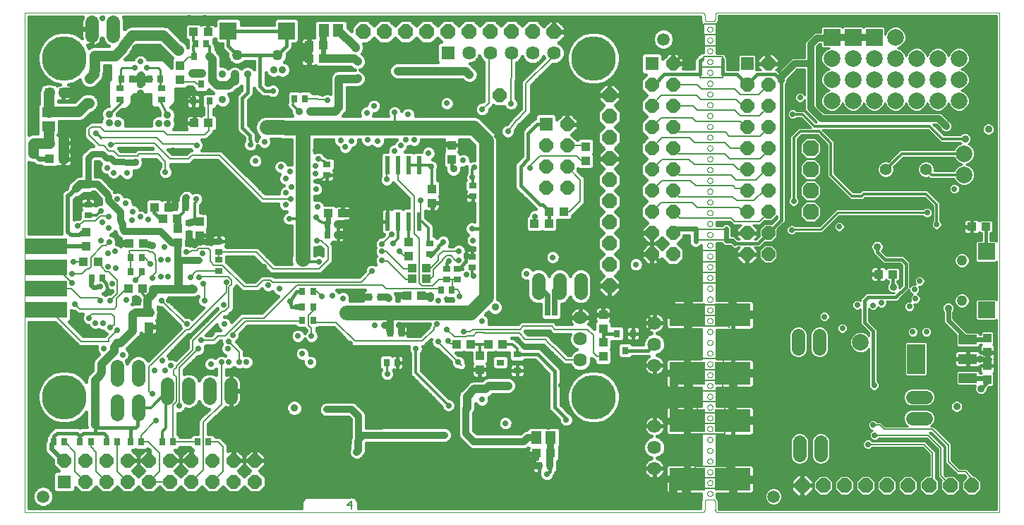
<source format=gbl>
G75*
%MOIN*%
%OFA0B0*%
%FSLAX25Y25*%
%IPPOS*%
%LPD*%
%AMOC8*
5,1,8,0,0,1.08239X$1,22.5*
%
%ADD10C,0.00000*%
%ADD11C,0.00600*%
%ADD12R,0.02400X0.08700*%
%ADD13C,0.06400*%
%ADD14R,0.03937X0.04331*%
%ADD15R,0.02756X0.03543*%
%ADD16R,0.03543X0.02756*%
%ADD17R,0.04331X0.03937*%
%ADD18R,0.06400X0.06400*%
%ADD19OC8,0.06400*%
%ADD20R,0.16500X0.10500*%
%ADD21C,0.21000*%
%ADD22R,0.05118X0.05906*%
%ADD23R,0.05906X0.05118*%
%ADD24R,0.03100X0.03500*%
%ADD25C,0.06400*%
%ADD26OC8,0.07000*%
%ADD27R,0.03500X0.03100*%
%ADD28R,0.20000X0.07600*%
%ADD29C,0.05600*%
%ADD30OC8,0.07600*%
%ADD31R,0.08000X0.08000*%
%ADD32C,0.05000*%
%ADD33R,0.08800X0.04800*%
%ADD34R,0.08661X0.14173*%
%ADD35R,0.02500X0.05000*%
%ADD36C,0.05906*%
%ADD37C,0.02800*%
%ADD38C,0.01000*%
%ADD39C,0.03600*%
%ADD40C,0.05000*%
%ADD41C,0.03200*%
%ADD42C,0.01200*%
%ADD43C,0.01600*%
%ADD44C,0.04000*%
%ADD45C,0.03000*%
%ADD46C,0.00700*%
%ADD47OC8,0.07874*%
%ADD48C,0.02400*%
%ADD49C,0.01500*%
%ADD50C,0.00800*%
%ADD51C,0.02000*%
%ADD52R,0.07874X0.07874*%
%ADD53C,0.02500*%
%ADD54C,0.07000*%
%ADD55C,0.07874*%
%ADD56C,0.00750*%
D10*
X0032581Y0039566D02*
X0032581Y0275733D01*
X0352900Y0275733D01*
X0352963Y0275728D01*
X0353026Y0275719D01*
X0353088Y0275707D01*
X0353150Y0275690D01*
X0353210Y0275670D01*
X0353269Y0275647D01*
X0353326Y0275620D01*
X0353382Y0275589D01*
X0353436Y0275556D01*
X0353488Y0275519D01*
X0353537Y0275479D01*
X0353584Y0275436D01*
X0353628Y0275390D01*
X0353669Y0275342D01*
X0353707Y0275291D01*
X0353742Y0275238D01*
X0353774Y0275183D01*
X0353803Y0275127D01*
X0353828Y0275068D01*
X0353849Y0275009D01*
X0353867Y0274948D01*
X0353881Y0274886D01*
X0353892Y0274823D01*
X0353898Y0274760D01*
X0353901Y0274696D01*
X0353900Y0274633D01*
X0353900Y0272633D01*
X0353902Y0272573D01*
X0353907Y0272512D01*
X0353916Y0272453D01*
X0353929Y0272394D01*
X0353945Y0272335D01*
X0353965Y0272278D01*
X0353988Y0272223D01*
X0354015Y0272168D01*
X0354044Y0272116D01*
X0354077Y0272065D01*
X0354113Y0272016D01*
X0354151Y0271970D01*
X0354193Y0271926D01*
X0354237Y0271884D01*
X0354283Y0271846D01*
X0354332Y0271810D01*
X0354383Y0271777D01*
X0354435Y0271748D01*
X0354490Y0271721D01*
X0354545Y0271698D01*
X0354602Y0271678D01*
X0354661Y0271662D01*
X0354720Y0271649D01*
X0354779Y0271640D01*
X0354840Y0271635D01*
X0354900Y0271633D01*
X0357900Y0271633D01*
X0357960Y0271635D01*
X0358021Y0271640D01*
X0358080Y0271649D01*
X0358139Y0271662D01*
X0358198Y0271678D01*
X0358255Y0271698D01*
X0358310Y0271721D01*
X0358365Y0271748D01*
X0358417Y0271777D01*
X0358468Y0271810D01*
X0358517Y0271846D01*
X0358563Y0271884D01*
X0358607Y0271926D01*
X0358649Y0271970D01*
X0358687Y0272016D01*
X0358723Y0272065D01*
X0358756Y0272116D01*
X0358785Y0272168D01*
X0358812Y0272223D01*
X0358835Y0272278D01*
X0358855Y0272335D01*
X0358871Y0272394D01*
X0358884Y0272453D01*
X0358893Y0272512D01*
X0358898Y0272573D01*
X0358900Y0272633D01*
X0358900Y0274633D01*
X0358900Y0274634D02*
X0358904Y0274699D01*
X0358911Y0274764D01*
X0358922Y0274829D01*
X0358937Y0274893D01*
X0358955Y0274956D01*
X0358977Y0275018D01*
X0359003Y0275078D01*
X0359032Y0275137D01*
X0359065Y0275194D01*
X0359100Y0275248D01*
X0359139Y0275301D01*
X0359181Y0275352D01*
X0359226Y0275400D01*
X0359273Y0275445D01*
X0359323Y0275487D01*
X0359376Y0275527D01*
X0359430Y0275563D01*
X0359487Y0275596D01*
X0359545Y0275626D01*
X0359605Y0275652D01*
X0359667Y0275675D01*
X0359730Y0275694D01*
X0359793Y0275709D01*
X0359858Y0275721D01*
X0359923Y0275729D01*
X0359988Y0275733D01*
X0360054Y0275734D01*
X0360054Y0275733D02*
X0493211Y0275733D01*
X0493211Y0039566D01*
X0359967Y0039566D01*
X0359967Y0039567D02*
X0359899Y0039581D01*
X0359831Y0039600D01*
X0359764Y0039622D01*
X0359699Y0039647D01*
X0359635Y0039676D01*
X0359572Y0039708D01*
X0359512Y0039744D01*
X0359453Y0039782D01*
X0359397Y0039823D01*
X0359342Y0039868D01*
X0359290Y0039915D01*
X0359241Y0039965D01*
X0359194Y0040017D01*
X0359150Y0040072D01*
X0359109Y0040129D01*
X0359071Y0040188D01*
X0359037Y0040249D01*
X0359005Y0040311D01*
X0358977Y0040376D01*
X0358952Y0040441D01*
X0358931Y0040508D01*
X0358913Y0040576D01*
X0358898Y0040645D01*
X0358888Y0040714D01*
X0358881Y0040784D01*
X0358877Y0040854D01*
X0358878Y0040924D01*
X0358882Y0040994D01*
X0358889Y0041064D01*
X0358901Y0041133D01*
X0358900Y0041133D02*
X0358900Y0044633D01*
X0358885Y0044700D01*
X0358866Y0044767D01*
X0358843Y0044832D01*
X0358817Y0044896D01*
X0358788Y0044958D01*
X0358755Y0045019D01*
X0358719Y0045078D01*
X0358680Y0045135D01*
X0358637Y0045190D01*
X0358592Y0045242D01*
X0358544Y0045292D01*
X0358494Y0045339D01*
X0358441Y0045383D01*
X0358386Y0045424D01*
X0358328Y0045463D01*
X0358269Y0045498D01*
X0358208Y0045530D01*
X0358145Y0045558D01*
X0358080Y0045583D01*
X0358015Y0045605D01*
X0357948Y0045623D01*
X0357880Y0045637D01*
X0357812Y0045648D01*
X0357744Y0045655D01*
X0357675Y0045658D01*
X0357606Y0045657D01*
X0357537Y0045653D01*
X0357468Y0045645D01*
X0357400Y0045633D01*
X0355400Y0045633D01*
X0355332Y0045645D01*
X0355263Y0045653D01*
X0355194Y0045657D01*
X0355125Y0045658D01*
X0355056Y0045655D01*
X0354988Y0045648D01*
X0354920Y0045637D01*
X0354852Y0045623D01*
X0354785Y0045605D01*
X0354720Y0045583D01*
X0354655Y0045558D01*
X0354592Y0045530D01*
X0354531Y0045498D01*
X0354472Y0045463D01*
X0354414Y0045424D01*
X0354359Y0045383D01*
X0354306Y0045339D01*
X0354256Y0045292D01*
X0354208Y0045242D01*
X0354163Y0045190D01*
X0354120Y0045135D01*
X0354081Y0045078D01*
X0354045Y0045019D01*
X0354012Y0044958D01*
X0353983Y0044896D01*
X0353957Y0044832D01*
X0353934Y0044767D01*
X0353915Y0044700D01*
X0353900Y0044633D01*
X0353900Y0041133D01*
X0353912Y0041065D01*
X0353920Y0040996D01*
X0353924Y0040927D01*
X0353925Y0040858D01*
X0353922Y0040789D01*
X0353915Y0040721D01*
X0353904Y0040653D01*
X0353890Y0040585D01*
X0353872Y0040518D01*
X0353850Y0040453D01*
X0353825Y0040388D01*
X0353797Y0040325D01*
X0353765Y0040264D01*
X0353730Y0040205D01*
X0353691Y0040147D01*
X0353650Y0040092D01*
X0353606Y0040039D01*
X0353559Y0039989D01*
X0353509Y0039941D01*
X0353457Y0039896D01*
X0353402Y0039853D01*
X0353345Y0039814D01*
X0353286Y0039778D01*
X0353225Y0039745D01*
X0353163Y0039716D01*
X0353099Y0039690D01*
X0353034Y0039667D01*
X0352967Y0039648D01*
X0352900Y0039633D01*
X0032581Y0039566D01*
X0355150Y0048483D02*
X0355152Y0048553D01*
X0355158Y0048623D01*
X0355168Y0048692D01*
X0355181Y0048761D01*
X0355199Y0048829D01*
X0355220Y0048896D01*
X0355245Y0048961D01*
X0355274Y0049025D01*
X0355306Y0049088D01*
X0355342Y0049148D01*
X0355381Y0049206D01*
X0355423Y0049262D01*
X0355468Y0049316D01*
X0355516Y0049367D01*
X0355567Y0049415D01*
X0355621Y0049460D01*
X0355677Y0049502D01*
X0355735Y0049541D01*
X0355795Y0049577D01*
X0355858Y0049609D01*
X0355922Y0049638D01*
X0355987Y0049663D01*
X0356054Y0049684D01*
X0356122Y0049702D01*
X0356191Y0049715D01*
X0356260Y0049725D01*
X0356330Y0049731D01*
X0356400Y0049733D01*
X0356470Y0049731D01*
X0356540Y0049725D01*
X0356609Y0049715D01*
X0356678Y0049702D01*
X0356746Y0049684D01*
X0356813Y0049663D01*
X0356878Y0049638D01*
X0356942Y0049609D01*
X0357005Y0049577D01*
X0357065Y0049541D01*
X0357123Y0049502D01*
X0357179Y0049460D01*
X0357233Y0049415D01*
X0357284Y0049367D01*
X0357332Y0049316D01*
X0357377Y0049262D01*
X0357419Y0049206D01*
X0357458Y0049148D01*
X0357494Y0049088D01*
X0357526Y0049025D01*
X0357555Y0048961D01*
X0357580Y0048896D01*
X0357601Y0048829D01*
X0357619Y0048761D01*
X0357632Y0048692D01*
X0357642Y0048623D01*
X0357648Y0048553D01*
X0357650Y0048483D01*
X0357648Y0048413D01*
X0357642Y0048343D01*
X0357632Y0048274D01*
X0357619Y0048205D01*
X0357601Y0048137D01*
X0357580Y0048070D01*
X0357555Y0048005D01*
X0357526Y0047941D01*
X0357494Y0047878D01*
X0357458Y0047818D01*
X0357419Y0047760D01*
X0357377Y0047704D01*
X0357332Y0047650D01*
X0357284Y0047599D01*
X0357233Y0047551D01*
X0357179Y0047506D01*
X0357123Y0047464D01*
X0357065Y0047425D01*
X0357005Y0047389D01*
X0356942Y0047357D01*
X0356878Y0047328D01*
X0356813Y0047303D01*
X0356746Y0047282D01*
X0356678Y0047264D01*
X0356609Y0047251D01*
X0356540Y0047241D01*
X0356470Y0047235D01*
X0356400Y0047233D01*
X0356330Y0047235D01*
X0356260Y0047241D01*
X0356191Y0047251D01*
X0356122Y0047264D01*
X0356054Y0047282D01*
X0355987Y0047303D01*
X0355922Y0047328D01*
X0355858Y0047357D01*
X0355795Y0047389D01*
X0355735Y0047425D01*
X0355677Y0047464D01*
X0355621Y0047506D01*
X0355567Y0047551D01*
X0355516Y0047599D01*
X0355468Y0047650D01*
X0355423Y0047704D01*
X0355381Y0047760D01*
X0355342Y0047818D01*
X0355306Y0047878D01*
X0355274Y0047941D01*
X0355245Y0048005D01*
X0355220Y0048070D01*
X0355199Y0048137D01*
X0355181Y0048205D01*
X0355168Y0048274D01*
X0355158Y0048343D01*
X0355152Y0048413D01*
X0355150Y0048483D01*
X0355150Y0053583D02*
X0355152Y0053653D01*
X0355158Y0053723D01*
X0355168Y0053792D01*
X0355181Y0053861D01*
X0355199Y0053929D01*
X0355220Y0053996D01*
X0355245Y0054061D01*
X0355274Y0054125D01*
X0355306Y0054188D01*
X0355342Y0054248D01*
X0355381Y0054306D01*
X0355423Y0054362D01*
X0355468Y0054416D01*
X0355516Y0054467D01*
X0355567Y0054515D01*
X0355621Y0054560D01*
X0355677Y0054602D01*
X0355735Y0054641D01*
X0355795Y0054677D01*
X0355858Y0054709D01*
X0355922Y0054738D01*
X0355987Y0054763D01*
X0356054Y0054784D01*
X0356122Y0054802D01*
X0356191Y0054815D01*
X0356260Y0054825D01*
X0356330Y0054831D01*
X0356400Y0054833D01*
X0356470Y0054831D01*
X0356540Y0054825D01*
X0356609Y0054815D01*
X0356678Y0054802D01*
X0356746Y0054784D01*
X0356813Y0054763D01*
X0356878Y0054738D01*
X0356942Y0054709D01*
X0357005Y0054677D01*
X0357065Y0054641D01*
X0357123Y0054602D01*
X0357179Y0054560D01*
X0357233Y0054515D01*
X0357284Y0054467D01*
X0357332Y0054416D01*
X0357377Y0054362D01*
X0357419Y0054306D01*
X0357458Y0054248D01*
X0357494Y0054188D01*
X0357526Y0054125D01*
X0357555Y0054061D01*
X0357580Y0053996D01*
X0357601Y0053929D01*
X0357619Y0053861D01*
X0357632Y0053792D01*
X0357642Y0053723D01*
X0357648Y0053653D01*
X0357650Y0053583D01*
X0357648Y0053513D01*
X0357642Y0053443D01*
X0357632Y0053374D01*
X0357619Y0053305D01*
X0357601Y0053237D01*
X0357580Y0053170D01*
X0357555Y0053105D01*
X0357526Y0053041D01*
X0357494Y0052978D01*
X0357458Y0052918D01*
X0357419Y0052860D01*
X0357377Y0052804D01*
X0357332Y0052750D01*
X0357284Y0052699D01*
X0357233Y0052651D01*
X0357179Y0052606D01*
X0357123Y0052564D01*
X0357065Y0052525D01*
X0357005Y0052489D01*
X0356942Y0052457D01*
X0356878Y0052428D01*
X0356813Y0052403D01*
X0356746Y0052382D01*
X0356678Y0052364D01*
X0356609Y0052351D01*
X0356540Y0052341D01*
X0356470Y0052335D01*
X0356400Y0052333D01*
X0356330Y0052335D01*
X0356260Y0052341D01*
X0356191Y0052351D01*
X0356122Y0052364D01*
X0356054Y0052382D01*
X0355987Y0052403D01*
X0355922Y0052428D01*
X0355858Y0052457D01*
X0355795Y0052489D01*
X0355735Y0052525D01*
X0355677Y0052564D01*
X0355621Y0052606D01*
X0355567Y0052651D01*
X0355516Y0052699D01*
X0355468Y0052750D01*
X0355423Y0052804D01*
X0355381Y0052860D01*
X0355342Y0052918D01*
X0355306Y0052978D01*
X0355274Y0053041D01*
X0355245Y0053105D01*
X0355220Y0053170D01*
X0355199Y0053237D01*
X0355181Y0053305D01*
X0355168Y0053374D01*
X0355158Y0053443D01*
X0355152Y0053513D01*
X0355150Y0053583D01*
X0355150Y0058683D02*
X0355152Y0058753D01*
X0355158Y0058823D01*
X0355168Y0058892D01*
X0355181Y0058961D01*
X0355199Y0059029D01*
X0355220Y0059096D01*
X0355245Y0059161D01*
X0355274Y0059225D01*
X0355306Y0059288D01*
X0355342Y0059348D01*
X0355381Y0059406D01*
X0355423Y0059462D01*
X0355468Y0059516D01*
X0355516Y0059567D01*
X0355567Y0059615D01*
X0355621Y0059660D01*
X0355677Y0059702D01*
X0355735Y0059741D01*
X0355795Y0059777D01*
X0355858Y0059809D01*
X0355922Y0059838D01*
X0355987Y0059863D01*
X0356054Y0059884D01*
X0356122Y0059902D01*
X0356191Y0059915D01*
X0356260Y0059925D01*
X0356330Y0059931D01*
X0356400Y0059933D01*
X0356470Y0059931D01*
X0356540Y0059925D01*
X0356609Y0059915D01*
X0356678Y0059902D01*
X0356746Y0059884D01*
X0356813Y0059863D01*
X0356878Y0059838D01*
X0356942Y0059809D01*
X0357005Y0059777D01*
X0357065Y0059741D01*
X0357123Y0059702D01*
X0357179Y0059660D01*
X0357233Y0059615D01*
X0357284Y0059567D01*
X0357332Y0059516D01*
X0357377Y0059462D01*
X0357419Y0059406D01*
X0357458Y0059348D01*
X0357494Y0059288D01*
X0357526Y0059225D01*
X0357555Y0059161D01*
X0357580Y0059096D01*
X0357601Y0059029D01*
X0357619Y0058961D01*
X0357632Y0058892D01*
X0357642Y0058823D01*
X0357648Y0058753D01*
X0357650Y0058683D01*
X0357648Y0058613D01*
X0357642Y0058543D01*
X0357632Y0058474D01*
X0357619Y0058405D01*
X0357601Y0058337D01*
X0357580Y0058270D01*
X0357555Y0058205D01*
X0357526Y0058141D01*
X0357494Y0058078D01*
X0357458Y0058018D01*
X0357419Y0057960D01*
X0357377Y0057904D01*
X0357332Y0057850D01*
X0357284Y0057799D01*
X0357233Y0057751D01*
X0357179Y0057706D01*
X0357123Y0057664D01*
X0357065Y0057625D01*
X0357005Y0057589D01*
X0356942Y0057557D01*
X0356878Y0057528D01*
X0356813Y0057503D01*
X0356746Y0057482D01*
X0356678Y0057464D01*
X0356609Y0057451D01*
X0356540Y0057441D01*
X0356470Y0057435D01*
X0356400Y0057433D01*
X0356330Y0057435D01*
X0356260Y0057441D01*
X0356191Y0057451D01*
X0356122Y0057464D01*
X0356054Y0057482D01*
X0355987Y0057503D01*
X0355922Y0057528D01*
X0355858Y0057557D01*
X0355795Y0057589D01*
X0355735Y0057625D01*
X0355677Y0057664D01*
X0355621Y0057706D01*
X0355567Y0057751D01*
X0355516Y0057799D01*
X0355468Y0057850D01*
X0355423Y0057904D01*
X0355381Y0057960D01*
X0355342Y0058018D01*
X0355306Y0058078D01*
X0355274Y0058141D01*
X0355245Y0058205D01*
X0355220Y0058270D01*
X0355199Y0058337D01*
X0355181Y0058405D01*
X0355168Y0058474D01*
X0355158Y0058543D01*
X0355152Y0058613D01*
X0355150Y0058683D01*
X0355150Y0063783D02*
X0355152Y0063853D01*
X0355158Y0063923D01*
X0355168Y0063992D01*
X0355181Y0064061D01*
X0355199Y0064129D01*
X0355220Y0064196D01*
X0355245Y0064261D01*
X0355274Y0064325D01*
X0355306Y0064388D01*
X0355342Y0064448D01*
X0355381Y0064506D01*
X0355423Y0064562D01*
X0355468Y0064616D01*
X0355516Y0064667D01*
X0355567Y0064715D01*
X0355621Y0064760D01*
X0355677Y0064802D01*
X0355735Y0064841D01*
X0355795Y0064877D01*
X0355858Y0064909D01*
X0355922Y0064938D01*
X0355987Y0064963D01*
X0356054Y0064984D01*
X0356122Y0065002D01*
X0356191Y0065015D01*
X0356260Y0065025D01*
X0356330Y0065031D01*
X0356400Y0065033D01*
X0356470Y0065031D01*
X0356540Y0065025D01*
X0356609Y0065015D01*
X0356678Y0065002D01*
X0356746Y0064984D01*
X0356813Y0064963D01*
X0356878Y0064938D01*
X0356942Y0064909D01*
X0357005Y0064877D01*
X0357065Y0064841D01*
X0357123Y0064802D01*
X0357179Y0064760D01*
X0357233Y0064715D01*
X0357284Y0064667D01*
X0357332Y0064616D01*
X0357377Y0064562D01*
X0357419Y0064506D01*
X0357458Y0064448D01*
X0357494Y0064388D01*
X0357526Y0064325D01*
X0357555Y0064261D01*
X0357580Y0064196D01*
X0357601Y0064129D01*
X0357619Y0064061D01*
X0357632Y0063992D01*
X0357642Y0063923D01*
X0357648Y0063853D01*
X0357650Y0063783D01*
X0357648Y0063713D01*
X0357642Y0063643D01*
X0357632Y0063574D01*
X0357619Y0063505D01*
X0357601Y0063437D01*
X0357580Y0063370D01*
X0357555Y0063305D01*
X0357526Y0063241D01*
X0357494Y0063178D01*
X0357458Y0063118D01*
X0357419Y0063060D01*
X0357377Y0063004D01*
X0357332Y0062950D01*
X0357284Y0062899D01*
X0357233Y0062851D01*
X0357179Y0062806D01*
X0357123Y0062764D01*
X0357065Y0062725D01*
X0357005Y0062689D01*
X0356942Y0062657D01*
X0356878Y0062628D01*
X0356813Y0062603D01*
X0356746Y0062582D01*
X0356678Y0062564D01*
X0356609Y0062551D01*
X0356540Y0062541D01*
X0356470Y0062535D01*
X0356400Y0062533D01*
X0356330Y0062535D01*
X0356260Y0062541D01*
X0356191Y0062551D01*
X0356122Y0062564D01*
X0356054Y0062582D01*
X0355987Y0062603D01*
X0355922Y0062628D01*
X0355858Y0062657D01*
X0355795Y0062689D01*
X0355735Y0062725D01*
X0355677Y0062764D01*
X0355621Y0062806D01*
X0355567Y0062851D01*
X0355516Y0062899D01*
X0355468Y0062950D01*
X0355423Y0063004D01*
X0355381Y0063060D01*
X0355342Y0063118D01*
X0355306Y0063178D01*
X0355274Y0063241D01*
X0355245Y0063305D01*
X0355220Y0063370D01*
X0355199Y0063437D01*
X0355181Y0063505D01*
X0355168Y0063574D01*
X0355158Y0063643D01*
X0355152Y0063713D01*
X0355150Y0063783D01*
X0355150Y0068883D02*
X0355152Y0068953D01*
X0355158Y0069023D01*
X0355168Y0069092D01*
X0355181Y0069161D01*
X0355199Y0069229D01*
X0355220Y0069296D01*
X0355245Y0069361D01*
X0355274Y0069425D01*
X0355306Y0069488D01*
X0355342Y0069548D01*
X0355381Y0069606D01*
X0355423Y0069662D01*
X0355468Y0069716D01*
X0355516Y0069767D01*
X0355567Y0069815D01*
X0355621Y0069860D01*
X0355677Y0069902D01*
X0355735Y0069941D01*
X0355795Y0069977D01*
X0355858Y0070009D01*
X0355922Y0070038D01*
X0355987Y0070063D01*
X0356054Y0070084D01*
X0356122Y0070102D01*
X0356191Y0070115D01*
X0356260Y0070125D01*
X0356330Y0070131D01*
X0356400Y0070133D01*
X0356470Y0070131D01*
X0356540Y0070125D01*
X0356609Y0070115D01*
X0356678Y0070102D01*
X0356746Y0070084D01*
X0356813Y0070063D01*
X0356878Y0070038D01*
X0356942Y0070009D01*
X0357005Y0069977D01*
X0357065Y0069941D01*
X0357123Y0069902D01*
X0357179Y0069860D01*
X0357233Y0069815D01*
X0357284Y0069767D01*
X0357332Y0069716D01*
X0357377Y0069662D01*
X0357419Y0069606D01*
X0357458Y0069548D01*
X0357494Y0069488D01*
X0357526Y0069425D01*
X0357555Y0069361D01*
X0357580Y0069296D01*
X0357601Y0069229D01*
X0357619Y0069161D01*
X0357632Y0069092D01*
X0357642Y0069023D01*
X0357648Y0068953D01*
X0357650Y0068883D01*
X0357648Y0068813D01*
X0357642Y0068743D01*
X0357632Y0068674D01*
X0357619Y0068605D01*
X0357601Y0068537D01*
X0357580Y0068470D01*
X0357555Y0068405D01*
X0357526Y0068341D01*
X0357494Y0068278D01*
X0357458Y0068218D01*
X0357419Y0068160D01*
X0357377Y0068104D01*
X0357332Y0068050D01*
X0357284Y0067999D01*
X0357233Y0067951D01*
X0357179Y0067906D01*
X0357123Y0067864D01*
X0357065Y0067825D01*
X0357005Y0067789D01*
X0356942Y0067757D01*
X0356878Y0067728D01*
X0356813Y0067703D01*
X0356746Y0067682D01*
X0356678Y0067664D01*
X0356609Y0067651D01*
X0356540Y0067641D01*
X0356470Y0067635D01*
X0356400Y0067633D01*
X0356330Y0067635D01*
X0356260Y0067641D01*
X0356191Y0067651D01*
X0356122Y0067664D01*
X0356054Y0067682D01*
X0355987Y0067703D01*
X0355922Y0067728D01*
X0355858Y0067757D01*
X0355795Y0067789D01*
X0355735Y0067825D01*
X0355677Y0067864D01*
X0355621Y0067906D01*
X0355567Y0067951D01*
X0355516Y0067999D01*
X0355468Y0068050D01*
X0355423Y0068104D01*
X0355381Y0068160D01*
X0355342Y0068218D01*
X0355306Y0068278D01*
X0355274Y0068341D01*
X0355245Y0068405D01*
X0355220Y0068470D01*
X0355199Y0068537D01*
X0355181Y0068605D01*
X0355168Y0068674D01*
X0355158Y0068743D01*
X0355152Y0068813D01*
X0355150Y0068883D01*
X0355150Y0073983D02*
X0355152Y0074053D01*
X0355158Y0074123D01*
X0355168Y0074192D01*
X0355181Y0074261D01*
X0355199Y0074329D01*
X0355220Y0074396D01*
X0355245Y0074461D01*
X0355274Y0074525D01*
X0355306Y0074588D01*
X0355342Y0074648D01*
X0355381Y0074706D01*
X0355423Y0074762D01*
X0355468Y0074816D01*
X0355516Y0074867D01*
X0355567Y0074915D01*
X0355621Y0074960D01*
X0355677Y0075002D01*
X0355735Y0075041D01*
X0355795Y0075077D01*
X0355858Y0075109D01*
X0355922Y0075138D01*
X0355987Y0075163D01*
X0356054Y0075184D01*
X0356122Y0075202D01*
X0356191Y0075215D01*
X0356260Y0075225D01*
X0356330Y0075231D01*
X0356400Y0075233D01*
X0356470Y0075231D01*
X0356540Y0075225D01*
X0356609Y0075215D01*
X0356678Y0075202D01*
X0356746Y0075184D01*
X0356813Y0075163D01*
X0356878Y0075138D01*
X0356942Y0075109D01*
X0357005Y0075077D01*
X0357065Y0075041D01*
X0357123Y0075002D01*
X0357179Y0074960D01*
X0357233Y0074915D01*
X0357284Y0074867D01*
X0357332Y0074816D01*
X0357377Y0074762D01*
X0357419Y0074706D01*
X0357458Y0074648D01*
X0357494Y0074588D01*
X0357526Y0074525D01*
X0357555Y0074461D01*
X0357580Y0074396D01*
X0357601Y0074329D01*
X0357619Y0074261D01*
X0357632Y0074192D01*
X0357642Y0074123D01*
X0357648Y0074053D01*
X0357650Y0073983D01*
X0357648Y0073913D01*
X0357642Y0073843D01*
X0357632Y0073774D01*
X0357619Y0073705D01*
X0357601Y0073637D01*
X0357580Y0073570D01*
X0357555Y0073505D01*
X0357526Y0073441D01*
X0357494Y0073378D01*
X0357458Y0073318D01*
X0357419Y0073260D01*
X0357377Y0073204D01*
X0357332Y0073150D01*
X0357284Y0073099D01*
X0357233Y0073051D01*
X0357179Y0073006D01*
X0357123Y0072964D01*
X0357065Y0072925D01*
X0357005Y0072889D01*
X0356942Y0072857D01*
X0356878Y0072828D01*
X0356813Y0072803D01*
X0356746Y0072782D01*
X0356678Y0072764D01*
X0356609Y0072751D01*
X0356540Y0072741D01*
X0356470Y0072735D01*
X0356400Y0072733D01*
X0356330Y0072735D01*
X0356260Y0072741D01*
X0356191Y0072751D01*
X0356122Y0072764D01*
X0356054Y0072782D01*
X0355987Y0072803D01*
X0355922Y0072828D01*
X0355858Y0072857D01*
X0355795Y0072889D01*
X0355735Y0072925D01*
X0355677Y0072964D01*
X0355621Y0073006D01*
X0355567Y0073051D01*
X0355516Y0073099D01*
X0355468Y0073150D01*
X0355423Y0073204D01*
X0355381Y0073260D01*
X0355342Y0073318D01*
X0355306Y0073378D01*
X0355274Y0073441D01*
X0355245Y0073505D01*
X0355220Y0073570D01*
X0355199Y0073637D01*
X0355181Y0073705D01*
X0355168Y0073774D01*
X0355158Y0073843D01*
X0355152Y0073913D01*
X0355150Y0073983D01*
X0355150Y0079083D02*
X0355152Y0079153D01*
X0355158Y0079223D01*
X0355168Y0079292D01*
X0355181Y0079361D01*
X0355199Y0079429D01*
X0355220Y0079496D01*
X0355245Y0079561D01*
X0355274Y0079625D01*
X0355306Y0079688D01*
X0355342Y0079748D01*
X0355381Y0079806D01*
X0355423Y0079862D01*
X0355468Y0079916D01*
X0355516Y0079967D01*
X0355567Y0080015D01*
X0355621Y0080060D01*
X0355677Y0080102D01*
X0355735Y0080141D01*
X0355795Y0080177D01*
X0355858Y0080209D01*
X0355922Y0080238D01*
X0355987Y0080263D01*
X0356054Y0080284D01*
X0356122Y0080302D01*
X0356191Y0080315D01*
X0356260Y0080325D01*
X0356330Y0080331D01*
X0356400Y0080333D01*
X0356470Y0080331D01*
X0356540Y0080325D01*
X0356609Y0080315D01*
X0356678Y0080302D01*
X0356746Y0080284D01*
X0356813Y0080263D01*
X0356878Y0080238D01*
X0356942Y0080209D01*
X0357005Y0080177D01*
X0357065Y0080141D01*
X0357123Y0080102D01*
X0357179Y0080060D01*
X0357233Y0080015D01*
X0357284Y0079967D01*
X0357332Y0079916D01*
X0357377Y0079862D01*
X0357419Y0079806D01*
X0357458Y0079748D01*
X0357494Y0079688D01*
X0357526Y0079625D01*
X0357555Y0079561D01*
X0357580Y0079496D01*
X0357601Y0079429D01*
X0357619Y0079361D01*
X0357632Y0079292D01*
X0357642Y0079223D01*
X0357648Y0079153D01*
X0357650Y0079083D01*
X0357648Y0079013D01*
X0357642Y0078943D01*
X0357632Y0078874D01*
X0357619Y0078805D01*
X0357601Y0078737D01*
X0357580Y0078670D01*
X0357555Y0078605D01*
X0357526Y0078541D01*
X0357494Y0078478D01*
X0357458Y0078418D01*
X0357419Y0078360D01*
X0357377Y0078304D01*
X0357332Y0078250D01*
X0357284Y0078199D01*
X0357233Y0078151D01*
X0357179Y0078106D01*
X0357123Y0078064D01*
X0357065Y0078025D01*
X0357005Y0077989D01*
X0356942Y0077957D01*
X0356878Y0077928D01*
X0356813Y0077903D01*
X0356746Y0077882D01*
X0356678Y0077864D01*
X0356609Y0077851D01*
X0356540Y0077841D01*
X0356470Y0077835D01*
X0356400Y0077833D01*
X0356330Y0077835D01*
X0356260Y0077841D01*
X0356191Y0077851D01*
X0356122Y0077864D01*
X0356054Y0077882D01*
X0355987Y0077903D01*
X0355922Y0077928D01*
X0355858Y0077957D01*
X0355795Y0077989D01*
X0355735Y0078025D01*
X0355677Y0078064D01*
X0355621Y0078106D01*
X0355567Y0078151D01*
X0355516Y0078199D01*
X0355468Y0078250D01*
X0355423Y0078304D01*
X0355381Y0078360D01*
X0355342Y0078418D01*
X0355306Y0078478D01*
X0355274Y0078541D01*
X0355245Y0078605D01*
X0355220Y0078670D01*
X0355199Y0078737D01*
X0355181Y0078805D01*
X0355168Y0078874D01*
X0355158Y0078943D01*
X0355152Y0079013D01*
X0355150Y0079083D01*
X0355150Y0084183D02*
X0355152Y0084253D01*
X0355158Y0084323D01*
X0355168Y0084392D01*
X0355181Y0084461D01*
X0355199Y0084529D01*
X0355220Y0084596D01*
X0355245Y0084661D01*
X0355274Y0084725D01*
X0355306Y0084788D01*
X0355342Y0084848D01*
X0355381Y0084906D01*
X0355423Y0084962D01*
X0355468Y0085016D01*
X0355516Y0085067D01*
X0355567Y0085115D01*
X0355621Y0085160D01*
X0355677Y0085202D01*
X0355735Y0085241D01*
X0355795Y0085277D01*
X0355858Y0085309D01*
X0355922Y0085338D01*
X0355987Y0085363D01*
X0356054Y0085384D01*
X0356122Y0085402D01*
X0356191Y0085415D01*
X0356260Y0085425D01*
X0356330Y0085431D01*
X0356400Y0085433D01*
X0356470Y0085431D01*
X0356540Y0085425D01*
X0356609Y0085415D01*
X0356678Y0085402D01*
X0356746Y0085384D01*
X0356813Y0085363D01*
X0356878Y0085338D01*
X0356942Y0085309D01*
X0357005Y0085277D01*
X0357065Y0085241D01*
X0357123Y0085202D01*
X0357179Y0085160D01*
X0357233Y0085115D01*
X0357284Y0085067D01*
X0357332Y0085016D01*
X0357377Y0084962D01*
X0357419Y0084906D01*
X0357458Y0084848D01*
X0357494Y0084788D01*
X0357526Y0084725D01*
X0357555Y0084661D01*
X0357580Y0084596D01*
X0357601Y0084529D01*
X0357619Y0084461D01*
X0357632Y0084392D01*
X0357642Y0084323D01*
X0357648Y0084253D01*
X0357650Y0084183D01*
X0357648Y0084113D01*
X0357642Y0084043D01*
X0357632Y0083974D01*
X0357619Y0083905D01*
X0357601Y0083837D01*
X0357580Y0083770D01*
X0357555Y0083705D01*
X0357526Y0083641D01*
X0357494Y0083578D01*
X0357458Y0083518D01*
X0357419Y0083460D01*
X0357377Y0083404D01*
X0357332Y0083350D01*
X0357284Y0083299D01*
X0357233Y0083251D01*
X0357179Y0083206D01*
X0357123Y0083164D01*
X0357065Y0083125D01*
X0357005Y0083089D01*
X0356942Y0083057D01*
X0356878Y0083028D01*
X0356813Y0083003D01*
X0356746Y0082982D01*
X0356678Y0082964D01*
X0356609Y0082951D01*
X0356540Y0082941D01*
X0356470Y0082935D01*
X0356400Y0082933D01*
X0356330Y0082935D01*
X0356260Y0082941D01*
X0356191Y0082951D01*
X0356122Y0082964D01*
X0356054Y0082982D01*
X0355987Y0083003D01*
X0355922Y0083028D01*
X0355858Y0083057D01*
X0355795Y0083089D01*
X0355735Y0083125D01*
X0355677Y0083164D01*
X0355621Y0083206D01*
X0355567Y0083251D01*
X0355516Y0083299D01*
X0355468Y0083350D01*
X0355423Y0083404D01*
X0355381Y0083460D01*
X0355342Y0083518D01*
X0355306Y0083578D01*
X0355274Y0083641D01*
X0355245Y0083705D01*
X0355220Y0083770D01*
X0355199Y0083837D01*
X0355181Y0083905D01*
X0355168Y0083974D01*
X0355158Y0084043D01*
X0355152Y0084113D01*
X0355150Y0084183D01*
X0355150Y0089283D02*
X0355152Y0089353D01*
X0355158Y0089423D01*
X0355168Y0089492D01*
X0355181Y0089561D01*
X0355199Y0089629D01*
X0355220Y0089696D01*
X0355245Y0089761D01*
X0355274Y0089825D01*
X0355306Y0089888D01*
X0355342Y0089948D01*
X0355381Y0090006D01*
X0355423Y0090062D01*
X0355468Y0090116D01*
X0355516Y0090167D01*
X0355567Y0090215D01*
X0355621Y0090260D01*
X0355677Y0090302D01*
X0355735Y0090341D01*
X0355795Y0090377D01*
X0355858Y0090409D01*
X0355922Y0090438D01*
X0355987Y0090463D01*
X0356054Y0090484D01*
X0356122Y0090502D01*
X0356191Y0090515D01*
X0356260Y0090525D01*
X0356330Y0090531D01*
X0356400Y0090533D01*
X0356470Y0090531D01*
X0356540Y0090525D01*
X0356609Y0090515D01*
X0356678Y0090502D01*
X0356746Y0090484D01*
X0356813Y0090463D01*
X0356878Y0090438D01*
X0356942Y0090409D01*
X0357005Y0090377D01*
X0357065Y0090341D01*
X0357123Y0090302D01*
X0357179Y0090260D01*
X0357233Y0090215D01*
X0357284Y0090167D01*
X0357332Y0090116D01*
X0357377Y0090062D01*
X0357419Y0090006D01*
X0357458Y0089948D01*
X0357494Y0089888D01*
X0357526Y0089825D01*
X0357555Y0089761D01*
X0357580Y0089696D01*
X0357601Y0089629D01*
X0357619Y0089561D01*
X0357632Y0089492D01*
X0357642Y0089423D01*
X0357648Y0089353D01*
X0357650Y0089283D01*
X0357648Y0089213D01*
X0357642Y0089143D01*
X0357632Y0089074D01*
X0357619Y0089005D01*
X0357601Y0088937D01*
X0357580Y0088870D01*
X0357555Y0088805D01*
X0357526Y0088741D01*
X0357494Y0088678D01*
X0357458Y0088618D01*
X0357419Y0088560D01*
X0357377Y0088504D01*
X0357332Y0088450D01*
X0357284Y0088399D01*
X0357233Y0088351D01*
X0357179Y0088306D01*
X0357123Y0088264D01*
X0357065Y0088225D01*
X0357005Y0088189D01*
X0356942Y0088157D01*
X0356878Y0088128D01*
X0356813Y0088103D01*
X0356746Y0088082D01*
X0356678Y0088064D01*
X0356609Y0088051D01*
X0356540Y0088041D01*
X0356470Y0088035D01*
X0356400Y0088033D01*
X0356330Y0088035D01*
X0356260Y0088041D01*
X0356191Y0088051D01*
X0356122Y0088064D01*
X0356054Y0088082D01*
X0355987Y0088103D01*
X0355922Y0088128D01*
X0355858Y0088157D01*
X0355795Y0088189D01*
X0355735Y0088225D01*
X0355677Y0088264D01*
X0355621Y0088306D01*
X0355567Y0088351D01*
X0355516Y0088399D01*
X0355468Y0088450D01*
X0355423Y0088504D01*
X0355381Y0088560D01*
X0355342Y0088618D01*
X0355306Y0088678D01*
X0355274Y0088741D01*
X0355245Y0088805D01*
X0355220Y0088870D01*
X0355199Y0088937D01*
X0355181Y0089005D01*
X0355168Y0089074D01*
X0355158Y0089143D01*
X0355152Y0089213D01*
X0355150Y0089283D01*
X0355150Y0094383D02*
X0355152Y0094453D01*
X0355158Y0094523D01*
X0355168Y0094592D01*
X0355181Y0094661D01*
X0355199Y0094729D01*
X0355220Y0094796D01*
X0355245Y0094861D01*
X0355274Y0094925D01*
X0355306Y0094988D01*
X0355342Y0095048D01*
X0355381Y0095106D01*
X0355423Y0095162D01*
X0355468Y0095216D01*
X0355516Y0095267D01*
X0355567Y0095315D01*
X0355621Y0095360D01*
X0355677Y0095402D01*
X0355735Y0095441D01*
X0355795Y0095477D01*
X0355858Y0095509D01*
X0355922Y0095538D01*
X0355987Y0095563D01*
X0356054Y0095584D01*
X0356122Y0095602D01*
X0356191Y0095615D01*
X0356260Y0095625D01*
X0356330Y0095631D01*
X0356400Y0095633D01*
X0356470Y0095631D01*
X0356540Y0095625D01*
X0356609Y0095615D01*
X0356678Y0095602D01*
X0356746Y0095584D01*
X0356813Y0095563D01*
X0356878Y0095538D01*
X0356942Y0095509D01*
X0357005Y0095477D01*
X0357065Y0095441D01*
X0357123Y0095402D01*
X0357179Y0095360D01*
X0357233Y0095315D01*
X0357284Y0095267D01*
X0357332Y0095216D01*
X0357377Y0095162D01*
X0357419Y0095106D01*
X0357458Y0095048D01*
X0357494Y0094988D01*
X0357526Y0094925D01*
X0357555Y0094861D01*
X0357580Y0094796D01*
X0357601Y0094729D01*
X0357619Y0094661D01*
X0357632Y0094592D01*
X0357642Y0094523D01*
X0357648Y0094453D01*
X0357650Y0094383D01*
X0357648Y0094313D01*
X0357642Y0094243D01*
X0357632Y0094174D01*
X0357619Y0094105D01*
X0357601Y0094037D01*
X0357580Y0093970D01*
X0357555Y0093905D01*
X0357526Y0093841D01*
X0357494Y0093778D01*
X0357458Y0093718D01*
X0357419Y0093660D01*
X0357377Y0093604D01*
X0357332Y0093550D01*
X0357284Y0093499D01*
X0357233Y0093451D01*
X0357179Y0093406D01*
X0357123Y0093364D01*
X0357065Y0093325D01*
X0357005Y0093289D01*
X0356942Y0093257D01*
X0356878Y0093228D01*
X0356813Y0093203D01*
X0356746Y0093182D01*
X0356678Y0093164D01*
X0356609Y0093151D01*
X0356540Y0093141D01*
X0356470Y0093135D01*
X0356400Y0093133D01*
X0356330Y0093135D01*
X0356260Y0093141D01*
X0356191Y0093151D01*
X0356122Y0093164D01*
X0356054Y0093182D01*
X0355987Y0093203D01*
X0355922Y0093228D01*
X0355858Y0093257D01*
X0355795Y0093289D01*
X0355735Y0093325D01*
X0355677Y0093364D01*
X0355621Y0093406D01*
X0355567Y0093451D01*
X0355516Y0093499D01*
X0355468Y0093550D01*
X0355423Y0093604D01*
X0355381Y0093660D01*
X0355342Y0093718D01*
X0355306Y0093778D01*
X0355274Y0093841D01*
X0355245Y0093905D01*
X0355220Y0093970D01*
X0355199Y0094037D01*
X0355181Y0094105D01*
X0355168Y0094174D01*
X0355158Y0094243D01*
X0355152Y0094313D01*
X0355150Y0094383D01*
X0355150Y0099483D02*
X0355152Y0099553D01*
X0355158Y0099623D01*
X0355168Y0099692D01*
X0355181Y0099761D01*
X0355199Y0099829D01*
X0355220Y0099896D01*
X0355245Y0099961D01*
X0355274Y0100025D01*
X0355306Y0100088D01*
X0355342Y0100148D01*
X0355381Y0100206D01*
X0355423Y0100262D01*
X0355468Y0100316D01*
X0355516Y0100367D01*
X0355567Y0100415D01*
X0355621Y0100460D01*
X0355677Y0100502D01*
X0355735Y0100541D01*
X0355795Y0100577D01*
X0355858Y0100609D01*
X0355922Y0100638D01*
X0355987Y0100663D01*
X0356054Y0100684D01*
X0356122Y0100702D01*
X0356191Y0100715D01*
X0356260Y0100725D01*
X0356330Y0100731D01*
X0356400Y0100733D01*
X0356470Y0100731D01*
X0356540Y0100725D01*
X0356609Y0100715D01*
X0356678Y0100702D01*
X0356746Y0100684D01*
X0356813Y0100663D01*
X0356878Y0100638D01*
X0356942Y0100609D01*
X0357005Y0100577D01*
X0357065Y0100541D01*
X0357123Y0100502D01*
X0357179Y0100460D01*
X0357233Y0100415D01*
X0357284Y0100367D01*
X0357332Y0100316D01*
X0357377Y0100262D01*
X0357419Y0100206D01*
X0357458Y0100148D01*
X0357494Y0100088D01*
X0357526Y0100025D01*
X0357555Y0099961D01*
X0357580Y0099896D01*
X0357601Y0099829D01*
X0357619Y0099761D01*
X0357632Y0099692D01*
X0357642Y0099623D01*
X0357648Y0099553D01*
X0357650Y0099483D01*
X0357648Y0099413D01*
X0357642Y0099343D01*
X0357632Y0099274D01*
X0357619Y0099205D01*
X0357601Y0099137D01*
X0357580Y0099070D01*
X0357555Y0099005D01*
X0357526Y0098941D01*
X0357494Y0098878D01*
X0357458Y0098818D01*
X0357419Y0098760D01*
X0357377Y0098704D01*
X0357332Y0098650D01*
X0357284Y0098599D01*
X0357233Y0098551D01*
X0357179Y0098506D01*
X0357123Y0098464D01*
X0357065Y0098425D01*
X0357005Y0098389D01*
X0356942Y0098357D01*
X0356878Y0098328D01*
X0356813Y0098303D01*
X0356746Y0098282D01*
X0356678Y0098264D01*
X0356609Y0098251D01*
X0356540Y0098241D01*
X0356470Y0098235D01*
X0356400Y0098233D01*
X0356330Y0098235D01*
X0356260Y0098241D01*
X0356191Y0098251D01*
X0356122Y0098264D01*
X0356054Y0098282D01*
X0355987Y0098303D01*
X0355922Y0098328D01*
X0355858Y0098357D01*
X0355795Y0098389D01*
X0355735Y0098425D01*
X0355677Y0098464D01*
X0355621Y0098506D01*
X0355567Y0098551D01*
X0355516Y0098599D01*
X0355468Y0098650D01*
X0355423Y0098704D01*
X0355381Y0098760D01*
X0355342Y0098818D01*
X0355306Y0098878D01*
X0355274Y0098941D01*
X0355245Y0099005D01*
X0355220Y0099070D01*
X0355199Y0099137D01*
X0355181Y0099205D01*
X0355168Y0099274D01*
X0355158Y0099343D01*
X0355152Y0099413D01*
X0355150Y0099483D01*
X0355150Y0104583D02*
X0355152Y0104653D01*
X0355158Y0104723D01*
X0355168Y0104792D01*
X0355181Y0104861D01*
X0355199Y0104929D01*
X0355220Y0104996D01*
X0355245Y0105061D01*
X0355274Y0105125D01*
X0355306Y0105188D01*
X0355342Y0105248D01*
X0355381Y0105306D01*
X0355423Y0105362D01*
X0355468Y0105416D01*
X0355516Y0105467D01*
X0355567Y0105515D01*
X0355621Y0105560D01*
X0355677Y0105602D01*
X0355735Y0105641D01*
X0355795Y0105677D01*
X0355858Y0105709D01*
X0355922Y0105738D01*
X0355987Y0105763D01*
X0356054Y0105784D01*
X0356122Y0105802D01*
X0356191Y0105815D01*
X0356260Y0105825D01*
X0356330Y0105831D01*
X0356400Y0105833D01*
X0356470Y0105831D01*
X0356540Y0105825D01*
X0356609Y0105815D01*
X0356678Y0105802D01*
X0356746Y0105784D01*
X0356813Y0105763D01*
X0356878Y0105738D01*
X0356942Y0105709D01*
X0357005Y0105677D01*
X0357065Y0105641D01*
X0357123Y0105602D01*
X0357179Y0105560D01*
X0357233Y0105515D01*
X0357284Y0105467D01*
X0357332Y0105416D01*
X0357377Y0105362D01*
X0357419Y0105306D01*
X0357458Y0105248D01*
X0357494Y0105188D01*
X0357526Y0105125D01*
X0357555Y0105061D01*
X0357580Y0104996D01*
X0357601Y0104929D01*
X0357619Y0104861D01*
X0357632Y0104792D01*
X0357642Y0104723D01*
X0357648Y0104653D01*
X0357650Y0104583D01*
X0357648Y0104513D01*
X0357642Y0104443D01*
X0357632Y0104374D01*
X0357619Y0104305D01*
X0357601Y0104237D01*
X0357580Y0104170D01*
X0357555Y0104105D01*
X0357526Y0104041D01*
X0357494Y0103978D01*
X0357458Y0103918D01*
X0357419Y0103860D01*
X0357377Y0103804D01*
X0357332Y0103750D01*
X0357284Y0103699D01*
X0357233Y0103651D01*
X0357179Y0103606D01*
X0357123Y0103564D01*
X0357065Y0103525D01*
X0357005Y0103489D01*
X0356942Y0103457D01*
X0356878Y0103428D01*
X0356813Y0103403D01*
X0356746Y0103382D01*
X0356678Y0103364D01*
X0356609Y0103351D01*
X0356540Y0103341D01*
X0356470Y0103335D01*
X0356400Y0103333D01*
X0356330Y0103335D01*
X0356260Y0103341D01*
X0356191Y0103351D01*
X0356122Y0103364D01*
X0356054Y0103382D01*
X0355987Y0103403D01*
X0355922Y0103428D01*
X0355858Y0103457D01*
X0355795Y0103489D01*
X0355735Y0103525D01*
X0355677Y0103564D01*
X0355621Y0103606D01*
X0355567Y0103651D01*
X0355516Y0103699D01*
X0355468Y0103750D01*
X0355423Y0103804D01*
X0355381Y0103860D01*
X0355342Y0103918D01*
X0355306Y0103978D01*
X0355274Y0104041D01*
X0355245Y0104105D01*
X0355220Y0104170D01*
X0355199Y0104237D01*
X0355181Y0104305D01*
X0355168Y0104374D01*
X0355158Y0104443D01*
X0355152Y0104513D01*
X0355150Y0104583D01*
X0355150Y0109683D02*
X0355152Y0109753D01*
X0355158Y0109823D01*
X0355168Y0109892D01*
X0355181Y0109961D01*
X0355199Y0110029D01*
X0355220Y0110096D01*
X0355245Y0110161D01*
X0355274Y0110225D01*
X0355306Y0110288D01*
X0355342Y0110348D01*
X0355381Y0110406D01*
X0355423Y0110462D01*
X0355468Y0110516D01*
X0355516Y0110567D01*
X0355567Y0110615D01*
X0355621Y0110660D01*
X0355677Y0110702D01*
X0355735Y0110741D01*
X0355795Y0110777D01*
X0355858Y0110809D01*
X0355922Y0110838D01*
X0355987Y0110863D01*
X0356054Y0110884D01*
X0356122Y0110902D01*
X0356191Y0110915D01*
X0356260Y0110925D01*
X0356330Y0110931D01*
X0356400Y0110933D01*
X0356470Y0110931D01*
X0356540Y0110925D01*
X0356609Y0110915D01*
X0356678Y0110902D01*
X0356746Y0110884D01*
X0356813Y0110863D01*
X0356878Y0110838D01*
X0356942Y0110809D01*
X0357005Y0110777D01*
X0357065Y0110741D01*
X0357123Y0110702D01*
X0357179Y0110660D01*
X0357233Y0110615D01*
X0357284Y0110567D01*
X0357332Y0110516D01*
X0357377Y0110462D01*
X0357419Y0110406D01*
X0357458Y0110348D01*
X0357494Y0110288D01*
X0357526Y0110225D01*
X0357555Y0110161D01*
X0357580Y0110096D01*
X0357601Y0110029D01*
X0357619Y0109961D01*
X0357632Y0109892D01*
X0357642Y0109823D01*
X0357648Y0109753D01*
X0357650Y0109683D01*
X0357648Y0109613D01*
X0357642Y0109543D01*
X0357632Y0109474D01*
X0357619Y0109405D01*
X0357601Y0109337D01*
X0357580Y0109270D01*
X0357555Y0109205D01*
X0357526Y0109141D01*
X0357494Y0109078D01*
X0357458Y0109018D01*
X0357419Y0108960D01*
X0357377Y0108904D01*
X0357332Y0108850D01*
X0357284Y0108799D01*
X0357233Y0108751D01*
X0357179Y0108706D01*
X0357123Y0108664D01*
X0357065Y0108625D01*
X0357005Y0108589D01*
X0356942Y0108557D01*
X0356878Y0108528D01*
X0356813Y0108503D01*
X0356746Y0108482D01*
X0356678Y0108464D01*
X0356609Y0108451D01*
X0356540Y0108441D01*
X0356470Y0108435D01*
X0356400Y0108433D01*
X0356330Y0108435D01*
X0356260Y0108441D01*
X0356191Y0108451D01*
X0356122Y0108464D01*
X0356054Y0108482D01*
X0355987Y0108503D01*
X0355922Y0108528D01*
X0355858Y0108557D01*
X0355795Y0108589D01*
X0355735Y0108625D01*
X0355677Y0108664D01*
X0355621Y0108706D01*
X0355567Y0108751D01*
X0355516Y0108799D01*
X0355468Y0108850D01*
X0355423Y0108904D01*
X0355381Y0108960D01*
X0355342Y0109018D01*
X0355306Y0109078D01*
X0355274Y0109141D01*
X0355245Y0109205D01*
X0355220Y0109270D01*
X0355199Y0109337D01*
X0355181Y0109405D01*
X0355168Y0109474D01*
X0355158Y0109543D01*
X0355152Y0109613D01*
X0355150Y0109683D01*
X0355150Y0114783D02*
X0355152Y0114853D01*
X0355158Y0114923D01*
X0355168Y0114992D01*
X0355181Y0115061D01*
X0355199Y0115129D01*
X0355220Y0115196D01*
X0355245Y0115261D01*
X0355274Y0115325D01*
X0355306Y0115388D01*
X0355342Y0115448D01*
X0355381Y0115506D01*
X0355423Y0115562D01*
X0355468Y0115616D01*
X0355516Y0115667D01*
X0355567Y0115715D01*
X0355621Y0115760D01*
X0355677Y0115802D01*
X0355735Y0115841D01*
X0355795Y0115877D01*
X0355858Y0115909D01*
X0355922Y0115938D01*
X0355987Y0115963D01*
X0356054Y0115984D01*
X0356122Y0116002D01*
X0356191Y0116015D01*
X0356260Y0116025D01*
X0356330Y0116031D01*
X0356400Y0116033D01*
X0356470Y0116031D01*
X0356540Y0116025D01*
X0356609Y0116015D01*
X0356678Y0116002D01*
X0356746Y0115984D01*
X0356813Y0115963D01*
X0356878Y0115938D01*
X0356942Y0115909D01*
X0357005Y0115877D01*
X0357065Y0115841D01*
X0357123Y0115802D01*
X0357179Y0115760D01*
X0357233Y0115715D01*
X0357284Y0115667D01*
X0357332Y0115616D01*
X0357377Y0115562D01*
X0357419Y0115506D01*
X0357458Y0115448D01*
X0357494Y0115388D01*
X0357526Y0115325D01*
X0357555Y0115261D01*
X0357580Y0115196D01*
X0357601Y0115129D01*
X0357619Y0115061D01*
X0357632Y0114992D01*
X0357642Y0114923D01*
X0357648Y0114853D01*
X0357650Y0114783D01*
X0357648Y0114713D01*
X0357642Y0114643D01*
X0357632Y0114574D01*
X0357619Y0114505D01*
X0357601Y0114437D01*
X0357580Y0114370D01*
X0357555Y0114305D01*
X0357526Y0114241D01*
X0357494Y0114178D01*
X0357458Y0114118D01*
X0357419Y0114060D01*
X0357377Y0114004D01*
X0357332Y0113950D01*
X0357284Y0113899D01*
X0357233Y0113851D01*
X0357179Y0113806D01*
X0357123Y0113764D01*
X0357065Y0113725D01*
X0357005Y0113689D01*
X0356942Y0113657D01*
X0356878Y0113628D01*
X0356813Y0113603D01*
X0356746Y0113582D01*
X0356678Y0113564D01*
X0356609Y0113551D01*
X0356540Y0113541D01*
X0356470Y0113535D01*
X0356400Y0113533D01*
X0356330Y0113535D01*
X0356260Y0113541D01*
X0356191Y0113551D01*
X0356122Y0113564D01*
X0356054Y0113582D01*
X0355987Y0113603D01*
X0355922Y0113628D01*
X0355858Y0113657D01*
X0355795Y0113689D01*
X0355735Y0113725D01*
X0355677Y0113764D01*
X0355621Y0113806D01*
X0355567Y0113851D01*
X0355516Y0113899D01*
X0355468Y0113950D01*
X0355423Y0114004D01*
X0355381Y0114060D01*
X0355342Y0114118D01*
X0355306Y0114178D01*
X0355274Y0114241D01*
X0355245Y0114305D01*
X0355220Y0114370D01*
X0355199Y0114437D01*
X0355181Y0114505D01*
X0355168Y0114574D01*
X0355158Y0114643D01*
X0355152Y0114713D01*
X0355150Y0114783D01*
X0355150Y0119883D02*
X0355152Y0119953D01*
X0355158Y0120023D01*
X0355168Y0120092D01*
X0355181Y0120161D01*
X0355199Y0120229D01*
X0355220Y0120296D01*
X0355245Y0120361D01*
X0355274Y0120425D01*
X0355306Y0120488D01*
X0355342Y0120548D01*
X0355381Y0120606D01*
X0355423Y0120662D01*
X0355468Y0120716D01*
X0355516Y0120767D01*
X0355567Y0120815D01*
X0355621Y0120860D01*
X0355677Y0120902D01*
X0355735Y0120941D01*
X0355795Y0120977D01*
X0355858Y0121009D01*
X0355922Y0121038D01*
X0355987Y0121063D01*
X0356054Y0121084D01*
X0356122Y0121102D01*
X0356191Y0121115D01*
X0356260Y0121125D01*
X0356330Y0121131D01*
X0356400Y0121133D01*
X0356470Y0121131D01*
X0356540Y0121125D01*
X0356609Y0121115D01*
X0356678Y0121102D01*
X0356746Y0121084D01*
X0356813Y0121063D01*
X0356878Y0121038D01*
X0356942Y0121009D01*
X0357005Y0120977D01*
X0357065Y0120941D01*
X0357123Y0120902D01*
X0357179Y0120860D01*
X0357233Y0120815D01*
X0357284Y0120767D01*
X0357332Y0120716D01*
X0357377Y0120662D01*
X0357419Y0120606D01*
X0357458Y0120548D01*
X0357494Y0120488D01*
X0357526Y0120425D01*
X0357555Y0120361D01*
X0357580Y0120296D01*
X0357601Y0120229D01*
X0357619Y0120161D01*
X0357632Y0120092D01*
X0357642Y0120023D01*
X0357648Y0119953D01*
X0357650Y0119883D01*
X0357648Y0119813D01*
X0357642Y0119743D01*
X0357632Y0119674D01*
X0357619Y0119605D01*
X0357601Y0119537D01*
X0357580Y0119470D01*
X0357555Y0119405D01*
X0357526Y0119341D01*
X0357494Y0119278D01*
X0357458Y0119218D01*
X0357419Y0119160D01*
X0357377Y0119104D01*
X0357332Y0119050D01*
X0357284Y0118999D01*
X0357233Y0118951D01*
X0357179Y0118906D01*
X0357123Y0118864D01*
X0357065Y0118825D01*
X0357005Y0118789D01*
X0356942Y0118757D01*
X0356878Y0118728D01*
X0356813Y0118703D01*
X0356746Y0118682D01*
X0356678Y0118664D01*
X0356609Y0118651D01*
X0356540Y0118641D01*
X0356470Y0118635D01*
X0356400Y0118633D01*
X0356330Y0118635D01*
X0356260Y0118641D01*
X0356191Y0118651D01*
X0356122Y0118664D01*
X0356054Y0118682D01*
X0355987Y0118703D01*
X0355922Y0118728D01*
X0355858Y0118757D01*
X0355795Y0118789D01*
X0355735Y0118825D01*
X0355677Y0118864D01*
X0355621Y0118906D01*
X0355567Y0118951D01*
X0355516Y0118999D01*
X0355468Y0119050D01*
X0355423Y0119104D01*
X0355381Y0119160D01*
X0355342Y0119218D01*
X0355306Y0119278D01*
X0355274Y0119341D01*
X0355245Y0119405D01*
X0355220Y0119470D01*
X0355199Y0119537D01*
X0355181Y0119605D01*
X0355168Y0119674D01*
X0355158Y0119743D01*
X0355152Y0119813D01*
X0355150Y0119883D01*
X0355150Y0124983D02*
X0355152Y0125053D01*
X0355158Y0125123D01*
X0355168Y0125192D01*
X0355181Y0125261D01*
X0355199Y0125329D01*
X0355220Y0125396D01*
X0355245Y0125461D01*
X0355274Y0125525D01*
X0355306Y0125588D01*
X0355342Y0125648D01*
X0355381Y0125706D01*
X0355423Y0125762D01*
X0355468Y0125816D01*
X0355516Y0125867D01*
X0355567Y0125915D01*
X0355621Y0125960D01*
X0355677Y0126002D01*
X0355735Y0126041D01*
X0355795Y0126077D01*
X0355858Y0126109D01*
X0355922Y0126138D01*
X0355987Y0126163D01*
X0356054Y0126184D01*
X0356122Y0126202D01*
X0356191Y0126215D01*
X0356260Y0126225D01*
X0356330Y0126231D01*
X0356400Y0126233D01*
X0356470Y0126231D01*
X0356540Y0126225D01*
X0356609Y0126215D01*
X0356678Y0126202D01*
X0356746Y0126184D01*
X0356813Y0126163D01*
X0356878Y0126138D01*
X0356942Y0126109D01*
X0357005Y0126077D01*
X0357065Y0126041D01*
X0357123Y0126002D01*
X0357179Y0125960D01*
X0357233Y0125915D01*
X0357284Y0125867D01*
X0357332Y0125816D01*
X0357377Y0125762D01*
X0357419Y0125706D01*
X0357458Y0125648D01*
X0357494Y0125588D01*
X0357526Y0125525D01*
X0357555Y0125461D01*
X0357580Y0125396D01*
X0357601Y0125329D01*
X0357619Y0125261D01*
X0357632Y0125192D01*
X0357642Y0125123D01*
X0357648Y0125053D01*
X0357650Y0124983D01*
X0357648Y0124913D01*
X0357642Y0124843D01*
X0357632Y0124774D01*
X0357619Y0124705D01*
X0357601Y0124637D01*
X0357580Y0124570D01*
X0357555Y0124505D01*
X0357526Y0124441D01*
X0357494Y0124378D01*
X0357458Y0124318D01*
X0357419Y0124260D01*
X0357377Y0124204D01*
X0357332Y0124150D01*
X0357284Y0124099D01*
X0357233Y0124051D01*
X0357179Y0124006D01*
X0357123Y0123964D01*
X0357065Y0123925D01*
X0357005Y0123889D01*
X0356942Y0123857D01*
X0356878Y0123828D01*
X0356813Y0123803D01*
X0356746Y0123782D01*
X0356678Y0123764D01*
X0356609Y0123751D01*
X0356540Y0123741D01*
X0356470Y0123735D01*
X0356400Y0123733D01*
X0356330Y0123735D01*
X0356260Y0123741D01*
X0356191Y0123751D01*
X0356122Y0123764D01*
X0356054Y0123782D01*
X0355987Y0123803D01*
X0355922Y0123828D01*
X0355858Y0123857D01*
X0355795Y0123889D01*
X0355735Y0123925D01*
X0355677Y0123964D01*
X0355621Y0124006D01*
X0355567Y0124051D01*
X0355516Y0124099D01*
X0355468Y0124150D01*
X0355423Y0124204D01*
X0355381Y0124260D01*
X0355342Y0124318D01*
X0355306Y0124378D01*
X0355274Y0124441D01*
X0355245Y0124505D01*
X0355220Y0124570D01*
X0355199Y0124637D01*
X0355181Y0124705D01*
X0355168Y0124774D01*
X0355158Y0124843D01*
X0355152Y0124913D01*
X0355150Y0124983D01*
X0355150Y0130083D02*
X0355152Y0130153D01*
X0355158Y0130223D01*
X0355168Y0130292D01*
X0355181Y0130361D01*
X0355199Y0130429D01*
X0355220Y0130496D01*
X0355245Y0130561D01*
X0355274Y0130625D01*
X0355306Y0130688D01*
X0355342Y0130748D01*
X0355381Y0130806D01*
X0355423Y0130862D01*
X0355468Y0130916D01*
X0355516Y0130967D01*
X0355567Y0131015D01*
X0355621Y0131060D01*
X0355677Y0131102D01*
X0355735Y0131141D01*
X0355795Y0131177D01*
X0355858Y0131209D01*
X0355922Y0131238D01*
X0355987Y0131263D01*
X0356054Y0131284D01*
X0356122Y0131302D01*
X0356191Y0131315D01*
X0356260Y0131325D01*
X0356330Y0131331D01*
X0356400Y0131333D01*
X0356470Y0131331D01*
X0356540Y0131325D01*
X0356609Y0131315D01*
X0356678Y0131302D01*
X0356746Y0131284D01*
X0356813Y0131263D01*
X0356878Y0131238D01*
X0356942Y0131209D01*
X0357005Y0131177D01*
X0357065Y0131141D01*
X0357123Y0131102D01*
X0357179Y0131060D01*
X0357233Y0131015D01*
X0357284Y0130967D01*
X0357332Y0130916D01*
X0357377Y0130862D01*
X0357419Y0130806D01*
X0357458Y0130748D01*
X0357494Y0130688D01*
X0357526Y0130625D01*
X0357555Y0130561D01*
X0357580Y0130496D01*
X0357601Y0130429D01*
X0357619Y0130361D01*
X0357632Y0130292D01*
X0357642Y0130223D01*
X0357648Y0130153D01*
X0357650Y0130083D01*
X0357648Y0130013D01*
X0357642Y0129943D01*
X0357632Y0129874D01*
X0357619Y0129805D01*
X0357601Y0129737D01*
X0357580Y0129670D01*
X0357555Y0129605D01*
X0357526Y0129541D01*
X0357494Y0129478D01*
X0357458Y0129418D01*
X0357419Y0129360D01*
X0357377Y0129304D01*
X0357332Y0129250D01*
X0357284Y0129199D01*
X0357233Y0129151D01*
X0357179Y0129106D01*
X0357123Y0129064D01*
X0357065Y0129025D01*
X0357005Y0128989D01*
X0356942Y0128957D01*
X0356878Y0128928D01*
X0356813Y0128903D01*
X0356746Y0128882D01*
X0356678Y0128864D01*
X0356609Y0128851D01*
X0356540Y0128841D01*
X0356470Y0128835D01*
X0356400Y0128833D01*
X0356330Y0128835D01*
X0356260Y0128841D01*
X0356191Y0128851D01*
X0356122Y0128864D01*
X0356054Y0128882D01*
X0355987Y0128903D01*
X0355922Y0128928D01*
X0355858Y0128957D01*
X0355795Y0128989D01*
X0355735Y0129025D01*
X0355677Y0129064D01*
X0355621Y0129106D01*
X0355567Y0129151D01*
X0355516Y0129199D01*
X0355468Y0129250D01*
X0355423Y0129304D01*
X0355381Y0129360D01*
X0355342Y0129418D01*
X0355306Y0129478D01*
X0355274Y0129541D01*
X0355245Y0129605D01*
X0355220Y0129670D01*
X0355199Y0129737D01*
X0355181Y0129805D01*
X0355168Y0129874D01*
X0355158Y0129943D01*
X0355152Y0130013D01*
X0355150Y0130083D01*
X0355150Y0135183D02*
X0355152Y0135253D01*
X0355158Y0135323D01*
X0355168Y0135392D01*
X0355181Y0135461D01*
X0355199Y0135529D01*
X0355220Y0135596D01*
X0355245Y0135661D01*
X0355274Y0135725D01*
X0355306Y0135788D01*
X0355342Y0135848D01*
X0355381Y0135906D01*
X0355423Y0135962D01*
X0355468Y0136016D01*
X0355516Y0136067D01*
X0355567Y0136115D01*
X0355621Y0136160D01*
X0355677Y0136202D01*
X0355735Y0136241D01*
X0355795Y0136277D01*
X0355858Y0136309D01*
X0355922Y0136338D01*
X0355987Y0136363D01*
X0356054Y0136384D01*
X0356122Y0136402D01*
X0356191Y0136415D01*
X0356260Y0136425D01*
X0356330Y0136431D01*
X0356400Y0136433D01*
X0356470Y0136431D01*
X0356540Y0136425D01*
X0356609Y0136415D01*
X0356678Y0136402D01*
X0356746Y0136384D01*
X0356813Y0136363D01*
X0356878Y0136338D01*
X0356942Y0136309D01*
X0357005Y0136277D01*
X0357065Y0136241D01*
X0357123Y0136202D01*
X0357179Y0136160D01*
X0357233Y0136115D01*
X0357284Y0136067D01*
X0357332Y0136016D01*
X0357377Y0135962D01*
X0357419Y0135906D01*
X0357458Y0135848D01*
X0357494Y0135788D01*
X0357526Y0135725D01*
X0357555Y0135661D01*
X0357580Y0135596D01*
X0357601Y0135529D01*
X0357619Y0135461D01*
X0357632Y0135392D01*
X0357642Y0135323D01*
X0357648Y0135253D01*
X0357650Y0135183D01*
X0357648Y0135113D01*
X0357642Y0135043D01*
X0357632Y0134974D01*
X0357619Y0134905D01*
X0357601Y0134837D01*
X0357580Y0134770D01*
X0357555Y0134705D01*
X0357526Y0134641D01*
X0357494Y0134578D01*
X0357458Y0134518D01*
X0357419Y0134460D01*
X0357377Y0134404D01*
X0357332Y0134350D01*
X0357284Y0134299D01*
X0357233Y0134251D01*
X0357179Y0134206D01*
X0357123Y0134164D01*
X0357065Y0134125D01*
X0357005Y0134089D01*
X0356942Y0134057D01*
X0356878Y0134028D01*
X0356813Y0134003D01*
X0356746Y0133982D01*
X0356678Y0133964D01*
X0356609Y0133951D01*
X0356540Y0133941D01*
X0356470Y0133935D01*
X0356400Y0133933D01*
X0356330Y0133935D01*
X0356260Y0133941D01*
X0356191Y0133951D01*
X0356122Y0133964D01*
X0356054Y0133982D01*
X0355987Y0134003D01*
X0355922Y0134028D01*
X0355858Y0134057D01*
X0355795Y0134089D01*
X0355735Y0134125D01*
X0355677Y0134164D01*
X0355621Y0134206D01*
X0355567Y0134251D01*
X0355516Y0134299D01*
X0355468Y0134350D01*
X0355423Y0134404D01*
X0355381Y0134460D01*
X0355342Y0134518D01*
X0355306Y0134578D01*
X0355274Y0134641D01*
X0355245Y0134705D01*
X0355220Y0134770D01*
X0355199Y0134837D01*
X0355181Y0134905D01*
X0355168Y0134974D01*
X0355158Y0135043D01*
X0355152Y0135113D01*
X0355150Y0135183D01*
X0355150Y0140283D02*
X0355152Y0140353D01*
X0355158Y0140423D01*
X0355168Y0140492D01*
X0355181Y0140561D01*
X0355199Y0140629D01*
X0355220Y0140696D01*
X0355245Y0140761D01*
X0355274Y0140825D01*
X0355306Y0140888D01*
X0355342Y0140948D01*
X0355381Y0141006D01*
X0355423Y0141062D01*
X0355468Y0141116D01*
X0355516Y0141167D01*
X0355567Y0141215D01*
X0355621Y0141260D01*
X0355677Y0141302D01*
X0355735Y0141341D01*
X0355795Y0141377D01*
X0355858Y0141409D01*
X0355922Y0141438D01*
X0355987Y0141463D01*
X0356054Y0141484D01*
X0356122Y0141502D01*
X0356191Y0141515D01*
X0356260Y0141525D01*
X0356330Y0141531D01*
X0356400Y0141533D01*
X0356470Y0141531D01*
X0356540Y0141525D01*
X0356609Y0141515D01*
X0356678Y0141502D01*
X0356746Y0141484D01*
X0356813Y0141463D01*
X0356878Y0141438D01*
X0356942Y0141409D01*
X0357005Y0141377D01*
X0357065Y0141341D01*
X0357123Y0141302D01*
X0357179Y0141260D01*
X0357233Y0141215D01*
X0357284Y0141167D01*
X0357332Y0141116D01*
X0357377Y0141062D01*
X0357419Y0141006D01*
X0357458Y0140948D01*
X0357494Y0140888D01*
X0357526Y0140825D01*
X0357555Y0140761D01*
X0357580Y0140696D01*
X0357601Y0140629D01*
X0357619Y0140561D01*
X0357632Y0140492D01*
X0357642Y0140423D01*
X0357648Y0140353D01*
X0357650Y0140283D01*
X0357648Y0140213D01*
X0357642Y0140143D01*
X0357632Y0140074D01*
X0357619Y0140005D01*
X0357601Y0139937D01*
X0357580Y0139870D01*
X0357555Y0139805D01*
X0357526Y0139741D01*
X0357494Y0139678D01*
X0357458Y0139618D01*
X0357419Y0139560D01*
X0357377Y0139504D01*
X0357332Y0139450D01*
X0357284Y0139399D01*
X0357233Y0139351D01*
X0357179Y0139306D01*
X0357123Y0139264D01*
X0357065Y0139225D01*
X0357005Y0139189D01*
X0356942Y0139157D01*
X0356878Y0139128D01*
X0356813Y0139103D01*
X0356746Y0139082D01*
X0356678Y0139064D01*
X0356609Y0139051D01*
X0356540Y0139041D01*
X0356470Y0139035D01*
X0356400Y0139033D01*
X0356330Y0139035D01*
X0356260Y0139041D01*
X0356191Y0139051D01*
X0356122Y0139064D01*
X0356054Y0139082D01*
X0355987Y0139103D01*
X0355922Y0139128D01*
X0355858Y0139157D01*
X0355795Y0139189D01*
X0355735Y0139225D01*
X0355677Y0139264D01*
X0355621Y0139306D01*
X0355567Y0139351D01*
X0355516Y0139399D01*
X0355468Y0139450D01*
X0355423Y0139504D01*
X0355381Y0139560D01*
X0355342Y0139618D01*
X0355306Y0139678D01*
X0355274Y0139741D01*
X0355245Y0139805D01*
X0355220Y0139870D01*
X0355199Y0139937D01*
X0355181Y0140005D01*
X0355168Y0140074D01*
X0355158Y0140143D01*
X0355152Y0140213D01*
X0355150Y0140283D01*
X0355150Y0145383D02*
X0355152Y0145453D01*
X0355158Y0145523D01*
X0355168Y0145592D01*
X0355181Y0145661D01*
X0355199Y0145729D01*
X0355220Y0145796D01*
X0355245Y0145861D01*
X0355274Y0145925D01*
X0355306Y0145988D01*
X0355342Y0146048D01*
X0355381Y0146106D01*
X0355423Y0146162D01*
X0355468Y0146216D01*
X0355516Y0146267D01*
X0355567Y0146315D01*
X0355621Y0146360D01*
X0355677Y0146402D01*
X0355735Y0146441D01*
X0355795Y0146477D01*
X0355858Y0146509D01*
X0355922Y0146538D01*
X0355987Y0146563D01*
X0356054Y0146584D01*
X0356122Y0146602D01*
X0356191Y0146615D01*
X0356260Y0146625D01*
X0356330Y0146631D01*
X0356400Y0146633D01*
X0356470Y0146631D01*
X0356540Y0146625D01*
X0356609Y0146615D01*
X0356678Y0146602D01*
X0356746Y0146584D01*
X0356813Y0146563D01*
X0356878Y0146538D01*
X0356942Y0146509D01*
X0357005Y0146477D01*
X0357065Y0146441D01*
X0357123Y0146402D01*
X0357179Y0146360D01*
X0357233Y0146315D01*
X0357284Y0146267D01*
X0357332Y0146216D01*
X0357377Y0146162D01*
X0357419Y0146106D01*
X0357458Y0146048D01*
X0357494Y0145988D01*
X0357526Y0145925D01*
X0357555Y0145861D01*
X0357580Y0145796D01*
X0357601Y0145729D01*
X0357619Y0145661D01*
X0357632Y0145592D01*
X0357642Y0145523D01*
X0357648Y0145453D01*
X0357650Y0145383D01*
X0357648Y0145313D01*
X0357642Y0145243D01*
X0357632Y0145174D01*
X0357619Y0145105D01*
X0357601Y0145037D01*
X0357580Y0144970D01*
X0357555Y0144905D01*
X0357526Y0144841D01*
X0357494Y0144778D01*
X0357458Y0144718D01*
X0357419Y0144660D01*
X0357377Y0144604D01*
X0357332Y0144550D01*
X0357284Y0144499D01*
X0357233Y0144451D01*
X0357179Y0144406D01*
X0357123Y0144364D01*
X0357065Y0144325D01*
X0357005Y0144289D01*
X0356942Y0144257D01*
X0356878Y0144228D01*
X0356813Y0144203D01*
X0356746Y0144182D01*
X0356678Y0144164D01*
X0356609Y0144151D01*
X0356540Y0144141D01*
X0356470Y0144135D01*
X0356400Y0144133D01*
X0356330Y0144135D01*
X0356260Y0144141D01*
X0356191Y0144151D01*
X0356122Y0144164D01*
X0356054Y0144182D01*
X0355987Y0144203D01*
X0355922Y0144228D01*
X0355858Y0144257D01*
X0355795Y0144289D01*
X0355735Y0144325D01*
X0355677Y0144364D01*
X0355621Y0144406D01*
X0355567Y0144451D01*
X0355516Y0144499D01*
X0355468Y0144550D01*
X0355423Y0144604D01*
X0355381Y0144660D01*
X0355342Y0144718D01*
X0355306Y0144778D01*
X0355274Y0144841D01*
X0355245Y0144905D01*
X0355220Y0144970D01*
X0355199Y0145037D01*
X0355181Y0145105D01*
X0355168Y0145174D01*
X0355158Y0145243D01*
X0355152Y0145313D01*
X0355150Y0145383D01*
X0355150Y0150483D02*
X0355152Y0150553D01*
X0355158Y0150623D01*
X0355168Y0150692D01*
X0355181Y0150761D01*
X0355199Y0150829D01*
X0355220Y0150896D01*
X0355245Y0150961D01*
X0355274Y0151025D01*
X0355306Y0151088D01*
X0355342Y0151148D01*
X0355381Y0151206D01*
X0355423Y0151262D01*
X0355468Y0151316D01*
X0355516Y0151367D01*
X0355567Y0151415D01*
X0355621Y0151460D01*
X0355677Y0151502D01*
X0355735Y0151541D01*
X0355795Y0151577D01*
X0355858Y0151609D01*
X0355922Y0151638D01*
X0355987Y0151663D01*
X0356054Y0151684D01*
X0356122Y0151702D01*
X0356191Y0151715D01*
X0356260Y0151725D01*
X0356330Y0151731D01*
X0356400Y0151733D01*
X0356470Y0151731D01*
X0356540Y0151725D01*
X0356609Y0151715D01*
X0356678Y0151702D01*
X0356746Y0151684D01*
X0356813Y0151663D01*
X0356878Y0151638D01*
X0356942Y0151609D01*
X0357005Y0151577D01*
X0357065Y0151541D01*
X0357123Y0151502D01*
X0357179Y0151460D01*
X0357233Y0151415D01*
X0357284Y0151367D01*
X0357332Y0151316D01*
X0357377Y0151262D01*
X0357419Y0151206D01*
X0357458Y0151148D01*
X0357494Y0151088D01*
X0357526Y0151025D01*
X0357555Y0150961D01*
X0357580Y0150896D01*
X0357601Y0150829D01*
X0357619Y0150761D01*
X0357632Y0150692D01*
X0357642Y0150623D01*
X0357648Y0150553D01*
X0357650Y0150483D01*
X0357648Y0150413D01*
X0357642Y0150343D01*
X0357632Y0150274D01*
X0357619Y0150205D01*
X0357601Y0150137D01*
X0357580Y0150070D01*
X0357555Y0150005D01*
X0357526Y0149941D01*
X0357494Y0149878D01*
X0357458Y0149818D01*
X0357419Y0149760D01*
X0357377Y0149704D01*
X0357332Y0149650D01*
X0357284Y0149599D01*
X0357233Y0149551D01*
X0357179Y0149506D01*
X0357123Y0149464D01*
X0357065Y0149425D01*
X0357005Y0149389D01*
X0356942Y0149357D01*
X0356878Y0149328D01*
X0356813Y0149303D01*
X0356746Y0149282D01*
X0356678Y0149264D01*
X0356609Y0149251D01*
X0356540Y0149241D01*
X0356470Y0149235D01*
X0356400Y0149233D01*
X0356330Y0149235D01*
X0356260Y0149241D01*
X0356191Y0149251D01*
X0356122Y0149264D01*
X0356054Y0149282D01*
X0355987Y0149303D01*
X0355922Y0149328D01*
X0355858Y0149357D01*
X0355795Y0149389D01*
X0355735Y0149425D01*
X0355677Y0149464D01*
X0355621Y0149506D01*
X0355567Y0149551D01*
X0355516Y0149599D01*
X0355468Y0149650D01*
X0355423Y0149704D01*
X0355381Y0149760D01*
X0355342Y0149818D01*
X0355306Y0149878D01*
X0355274Y0149941D01*
X0355245Y0150005D01*
X0355220Y0150070D01*
X0355199Y0150137D01*
X0355181Y0150205D01*
X0355168Y0150274D01*
X0355158Y0150343D01*
X0355152Y0150413D01*
X0355150Y0150483D01*
X0355150Y0155583D02*
X0355152Y0155653D01*
X0355158Y0155723D01*
X0355168Y0155792D01*
X0355181Y0155861D01*
X0355199Y0155929D01*
X0355220Y0155996D01*
X0355245Y0156061D01*
X0355274Y0156125D01*
X0355306Y0156188D01*
X0355342Y0156248D01*
X0355381Y0156306D01*
X0355423Y0156362D01*
X0355468Y0156416D01*
X0355516Y0156467D01*
X0355567Y0156515D01*
X0355621Y0156560D01*
X0355677Y0156602D01*
X0355735Y0156641D01*
X0355795Y0156677D01*
X0355858Y0156709D01*
X0355922Y0156738D01*
X0355987Y0156763D01*
X0356054Y0156784D01*
X0356122Y0156802D01*
X0356191Y0156815D01*
X0356260Y0156825D01*
X0356330Y0156831D01*
X0356400Y0156833D01*
X0356470Y0156831D01*
X0356540Y0156825D01*
X0356609Y0156815D01*
X0356678Y0156802D01*
X0356746Y0156784D01*
X0356813Y0156763D01*
X0356878Y0156738D01*
X0356942Y0156709D01*
X0357005Y0156677D01*
X0357065Y0156641D01*
X0357123Y0156602D01*
X0357179Y0156560D01*
X0357233Y0156515D01*
X0357284Y0156467D01*
X0357332Y0156416D01*
X0357377Y0156362D01*
X0357419Y0156306D01*
X0357458Y0156248D01*
X0357494Y0156188D01*
X0357526Y0156125D01*
X0357555Y0156061D01*
X0357580Y0155996D01*
X0357601Y0155929D01*
X0357619Y0155861D01*
X0357632Y0155792D01*
X0357642Y0155723D01*
X0357648Y0155653D01*
X0357650Y0155583D01*
X0357648Y0155513D01*
X0357642Y0155443D01*
X0357632Y0155374D01*
X0357619Y0155305D01*
X0357601Y0155237D01*
X0357580Y0155170D01*
X0357555Y0155105D01*
X0357526Y0155041D01*
X0357494Y0154978D01*
X0357458Y0154918D01*
X0357419Y0154860D01*
X0357377Y0154804D01*
X0357332Y0154750D01*
X0357284Y0154699D01*
X0357233Y0154651D01*
X0357179Y0154606D01*
X0357123Y0154564D01*
X0357065Y0154525D01*
X0357005Y0154489D01*
X0356942Y0154457D01*
X0356878Y0154428D01*
X0356813Y0154403D01*
X0356746Y0154382D01*
X0356678Y0154364D01*
X0356609Y0154351D01*
X0356540Y0154341D01*
X0356470Y0154335D01*
X0356400Y0154333D01*
X0356330Y0154335D01*
X0356260Y0154341D01*
X0356191Y0154351D01*
X0356122Y0154364D01*
X0356054Y0154382D01*
X0355987Y0154403D01*
X0355922Y0154428D01*
X0355858Y0154457D01*
X0355795Y0154489D01*
X0355735Y0154525D01*
X0355677Y0154564D01*
X0355621Y0154606D01*
X0355567Y0154651D01*
X0355516Y0154699D01*
X0355468Y0154750D01*
X0355423Y0154804D01*
X0355381Y0154860D01*
X0355342Y0154918D01*
X0355306Y0154978D01*
X0355274Y0155041D01*
X0355245Y0155105D01*
X0355220Y0155170D01*
X0355199Y0155237D01*
X0355181Y0155305D01*
X0355168Y0155374D01*
X0355158Y0155443D01*
X0355152Y0155513D01*
X0355150Y0155583D01*
X0355150Y0160683D02*
X0355152Y0160753D01*
X0355158Y0160823D01*
X0355168Y0160892D01*
X0355181Y0160961D01*
X0355199Y0161029D01*
X0355220Y0161096D01*
X0355245Y0161161D01*
X0355274Y0161225D01*
X0355306Y0161288D01*
X0355342Y0161348D01*
X0355381Y0161406D01*
X0355423Y0161462D01*
X0355468Y0161516D01*
X0355516Y0161567D01*
X0355567Y0161615D01*
X0355621Y0161660D01*
X0355677Y0161702D01*
X0355735Y0161741D01*
X0355795Y0161777D01*
X0355858Y0161809D01*
X0355922Y0161838D01*
X0355987Y0161863D01*
X0356054Y0161884D01*
X0356122Y0161902D01*
X0356191Y0161915D01*
X0356260Y0161925D01*
X0356330Y0161931D01*
X0356400Y0161933D01*
X0356470Y0161931D01*
X0356540Y0161925D01*
X0356609Y0161915D01*
X0356678Y0161902D01*
X0356746Y0161884D01*
X0356813Y0161863D01*
X0356878Y0161838D01*
X0356942Y0161809D01*
X0357005Y0161777D01*
X0357065Y0161741D01*
X0357123Y0161702D01*
X0357179Y0161660D01*
X0357233Y0161615D01*
X0357284Y0161567D01*
X0357332Y0161516D01*
X0357377Y0161462D01*
X0357419Y0161406D01*
X0357458Y0161348D01*
X0357494Y0161288D01*
X0357526Y0161225D01*
X0357555Y0161161D01*
X0357580Y0161096D01*
X0357601Y0161029D01*
X0357619Y0160961D01*
X0357632Y0160892D01*
X0357642Y0160823D01*
X0357648Y0160753D01*
X0357650Y0160683D01*
X0357648Y0160613D01*
X0357642Y0160543D01*
X0357632Y0160474D01*
X0357619Y0160405D01*
X0357601Y0160337D01*
X0357580Y0160270D01*
X0357555Y0160205D01*
X0357526Y0160141D01*
X0357494Y0160078D01*
X0357458Y0160018D01*
X0357419Y0159960D01*
X0357377Y0159904D01*
X0357332Y0159850D01*
X0357284Y0159799D01*
X0357233Y0159751D01*
X0357179Y0159706D01*
X0357123Y0159664D01*
X0357065Y0159625D01*
X0357005Y0159589D01*
X0356942Y0159557D01*
X0356878Y0159528D01*
X0356813Y0159503D01*
X0356746Y0159482D01*
X0356678Y0159464D01*
X0356609Y0159451D01*
X0356540Y0159441D01*
X0356470Y0159435D01*
X0356400Y0159433D01*
X0356330Y0159435D01*
X0356260Y0159441D01*
X0356191Y0159451D01*
X0356122Y0159464D01*
X0356054Y0159482D01*
X0355987Y0159503D01*
X0355922Y0159528D01*
X0355858Y0159557D01*
X0355795Y0159589D01*
X0355735Y0159625D01*
X0355677Y0159664D01*
X0355621Y0159706D01*
X0355567Y0159751D01*
X0355516Y0159799D01*
X0355468Y0159850D01*
X0355423Y0159904D01*
X0355381Y0159960D01*
X0355342Y0160018D01*
X0355306Y0160078D01*
X0355274Y0160141D01*
X0355245Y0160205D01*
X0355220Y0160270D01*
X0355199Y0160337D01*
X0355181Y0160405D01*
X0355168Y0160474D01*
X0355158Y0160543D01*
X0355152Y0160613D01*
X0355150Y0160683D01*
X0355150Y0165783D02*
X0355152Y0165853D01*
X0355158Y0165923D01*
X0355168Y0165992D01*
X0355181Y0166061D01*
X0355199Y0166129D01*
X0355220Y0166196D01*
X0355245Y0166261D01*
X0355274Y0166325D01*
X0355306Y0166388D01*
X0355342Y0166448D01*
X0355381Y0166506D01*
X0355423Y0166562D01*
X0355468Y0166616D01*
X0355516Y0166667D01*
X0355567Y0166715D01*
X0355621Y0166760D01*
X0355677Y0166802D01*
X0355735Y0166841D01*
X0355795Y0166877D01*
X0355858Y0166909D01*
X0355922Y0166938D01*
X0355987Y0166963D01*
X0356054Y0166984D01*
X0356122Y0167002D01*
X0356191Y0167015D01*
X0356260Y0167025D01*
X0356330Y0167031D01*
X0356400Y0167033D01*
X0356470Y0167031D01*
X0356540Y0167025D01*
X0356609Y0167015D01*
X0356678Y0167002D01*
X0356746Y0166984D01*
X0356813Y0166963D01*
X0356878Y0166938D01*
X0356942Y0166909D01*
X0357005Y0166877D01*
X0357065Y0166841D01*
X0357123Y0166802D01*
X0357179Y0166760D01*
X0357233Y0166715D01*
X0357284Y0166667D01*
X0357332Y0166616D01*
X0357377Y0166562D01*
X0357419Y0166506D01*
X0357458Y0166448D01*
X0357494Y0166388D01*
X0357526Y0166325D01*
X0357555Y0166261D01*
X0357580Y0166196D01*
X0357601Y0166129D01*
X0357619Y0166061D01*
X0357632Y0165992D01*
X0357642Y0165923D01*
X0357648Y0165853D01*
X0357650Y0165783D01*
X0357648Y0165713D01*
X0357642Y0165643D01*
X0357632Y0165574D01*
X0357619Y0165505D01*
X0357601Y0165437D01*
X0357580Y0165370D01*
X0357555Y0165305D01*
X0357526Y0165241D01*
X0357494Y0165178D01*
X0357458Y0165118D01*
X0357419Y0165060D01*
X0357377Y0165004D01*
X0357332Y0164950D01*
X0357284Y0164899D01*
X0357233Y0164851D01*
X0357179Y0164806D01*
X0357123Y0164764D01*
X0357065Y0164725D01*
X0357005Y0164689D01*
X0356942Y0164657D01*
X0356878Y0164628D01*
X0356813Y0164603D01*
X0356746Y0164582D01*
X0356678Y0164564D01*
X0356609Y0164551D01*
X0356540Y0164541D01*
X0356470Y0164535D01*
X0356400Y0164533D01*
X0356330Y0164535D01*
X0356260Y0164541D01*
X0356191Y0164551D01*
X0356122Y0164564D01*
X0356054Y0164582D01*
X0355987Y0164603D01*
X0355922Y0164628D01*
X0355858Y0164657D01*
X0355795Y0164689D01*
X0355735Y0164725D01*
X0355677Y0164764D01*
X0355621Y0164806D01*
X0355567Y0164851D01*
X0355516Y0164899D01*
X0355468Y0164950D01*
X0355423Y0165004D01*
X0355381Y0165060D01*
X0355342Y0165118D01*
X0355306Y0165178D01*
X0355274Y0165241D01*
X0355245Y0165305D01*
X0355220Y0165370D01*
X0355199Y0165437D01*
X0355181Y0165505D01*
X0355168Y0165574D01*
X0355158Y0165643D01*
X0355152Y0165713D01*
X0355150Y0165783D01*
X0355150Y0170883D02*
X0355152Y0170953D01*
X0355158Y0171023D01*
X0355168Y0171092D01*
X0355181Y0171161D01*
X0355199Y0171229D01*
X0355220Y0171296D01*
X0355245Y0171361D01*
X0355274Y0171425D01*
X0355306Y0171488D01*
X0355342Y0171548D01*
X0355381Y0171606D01*
X0355423Y0171662D01*
X0355468Y0171716D01*
X0355516Y0171767D01*
X0355567Y0171815D01*
X0355621Y0171860D01*
X0355677Y0171902D01*
X0355735Y0171941D01*
X0355795Y0171977D01*
X0355858Y0172009D01*
X0355922Y0172038D01*
X0355987Y0172063D01*
X0356054Y0172084D01*
X0356122Y0172102D01*
X0356191Y0172115D01*
X0356260Y0172125D01*
X0356330Y0172131D01*
X0356400Y0172133D01*
X0356470Y0172131D01*
X0356540Y0172125D01*
X0356609Y0172115D01*
X0356678Y0172102D01*
X0356746Y0172084D01*
X0356813Y0172063D01*
X0356878Y0172038D01*
X0356942Y0172009D01*
X0357005Y0171977D01*
X0357065Y0171941D01*
X0357123Y0171902D01*
X0357179Y0171860D01*
X0357233Y0171815D01*
X0357284Y0171767D01*
X0357332Y0171716D01*
X0357377Y0171662D01*
X0357419Y0171606D01*
X0357458Y0171548D01*
X0357494Y0171488D01*
X0357526Y0171425D01*
X0357555Y0171361D01*
X0357580Y0171296D01*
X0357601Y0171229D01*
X0357619Y0171161D01*
X0357632Y0171092D01*
X0357642Y0171023D01*
X0357648Y0170953D01*
X0357650Y0170883D01*
X0357648Y0170813D01*
X0357642Y0170743D01*
X0357632Y0170674D01*
X0357619Y0170605D01*
X0357601Y0170537D01*
X0357580Y0170470D01*
X0357555Y0170405D01*
X0357526Y0170341D01*
X0357494Y0170278D01*
X0357458Y0170218D01*
X0357419Y0170160D01*
X0357377Y0170104D01*
X0357332Y0170050D01*
X0357284Y0169999D01*
X0357233Y0169951D01*
X0357179Y0169906D01*
X0357123Y0169864D01*
X0357065Y0169825D01*
X0357005Y0169789D01*
X0356942Y0169757D01*
X0356878Y0169728D01*
X0356813Y0169703D01*
X0356746Y0169682D01*
X0356678Y0169664D01*
X0356609Y0169651D01*
X0356540Y0169641D01*
X0356470Y0169635D01*
X0356400Y0169633D01*
X0356330Y0169635D01*
X0356260Y0169641D01*
X0356191Y0169651D01*
X0356122Y0169664D01*
X0356054Y0169682D01*
X0355987Y0169703D01*
X0355922Y0169728D01*
X0355858Y0169757D01*
X0355795Y0169789D01*
X0355735Y0169825D01*
X0355677Y0169864D01*
X0355621Y0169906D01*
X0355567Y0169951D01*
X0355516Y0169999D01*
X0355468Y0170050D01*
X0355423Y0170104D01*
X0355381Y0170160D01*
X0355342Y0170218D01*
X0355306Y0170278D01*
X0355274Y0170341D01*
X0355245Y0170405D01*
X0355220Y0170470D01*
X0355199Y0170537D01*
X0355181Y0170605D01*
X0355168Y0170674D01*
X0355158Y0170743D01*
X0355152Y0170813D01*
X0355150Y0170883D01*
X0355150Y0175983D02*
X0355152Y0176053D01*
X0355158Y0176123D01*
X0355168Y0176192D01*
X0355181Y0176261D01*
X0355199Y0176329D01*
X0355220Y0176396D01*
X0355245Y0176461D01*
X0355274Y0176525D01*
X0355306Y0176588D01*
X0355342Y0176648D01*
X0355381Y0176706D01*
X0355423Y0176762D01*
X0355468Y0176816D01*
X0355516Y0176867D01*
X0355567Y0176915D01*
X0355621Y0176960D01*
X0355677Y0177002D01*
X0355735Y0177041D01*
X0355795Y0177077D01*
X0355858Y0177109D01*
X0355922Y0177138D01*
X0355987Y0177163D01*
X0356054Y0177184D01*
X0356122Y0177202D01*
X0356191Y0177215D01*
X0356260Y0177225D01*
X0356330Y0177231D01*
X0356400Y0177233D01*
X0356470Y0177231D01*
X0356540Y0177225D01*
X0356609Y0177215D01*
X0356678Y0177202D01*
X0356746Y0177184D01*
X0356813Y0177163D01*
X0356878Y0177138D01*
X0356942Y0177109D01*
X0357005Y0177077D01*
X0357065Y0177041D01*
X0357123Y0177002D01*
X0357179Y0176960D01*
X0357233Y0176915D01*
X0357284Y0176867D01*
X0357332Y0176816D01*
X0357377Y0176762D01*
X0357419Y0176706D01*
X0357458Y0176648D01*
X0357494Y0176588D01*
X0357526Y0176525D01*
X0357555Y0176461D01*
X0357580Y0176396D01*
X0357601Y0176329D01*
X0357619Y0176261D01*
X0357632Y0176192D01*
X0357642Y0176123D01*
X0357648Y0176053D01*
X0357650Y0175983D01*
X0357648Y0175913D01*
X0357642Y0175843D01*
X0357632Y0175774D01*
X0357619Y0175705D01*
X0357601Y0175637D01*
X0357580Y0175570D01*
X0357555Y0175505D01*
X0357526Y0175441D01*
X0357494Y0175378D01*
X0357458Y0175318D01*
X0357419Y0175260D01*
X0357377Y0175204D01*
X0357332Y0175150D01*
X0357284Y0175099D01*
X0357233Y0175051D01*
X0357179Y0175006D01*
X0357123Y0174964D01*
X0357065Y0174925D01*
X0357005Y0174889D01*
X0356942Y0174857D01*
X0356878Y0174828D01*
X0356813Y0174803D01*
X0356746Y0174782D01*
X0356678Y0174764D01*
X0356609Y0174751D01*
X0356540Y0174741D01*
X0356470Y0174735D01*
X0356400Y0174733D01*
X0356330Y0174735D01*
X0356260Y0174741D01*
X0356191Y0174751D01*
X0356122Y0174764D01*
X0356054Y0174782D01*
X0355987Y0174803D01*
X0355922Y0174828D01*
X0355858Y0174857D01*
X0355795Y0174889D01*
X0355735Y0174925D01*
X0355677Y0174964D01*
X0355621Y0175006D01*
X0355567Y0175051D01*
X0355516Y0175099D01*
X0355468Y0175150D01*
X0355423Y0175204D01*
X0355381Y0175260D01*
X0355342Y0175318D01*
X0355306Y0175378D01*
X0355274Y0175441D01*
X0355245Y0175505D01*
X0355220Y0175570D01*
X0355199Y0175637D01*
X0355181Y0175705D01*
X0355168Y0175774D01*
X0355158Y0175843D01*
X0355152Y0175913D01*
X0355150Y0175983D01*
X0355150Y0181083D02*
X0355152Y0181153D01*
X0355158Y0181223D01*
X0355168Y0181292D01*
X0355181Y0181361D01*
X0355199Y0181429D01*
X0355220Y0181496D01*
X0355245Y0181561D01*
X0355274Y0181625D01*
X0355306Y0181688D01*
X0355342Y0181748D01*
X0355381Y0181806D01*
X0355423Y0181862D01*
X0355468Y0181916D01*
X0355516Y0181967D01*
X0355567Y0182015D01*
X0355621Y0182060D01*
X0355677Y0182102D01*
X0355735Y0182141D01*
X0355795Y0182177D01*
X0355858Y0182209D01*
X0355922Y0182238D01*
X0355987Y0182263D01*
X0356054Y0182284D01*
X0356122Y0182302D01*
X0356191Y0182315D01*
X0356260Y0182325D01*
X0356330Y0182331D01*
X0356400Y0182333D01*
X0356470Y0182331D01*
X0356540Y0182325D01*
X0356609Y0182315D01*
X0356678Y0182302D01*
X0356746Y0182284D01*
X0356813Y0182263D01*
X0356878Y0182238D01*
X0356942Y0182209D01*
X0357005Y0182177D01*
X0357065Y0182141D01*
X0357123Y0182102D01*
X0357179Y0182060D01*
X0357233Y0182015D01*
X0357284Y0181967D01*
X0357332Y0181916D01*
X0357377Y0181862D01*
X0357419Y0181806D01*
X0357458Y0181748D01*
X0357494Y0181688D01*
X0357526Y0181625D01*
X0357555Y0181561D01*
X0357580Y0181496D01*
X0357601Y0181429D01*
X0357619Y0181361D01*
X0357632Y0181292D01*
X0357642Y0181223D01*
X0357648Y0181153D01*
X0357650Y0181083D01*
X0357648Y0181013D01*
X0357642Y0180943D01*
X0357632Y0180874D01*
X0357619Y0180805D01*
X0357601Y0180737D01*
X0357580Y0180670D01*
X0357555Y0180605D01*
X0357526Y0180541D01*
X0357494Y0180478D01*
X0357458Y0180418D01*
X0357419Y0180360D01*
X0357377Y0180304D01*
X0357332Y0180250D01*
X0357284Y0180199D01*
X0357233Y0180151D01*
X0357179Y0180106D01*
X0357123Y0180064D01*
X0357065Y0180025D01*
X0357005Y0179989D01*
X0356942Y0179957D01*
X0356878Y0179928D01*
X0356813Y0179903D01*
X0356746Y0179882D01*
X0356678Y0179864D01*
X0356609Y0179851D01*
X0356540Y0179841D01*
X0356470Y0179835D01*
X0356400Y0179833D01*
X0356330Y0179835D01*
X0356260Y0179841D01*
X0356191Y0179851D01*
X0356122Y0179864D01*
X0356054Y0179882D01*
X0355987Y0179903D01*
X0355922Y0179928D01*
X0355858Y0179957D01*
X0355795Y0179989D01*
X0355735Y0180025D01*
X0355677Y0180064D01*
X0355621Y0180106D01*
X0355567Y0180151D01*
X0355516Y0180199D01*
X0355468Y0180250D01*
X0355423Y0180304D01*
X0355381Y0180360D01*
X0355342Y0180418D01*
X0355306Y0180478D01*
X0355274Y0180541D01*
X0355245Y0180605D01*
X0355220Y0180670D01*
X0355199Y0180737D01*
X0355181Y0180805D01*
X0355168Y0180874D01*
X0355158Y0180943D01*
X0355152Y0181013D01*
X0355150Y0181083D01*
X0355150Y0186183D02*
X0355152Y0186253D01*
X0355158Y0186323D01*
X0355168Y0186392D01*
X0355181Y0186461D01*
X0355199Y0186529D01*
X0355220Y0186596D01*
X0355245Y0186661D01*
X0355274Y0186725D01*
X0355306Y0186788D01*
X0355342Y0186848D01*
X0355381Y0186906D01*
X0355423Y0186962D01*
X0355468Y0187016D01*
X0355516Y0187067D01*
X0355567Y0187115D01*
X0355621Y0187160D01*
X0355677Y0187202D01*
X0355735Y0187241D01*
X0355795Y0187277D01*
X0355858Y0187309D01*
X0355922Y0187338D01*
X0355987Y0187363D01*
X0356054Y0187384D01*
X0356122Y0187402D01*
X0356191Y0187415D01*
X0356260Y0187425D01*
X0356330Y0187431D01*
X0356400Y0187433D01*
X0356470Y0187431D01*
X0356540Y0187425D01*
X0356609Y0187415D01*
X0356678Y0187402D01*
X0356746Y0187384D01*
X0356813Y0187363D01*
X0356878Y0187338D01*
X0356942Y0187309D01*
X0357005Y0187277D01*
X0357065Y0187241D01*
X0357123Y0187202D01*
X0357179Y0187160D01*
X0357233Y0187115D01*
X0357284Y0187067D01*
X0357332Y0187016D01*
X0357377Y0186962D01*
X0357419Y0186906D01*
X0357458Y0186848D01*
X0357494Y0186788D01*
X0357526Y0186725D01*
X0357555Y0186661D01*
X0357580Y0186596D01*
X0357601Y0186529D01*
X0357619Y0186461D01*
X0357632Y0186392D01*
X0357642Y0186323D01*
X0357648Y0186253D01*
X0357650Y0186183D01*
X0357648Y0186113D01*
X0357642Y0186043D01*
X0357632Y0185974D01*
X0357619Y0185905D01*
X0357601Y0185837D01*
X0357580Y0185770D01*
X0357555Y0185705D01*
X0357526Y0185641D01*
X0357494Y0185578D01*
X0357458Y0185518D01*
X0357419Y0185460D01*
X0357377Y0185404D01*
X0357332Y0185350D01*
X0357284Y0185299D01*
X0357233Y0185251D01*
X0357179Y0185206D01*
X0357123Y0185164D01*
X0357065Y0185125D01*
X0357005Y0185089D01*
X0356942Y0185057D01*
X0356878Y0185028D01*
X0356813Y0185003D01*
X0356746Y0184982D01*
X0356678Y0184964D01*
X0356609Y0184951D01*
X0356540Y0184941D01*
X0356470Y0184935D01*
X0356400Y0184933D01*
X0356330Y0184935D01*
X0356260Y0184941D01*
X0356191Y0184951D01*
X0356122Y0184964D01*
X0356054Y0184982D01*
X0355987Y0185003D01*
X0355922Y0185028D01*
X0355858Y0185057D01*
X0355795Y0185089D01*
X0355735Y0185125D01*
X0355677Y0185164D01*
X0355621Y0185206D01*
X0355567Y0185251D01*
X0355516Y0185299D01*
X0355468Y0185350D01*
X0355423Y0185404D01*
X0355381Y0185460D01*
X0355342Y0185518D01*
X0355306Y0185578D01*
X0355274Y0185641D01*
X0355245Y0185705D01*
X0355220Y0185770D01*
X0355199Y0185837D01*
X0355181Y0185905D01*
X0355168Y0185974D01*
X0355158Y0186043D01*
X0355152Y0186113D01*
X0355150Y0186183D01*
X0355150Y0191283D02*
X0355152Y0191353D01*
X0355158Y0191423D01*
X0355168Y0191492D01*
X0355181Y0191561D01*
X0355199Y0191629D01*
X0355220Y0191696D01*
X0355245Y0191761D01*
X0355274Y0191825D01*
X0355306Y0191888D01*
X0355342Y0191948D01*
X0355381Y0192006D01*
X0355423Y0192062D01*
X0355468Y0192116D01*
X0355516Y0192167D01*
X0355567Y0192215D01*
X0355621Y0192260D01*
X0355677Y0192302D01*
X0355735Y0192341D01*
X0355795Y0192377D01*
X0355858Y0192409D01*
X0355922Y0192438D01*
X0355987Y0192463D01*
X0356054Y0192484D01*
X0356122Y0192502D01*
X0356191Y0192515D01*
X0356260Y0192525D01*
X0356330Y0192531D01*
X0356400Y0192533D01*
X0356470Y0192531D01*
X0356540Y0192525D01*
X0356609Y0192515D01*
X0356678Y0192502D01*
X0356746Y0192484D01*
X0356813Y0192463D01*
X0356878Y0192438D01*
X0356942Y0192409D01*
X0357005Y0192377D01*
X0357065Y0192341D01*
X0357123Y0192302D01*
X0357179Y0192260D01*
X0357233Y0192215D01*
X0357284Y0192167D01*
X0357332Y0192116D01*
X0357377Y0192062D01*
X0357419Y0192006D01*
X0357458Y0191948D01*
X0357494Y0191888D01*
X0357526Y0191825D01*
X0357555Y0191761D01*
X0357580Y0191696D01*
X0357601Y0191629D01*
X0357619Y0191561D01*
X0357632Y0191492D01*
X0357642Y0191423D01*
X0357648Y0191353D01*
X0357650Y0191283D01*
X0357648Y0191213D01*
X0357642Y0191143D01*
X0357632Y0191074D01*
X0357619Y0191005D01*
X0357601Y0190937D01*
X0357580Y0190870D01*
X0357555Y0190805D01*
X0357526Y0190741D01*
X0357494Y0190678D01*
X0357458Y0190618D01*
X0357419Y0190560D01*
X0357377Y0190504D01*
X0357332Y0190450D01*
X0357284Y0190399D01*
X0357233Y0190351D01*
X0357179Y0190306D01*
X0357123Y0190264D01*
X0357065Y0190225D01*
X0357005Y0190189D01*
X0356942Y0190157D01*
X0356878Y0190128D01*
X0356813Y0190103D01*
X0356746Y0190082D01*
X0356678Y0190064D01*
X0356609Y0190051D01*
X0356540Y0190041D01*
X0356470Y0190035D01*
X0356400Y0190033D01*
X0356330Y0190035D01*
X0356260Y0190041D01*
X0356191Y0190051D01*
X0356122Y0190064D01*
X0356054Y0190082D01*
X0355987Y0190103D01*
X0355922Y0190128D01*
X0355858Y0190157D01*
X0355795Y0190189D01*
X0355735Y0190225D01*
X0355677Y0190264D01*
X0355621Y0190306D01*
X0355567Y0190351D01*
X0355516Y0190399D01*
X0355468Y0190450D01*
X0355423Y0190504D01*
X0355381Y0190560D01*
X0355342Y0190618D01*
X0355306Y0190678D01*
X0355274Y0190741D01*
X0355245Y0190805D01*
X0355220Y0190870D01*
X0355199Y0190937D01*
X0355181Y0191005D01*
X0355168Y0191074D01*
X0355158Y0191143D01*
X0355152Y0191213D01*
X0355150Y0191283D01*
X0355150Y0196383D02*
X0355152Y0196453D01*
X0355158Y0196523D01*
X0355168Y0196592D01*
X0355181Y0196661D01*
X0355199Y0196729D01*
X0355220Y0196796D01*
X0355245Y0196861D01*
X0355274Y0196925D01*
X0355306Y0196988D01*
X0355342Y0197048D01*
X0355381Y0197106D01*
X0355423Y0197162D01*
X0355468Y0197216D01*
X0355516Y0197267D01*
X0355567Y0197315D01*
X0355621Y0197360D01*
X0355677Y0197402D01*
X0355735Y0197441D01*
X0355795Y0197477D01*
X0355858Y0197509D01*
X0355922Y0197538D01*
X0355987Y0197563D01*
X0356054Y0197584D01*
X0356122Y0197602D01*
X0356191Y0197615D01*
X0356260Y0197625D01*
X0356330Y0197631D01*
X0356400Y0197633D01*
X0356470Y0197631D01*
X0356540Y0197625D01*
X0356609Y0197615D01*
X0356678Y0197602D01*
X0356746Y0197584D01*
X0356813Y0197563D01*
X0356878Y0197538D01*
X0356942Y0197509D01*
X0357005Y0197477D01*
X0357065Y0197441D01*
X0357123Y0197402D01*
X0357179Y0197360D01*
X0357233Y0197315D01*
X0357284Y0197267D01*
X0357332Y0197216D01*
X0357377Y0197162D01*
X0357419Y0197106D01*
X0357458Y0197048D01*
X0357494Y0196988D01*
X0357526Y0196925D01*
X0357555Y0196861D01*
X0357580Y0196796D01*
X0357601Y0196729D01*
X0357619Y0196661D01*
X0357632Y0196592D01*
X0357642Y0196523D01*
X0357648Y0196453D01*
X0357650Y0196383D01*
X0357648Y0196313D01*
X0357642Y0196243D01*
X0357632Y0196174D01*
X0357619Y0196105D01*
X0357601Y0196037D01*
X0357580Y0195970D01*
X0357555Y0195905D01*
X0357526Y0195841D01*
X0357494Y0195778D01*
X0357458Y0195718D01*
X0357419Y0195660D01*
X0357377Y0195604D01*
X0357332Y0195550D01*
X0357284Y0195499D01*
X0357233Y0195451D01*
X0357179Y0195406D01*
X0357123Y0195364D01*
X0357065Y0195325D01*
X0357005Y0195289D01*
X0356942Y0195257D01*
X0356878Y0195228D01*
X0356813Y0195203D01*
X0356746Y0195182D01*
X0356678Y0195164D01*
X0356609Y0195151D01*
X0356540Y0195141D01*
X0356470Y0195135D01*
X0356400Y0195133D01*
X0356330Y0195135D01*
X0356260Y0195141D01*
X0356191Y0195151D01*
X0356122Y0195164D01*
X0356054Y0195182D01*
X0355987Y0195203D01*
X0355922Y0195228D01*
X0355858Y0195257D01*
X0355795Y0195289D01*
X0355735Y0195325D01*
X0355677Y0195364D01*
X0355621Y0195406D01*
X0355567Y0195451D01*
X0355516Y0195499D01*
X0355468Y0195550D01*
X0355423Y0195604D01*
X0355381Y0195660D01*
X0355342Y0195718D01*
X0355306Y0195778D01*
X0355274Y0195841D01*
X0355245Y0195905D01*
X0355220Y0195970D01*
X0355199Y0196037D01*
X0355181Y0196105D01*
X0355168Y0196174D01*
X0355158Y0196243D01*
X0355152Y0196313D01*
X0355150Y0196383D01*
X0355150Y0201483D02*
X0355152Y0201553D01*
X0355158Y0201623D01*
X0355168Y0201692D01*
X0355181Y0201761D01*
X0355199Y0201829D01*
X0355220Y0201896D01*
X0355245Y0201961D01*
X0355274Y0202025D01*
X0355306Y0202088D01*
X0355342Y0202148D01*
X0355381Y0202206D01*
X0355423Y0202262D01*
X0355468Y0202316D01*
X0355516Y0202367D01*
X0355567Y0202415D01*
X0355621Y0202460D01*
X0355677Y0202502D01*
X0355735Y0202541D01*
X0355795Y0202577D01*
X0355858Y0202609D01*
X0355922Y0202638D01*
X0355987Y0202663D01*
X0356054Y0202684D01*
X0356122Y0202702D01*
X0356191Y0202715D01*
X0356260Y0202725D01*
X0356330Y0202731D01*
X0356400Y0202733D01*
X0356470Y0202731D01*
X0356540Y0202725D01*
X0356609Y0202715D01*
X0356678Y0202702D01*
X0356746Y0202684D01*
X0356813Y0202663D01*
X0356878Y0202638D01*
X0356942Y0202609D01*
X0357005Y0202577D01*
X0357065Y0202541D01*
X0357123Y0202502D01*
X0357179Y0202460D01*
X0357233Y0202415D01*
X0357284Y0202367D01*
X0357332Y0202316D01*
X0357377Y0202262D01*
X0357419Y0202206D01*
X0357458Y0202148D01*
X0357494Y0202088D01*
X0357526Y0202025D01*
X0357555Y0201961D01*
X0357580Y0201896D01*
X0357601Y0201829D01*
X0357619Y0201761D01*
X0357632Y0201692D01*
X0357642Y0201623D01*
X0357648Y0201553D01*
X0357650Y0201483D01*
X0357648Y0201413D01*
X0357642Y0201343D01*
X0357632Y0201274D01*
X0357619Y0201205D01*
X0357601Y0201137D01*
X0357580Y0201070D01*
X0357555Y0201005D01*
X0357526Y0200941D01*
X0357494Y0200878D01*
X0357458Y0200818D01*
X0357419Y0200760D01*
X0357377Y0200704D01*
X0357332Y0200650D01*
X0357284Y0200599D01*
X0357233Y0200551D01*
X0357179Y0200506D01*
X0357123Y0200464D01*
X0357065Y0200425D01*
X0357005Y0200389D01*
X0356942Y0200357D01*
X0356878Y0200328D01*
X0356813Y0200303D01*
X0356746Y0200282D01*
X0356678Y0200264D01*
X0356609Y0200251D01*
X0356540Y0200241D01*
X0356470Y0200235D01*
X0356400Y0200233D01*
X0356330Y0200235D01*
X0356260Y0200241D01*
X0356191Y0200251D01*
X0356122Y0200264D01*
X0356054Y0200282D01*
X0355987Y0200303D01*
X0355922Y0200328D01*
X0355858Y0200357D01*
X0355795Y0200389D01*
X0355735Y0200425D01*
X0355677Y0200464D01*
X0355621Y0200506D01*
X0355567Y0200551D01*
X0355516Y0200599D01*
X0355468Y0200650D01*
X0355423Y0200704D01*
X0355381Y0200760D01*
X0355342Y0200818D01*
X0355306Y0200878D01*
X0355274Y0200941D01*
X0355245Y0201005D01*
X0355220Y0201070D01*
X0355199Y0201137D01*
X0355181Y0201205D01*
X0355168Y0201274D01*
X0355158Y0201343D01*
X0355152Y0201413D01*
X0355150Y0201483D01*
X0355150Y0206583D02*
X0355152Y0206653D01*
X0355158Y0206723D01*
X0355168Y0206792D01*
X0355181Y0206861D01*
X0355199Y0206929D01*
X0355220Y0206996D01*
X0355245Y0207061D01*
X0355274Y0207125D01*
X0355306Y0207188D01*
X0355342Y0207248D01*
X0355381Y0207306D01*
X0355423Y0207362D01*
X0355468Y0207416D01*
X0355516Y0207467D01*
X0355567Y0207515D01*
X0355621Y0207560D01*
X0355677Y0207602D01*
X0355735Y0207641D01*
X0355795Y0207677D01*
X0355858Y0207709D01*
X0355922Y0207738D01*
X0355987Y0207763D01*
X0356054Y0207784D01*
X0356122Y0207802D01*
X0356191Y0207815D01*
X0356260Y0207825D01*
X0356330Y0207831D01*
X0356400Y0207833D01*
X0356470Y0207831D01*
X0356540Y0207825D01*
X0356609Y0207815D01*
X0356678Y0207802D01*
X0356746Y0207784D01*
X0356813Y0207763D01*
X0356878Y0207738D01*
X0356942Y0207709D01*
X0357005Y0207677D01*
X0357065Y0207641D01*
X0357123Y0207602D01*
X0357179Y0207560D01*
X0357233Y0207515D01*
X0357284Y0207467D01*
X0357332Y0207416D01*
X0357377Y0207362D01*
X0357419Y0207306D01*
X0357458Y0207248D01*
X0357494Y0207188D01*
X0357526Y0207125D01*
X0357555Y0207061D01*
X0357580Y0206996D01*
X0357601Y0206929D01*
X0357619Y0206861D01*
X0357632Y0206792D01*
X0357642Y0206723D01*
X0357648Y0206653D01*
X0357650Y0206583D01*
X0357648Y0206513D01*
X0357642Y0206443D01*
X0357632Y0206374D01*
X0357619Y0206305D01*
X0357601Y0206237D01*
X0357580Y0206170D01*
X0357555Y0206105D01*
X0357526Y0206041D01*
X0357494Y0205978D01*
X0357458Y0205918D01*
X0357419Y0205860D01*
X0357377Y0205804D01*
X0357332Y0205750D01*
X0357284Y0205699D01*
X0357233Y0205651D01*
X0357179Y0205606D01*
X0357123Y0205564D01*
X0357065Y0205525D01*
X0357005Y0205489D01*
X0356942Y0205457D01*
X0356878Y0205428D01*
X0356813Y0205403D01*
X0356746Y0205382D01*
X0356678Y0205364D01*
X0356609Y0205351D01*
X0356540Y0205341D01*
X0356470Y0205335D01*
X0356400Y0205333D01*
X0356330Y0205335D01*
X0356260Y0205341D01*
X0356191Y0205351D01*
X0356122Y0205364D01*
X0356054Y0205382D01*
X0355987Y0205403D01*
X0355922Y0205428D01*
X0355858Y0205457D01*
X0355795Y0205489D01*
X0355735Y0205525D01*
X0355677Y0205564D01*
X0355621Y0205606D01*
X0355567Y0205651D01*
X0355516Y0205699D01*
X0355468Y0205750D01*
X0355423Y0205804D01*
X0355381Y0205860D01*
X0355342Y0205918D01*
X0355306Y0205978D01*
X0355274Y0206041D01*
X0355245Y0206105D01*
X0355220Y0206170D01*
X0355199Y0206237D01*
X0355181Y0206305D01*
X0355168Y0206374D01*
X0355158Y0206443D01*
X0355152Y0206513D01*
X0355150Y0206583D01*
X0355150Y0211683D02*
X0355152Y0211753D01*
X0355158Y0211823D01*
X0355168Y0211892D01*
X0355181Y0211961D01*
X0355199Y0212029D01*
X0355220Y0212096D01*
X0355245Y0212161D01*
X0355274Y0212225D01*
X0355306Y0212288D01*
X0355342Y0212348D01*
X0355381Y0212406D01*
X0355423Y0212462D01*
X0355468Y0212516D01*
X0355516Y0212567D01*
X0355567Y0212615D01*
X0355621Y0212660D01*
X0355677Y0212702D01*
X0355735Y0212741D01*
X0355795Y0212777D01*
X0355858Y0212809D01*
X0355922Y0212838D01*
X0355987Y0212863D01*
X0356054Y0212884D01*
X0356122Y0212902D01*
X0356191Y0212915D01*
X0356260Y0212925D01*
X0356330Y0212931D01*
X0356400Y0212933D01*
X0356470Y0212931D01*
X0356540Y0212925D01*
X0356609Y0212915D01*
X0356678Y0212902D01*
X0356746Y0212884D01*
X0356813Y0212863D01*
X0356878Y0212838D01*
X0356942Y0212809D01*
X0357005Y0212777D01*
X0357065Y0212741D01*
X0357123Y0212702D01*
X0357179Y0212660D01*
X0357233Y0212615D01*
X0357284Y0212567D01*
X0357332Y0212516D01*
X0357377Y0212462D01*
X0357419Y0212406D01*
X0357458Y0212348D01*
X0357494Y0212288D01*
X0357526Y0212225D01*
X0357555Y0212161D01*
X0357580Y0212096D01*
X0357601Y0212029D01*
X0357619Y0211961D01*
X0357632Y0211892D01*
X0357642Y0211823D01*
X0357648Y0211753D01*
X0357650Y0211683D01*
X0357648Y0211613D01*
X0357642Y0211543D01*
X0357632Y0211474D01*
X0357619Y0211405D01*
X0357601Y0211337D01*
X0357580Y0211270D01*
X0357555Y0211205D01*
X0357526Y0211141D01*
X0357494Y0211078D01*
X0357458Y0211018D01*
X0357419Y0210960D01*
X0357377Y0210904D01*
X0357332Y0210850D01*
X0357284Y0210799D01*
X0357233Y0210751D01*
X0357179Y0210706D01*
X0357123Y0210664D01*
X0357065Y0210625D01*
X0357005Y0210589D01*
X0356942Y0210557D01*
X0356878Y0210528D01*
X0356813Y0210503D01*
X0356746Y0210482D01*
X0356678Y0210464D01*
X0356609Y0210451D01*
X0356540Y0210441D01*
X0356470Y0210435D01*
X0356400Y0210433D01*
X0356330Y0210435D01*
X0356260Y0210441D01*
X0356191Y0210451D01*
X0356122Y0210464D01*
X0356054Y0210482D01*
X0355987Y0210503D01*
X0355922Y0210528D01*
X0355858Y0210557D01*
X0355795Y0210589D01*
X0355735Y0210625D01*
X0355677Y0210664D01*
X0355621Y0210706D01*
X0355567Y0210751D01*
X0355516Y0210799D01*
X0355468Y0210850D01*
X0355423Y0210904D01*
X0355381Y0210960D01*
X0355342Y0211018D01*
X0355306Y0211078D01*
X0355274Y0211141D01*
X0355245Y0211205D01*
X0355220Y0211270D01*
X0355199Y0211337D01*
X0355181Y0211405D01*
X0355168Y0211474D01*
X0355158Y0211543D01*
X0355152Y0211613D01*
X0355150Y0211683D01*
X0355150Y0216783D02*
X0355152Y0216853D01*
X0355158Y0216923D01*
X0355168Y0216992D01*
X0355181Y0217061D01*
X0355199Y0217129D01*
X0355220Y0217196D01*
X0355245Y0217261D01*
X0355274Y0217325D01*
X0355306Y0217388D01*
X0355342Y0217448D01*
X0355381Y0217506D01*
X0355423Y0217562D01*
X0355468Y0217616D01*
X0355516Y0217667D01*
X0355567Y0217715D01*
X0355621Y0217760D01*
X0355677Y0217802D01*
X0355735Y0217841D01*
X0355795Y0217877D01*
X0355858Y0217909D01*
X0355922Y0217938D01*
X0355987Y0217963D01*
X0356054Y0217984D01*
X0356122Y0218002D01*
X0356191Y0218015D01*
X0356260Y0218025D01*
X0356330Y0218031D01*
X0356400Y0218033D01*
X0356470Y0218031D01*
X0356540Y0218025D01*
X0356609Y0218015D01*
X0356678Y0218002D01*
X0356746Y0217984D01*
X0356813Y0217963D01*
X0356878Y0217938D01*
X0356942Y0217909D01*
X0357005Y0217877D01*
X0357065Y0217841D01*
X0357123Y0217802D01*
X0357179Y0217760D01*
X0357233Y0217715D01*
X0357284Y0217667D01*
X0357332Y0217616D01*
X0357377Y0217562D01*
X0357419Y0217506D01*
X0357458Y0217448D01*
X0357494Y0217388D01*
X0357526Y0217325D01*
X0357555Y0217261D01*
X0357580Y0217196D01*
X0357601Y0217129D01*
X0357619Y0217061D01*
X0357632Y0216992D01*
X0357642Y0216923D01*
X0357648Y0216853D01*
X0357650Y0216783D01*
X0357648Y0216713D01*
X0357642Y0216643D01*
X0357632Y0216574D01*
X0357619Y0216505D01*
X0357601Y0216437D01*
X0357580Y0216370D01*
X0357555Y0216305D01*
X0357526Y0216241D01*
X0357494Y0216178D01*
X0357458Y0216118D01*
X0357419Y0216060D01*
X0357377Y0216004D01*
X0357332Y0215950D01*
X0357284Y0215899D01*
X0357233Y0215851D01*
X0357179Y0215806D01*
X0357123Y0215764D01*
X0357065Y0215725D01*
X0357005Y0215689D01*
X0356942Y0215657D01*
X0356878Y0215628D01*
X0356813Y0215603D01*
X0356746Y0215582D01*
X0356678Y0215564D01*
X0356609Y0215551D01*
X0356540Y0215541D01*
X0356470Y0215535D01*
X0356400Y0215533D01*
X0356330Y0215535D01*
X0356260Y0215541D01*
X0356191Y0215551D01*
X0356122Y0215564D01*
X0356054Y0215582D01*
X0355987Y0215603D01*
X0355922Y0215628D01*
X0355858Y0215657D01*
X0355795Y0215689D01*
X0355735Y0215725D01*
X0355677Y0215764D01*
X0355621Y0215806D01*
X0355567Y0215851D01*
X0355516Y0215899D01*
X0355468Y0215950D01*
X0355423Y0216004D01*
X0355381Y0216060D01*
X0355342Y0216118D01*
X0355306Y0216178D01*
X0355274Y0216241D01*
X0355245Y0216305D01*
X0355220Y0216370D01*
X0355199Y0216437D01*
X0355181Y0216505D01*
X0355168Y0216574D01*
X0355158Y0216643D01*
X0355152Y0216713D01*
X0355150Y0216783D01*
X0355150Y0221883D02*
X0355152Y0221953D01*
X0355158Y0222023D01*
X0355168Y0222092D01*
X0355181Y0222161D01*
X0355199Y0222229D01*
X0355220Y0222296D01*
X0355245Y0222361D01*
X0355274Y0222425D01*
X0355306Y0222488D01*
X0355342Y0222548D01*
X0355381Y0222606D01*
X0355423Y0222662D01*
X0355468Y0222716D01*
X0355516Y0222767D01*
X0355567Y0222815D01*
X0355621Y0222860D01*
X0355677Y0222902D01*
X0355735Y0222941D01*
X0355795Y0222977D01*
X0355858Y0223009D01*
X0355922Y0223038D01*
X0355987Y0223063D01*
X0356054Y0223084D01*
X0356122Y0223102D01*
X0356191Y0223115D01*
X0356260Y0223125D01*
X0356330Y0223131D01*
X0356400Y0223133D01*
X0356470Y0223131D01*
X0356540Y0223125D01*
X0356609Y0223115D01*
X0356678Y0223102D01*
X0356746Y0223084D01*
X0356813Y0223063D01*
X0356878Y0223038D01*
X0356942Y0223009D01*
X0357005Y0222977D01*
X0357065Y0222941D01*
X0357123Y0222902D01*
X0357179Y0222860D01*
X0357233Y0222815D01*
X0357284Y0222767D01*
X0357332Y0222716D01*
X0357377Y0222662D01*
X0357419Y0222606D01*
X0357458Y0222548D01*
X0357494Y0222488D01*
X0357526Y0222425D01*
X0357555Y0222361D01*
X0357580Y0222296D01*
X0357601Y0222229D01*
X0357619Y0222161D01*
X0357632Y0222092D01*
X0357642Y0222023D01*
X0357648Y0221953D01*
X0357650Y0221883D01*
X0357648Y0221813D01*
X0357642Y0221743D01*
X0357632Y0221674D01*
X0357619Y0221605D01*
X0357601Y0221537D01*
X0357580Y0221470D01*
X0357555Y0221405D01*
X0357526Y0221341D01*
X0357494Y0221278D01*
X0357458Y0221218D01*
X0357419Y0221160D01*
X0357377Y0221104D01*
X0357332Y0221050D01*
X0357284Y0220999D01*
X0357233Y0220951D01*
X0357179Y0220906D01*
X0357123Y0220864D01*
X0357065Y0220825D01*
X0357005Y0220789D01*
X0356942Y0220757D01*
X0356878Y0220728D01*
X0356813Y0220703D01*
X0356746Y0220682D01*
X0356678Y0220664D01*
X0356609Y0220651D01*
X0356540Y0220641D01*
X0356470Y0220635D01*
X0356400Y0220633D01*
X0356330Y0220635D01*
X0356260Y0220641D01*
X0356191Y0220651D01*
X0356122Y0220664D01*
X0356054Y0220682D01*
X0355987Y0220703D01*
X0355922Y0220728D01*
X0355858Y0220757D01*
X0355795Y0220789D01*
X0355735Y0220825D01*
X0355677Y0220864D01*
X0355621Y0220906D01*
X0355567Y0220951D01*
X0355516Y0220999D01*
X0355468Y0221050D01*
X0355423Y0221104D01*
X0355381Y0221160D01*
X0355342Y0221218D01*
X0355306Y0221278D01*
X0355274Y0221341D01*
X0355245Y0221405D01*
X0355220Y0221470D01*
X0355199Y0221537D01*
X0355181Y0221605D01*
X0355168Y0221674D01*
X0355158Y0221743D01*
X0355152Y0221813D01*
X0355150Y0221883D01*
X0355150Y0226983D02*
X0355152Y0227053D01*
X0355158Y0227123D01*
X0355168Y0227192D01*
X0355181Y0227261D01*
X0355199Y0227329D01*
X0355220Y0227396D01*
X0355245Y0227461D01*
X0355274Y0227525D01*
X0355306Y0227588D01*
X0355342Y0227648D01*
X0355381Y0227706D01*
X0355423Y0227762D01*
X0355468Y0227816D01*
X0355516Y0227867D01*
X0355567Y0227915D01*
X0355621Y0227960D01*
X0355677Y0228002D01*
X0355735Y0228041D01*
X0355795Y0228077D01*
X0355858Y0228109D01*
X0355922Y0228138D01*
X0355987Y0228163D01*
X0356054Y0228184D01*
X0356122Y0228202D01*
X0356191Y0228215D01*
X0356260Y0228225D01*
X0356330Y0228231D01*
X0356400Y0228233D01*
X0356470Y0228231D01*
X0356540Y0228225D01*
X0356609Y0228215D01*
X0356678Y0228202D01*
X0356746Y0228184D01*
X0356813Y0228163D01*
X0356878Y0228138D01*
X0356942Y0228109D01*
X0357005Y0228077D01*
X0357065Y0228041D01*
X0357123Y0228002D01*
X0357179Y0227960D01*
X0357233Y0227915D01*
X0357284Y0227867D01*
X0357332Y0227816D01*
X0357377Y0227762D01*
X0357419Y0227706D01*
X0357458Y0227648D01*
X0357494Y0227588D01*
X0357526Y0227525D01*
X0357555Y0227461D01*
X0357580Y0227396D01*
X0357601Y0227329D01*
X0357619Y0227261D01*
X0357632Y0227192D01*
X0357642Y0227123D01*
X0357648Y0227053D01*
X0357650Y0226983D01*
X0357648Y0226913D01*
X0357642Y0226843D01*
X0357632Y0226774D01*
X0357619Y0226705D01*
X0357601Y0226637D01*
X0357580Y0226570D01*
X0357555Y0226505D01*
X0357526Y0226441D01*
X0357494Y0226378D01*
X0357458Y0226318D01*
X0357419Y0226260D01*
X0357377Y0226204D01*
X0357332Y0226150D01*
X0357284Y0226099D01*
X0357233Y0226051D01*
X0357179Y0226006D01*
X0357123Y0225964D01*
X0357065Y0225925D01*
X0357005Y0225889D01*
X0356942Y0225857D01*
X0356878Y0225828D01*
X0356813Y0225803D01*
X0356746Y0225782D01*
X0356678Y0225764D01*
X0356609Y0225751D01*
X0356540Y0225741D01*
X0356470Y0225735D01*
X0356400Y0225733D01*
X0356330Y0225735D01*
X0356260Y0225741D01*
X0356191Y0225751D01*
X0356122Y0225764D01*
X0356054Y0225782D01*
X0355987Y0225803D01*
X0355922Y0225828D01*
X0355858Y0225857D01*
X0355795Y0225889D01*
X0355735Y0225925D01*
X0355677Y0225964D01*
X0355621Y0226006D01*
X0355567Y0226051D01*
X0355516Y0226099D01*
X0355468Y0226150D01*
X0355423Y0226204D01*
X0355381Y0226260D01*
X0355342Y0226318D01*
X0355306Y0226378D01*
X0355274Y0226441D01*
X0355245Y0226505D01*
X0355220Y0226570D01*
X0355199Y0226637D01*
X0355181Y0226705D01*
X0355168Y0226774D01*
X0355158Y0226843D01*
X0355152Y0226913D01*
X0355150Y0226983D01*
X0355150Y0232083D02*
X0355152Y0232153D01*
X0355158Y0232223D01*
X0355168Y0232292D01*
X0355181Y0232361D01*
X0355199Y0232429D01*
X0355220Y0232496D01*
X0355245Y0232561D01*
X0355274Y0232625D01*
X0355306Y0232688D01*
X0355342Y0232748D01*
X0355381Y0232806D01*
X0355423Y0232862D01*
X0355468Y0232916D01*
X0355516Y0232967D01*
X0355567Y0233015D01*
X0355621Y0233060D01*
X0355677Y0233102D01*
X0355735Y0233141D01*
X0355795Y0233177D01*
X0355858Y0233209D01*
X0355922Y0233238D01*
X0355987Y0233263D01*
X0356054Y0233284D01*
X0356122Y0233302D01*
X0356191Y0233315D01*
X0356260Y0233325D01*
X0356330Y0233331D01*
X0356400Y0233333D01*
X0356470Y0233331D01*
X0356540Y0233325D01*
X0356609Y0233315D01*
X0356678Y0233302D01*
X0356746Y0233284D01*
X0356813Y0233263D01*
X0356878Y0233238D01*
X0356942Y0233209D01*
X0357005Y0233177D01*
X0357065Y0233141D01*
X0357123Y0233102D01*
X0357179Y0233060D01*
X0357233Y0233015D01*
X0357284Y0232967D01*
X0357332Y0232916D01*
X0357377Y0232862D01*
X0357419Y0232806D01*
X0357458Y0232748D01*
X0357494Y0232688D01*
X0357526Y0232625D01*
X0357555Y0232561D01*
X0357580Y0232496D01*
X0357601Y0232429D01*
X0357619Y0232361D01*
X0357632Y0232292D01*
X0357642Y0232223D01*
X0357648Y0232153D01*
X0357650Y0232083D01*
X0357648Y0232013D01*
X0357642Y0231943D01*
X0357632Y0231874D01*
X0357619Y0231805D01*
X0357601Y0231737D01*
X0357580Y0231670D01*
X0357555Y0231605D01*
X0357526Y0231541D01*
X0357494Y0231478D01*
X0357458Y0231418D01*
X0357419Y0231360D01*
X0357377Y0231304D01*
X0357332Y0231250D01*
X0357284Y0231199D01*
X0357233Y0231151D01*
X0357179Y0231106D01*
X0357123Y0231064D01*
X0357065Y0231025D01*
X0357005Y0230989D01*
X0356942Y0230957D01*
X0356878Y0230928D01*
X0356813Y0230903D01*
X0356746Y0230882D01*
X0356678Y0230864D01*
X0356609Y0230851D01*
X0356540Y0230841D01*
X0356470Y0230835D01*
X0356400Y0230833D01*
X0356330Y0230835D01*
X0356260Y0230841D01*
X0356191Y0230851D01*
X0356122Y0230864D01*
X0356054Y0230882D01*
X0355987Y0230903D01*
X0355922Y0230928D01*
X0355858Y0230957D01*
X0355795Y0230989D01*
X0355735Y0231025D01*
X0355677Y0231064D01*
X0355621Y0231106D01*
X0355567Y0231151D01*
X0355516Y0231199D01*
X0355468Y0231250D01*
X0355423Y0231304D01*
X0355381Y0231360D01*
X0355342Y0231418D01*
X0355306Y0231478D01*
X0355274Y0231541D01*
X0355245Y0231605D01*
X0355220Y0231670D01*
X0355199Y0231737D01*
X0355181Y0231805D01*
X0355168Y0231874D01*
X0355158Y0231943D01*
X0355152Y0232013D01*
X0355150Y0232083D01*
X0355150Y0237183D02*
X0355152Y0237253D01*
X0355158Y0237323D01*
X0355168Y0237392D01*
X0355181Y0237461D01*
X0355199Y0237529D01*
X0355220Y0237596D01*
X0355245Y0237661D01*
X0355274Y0237725D01*
X0355306Y0237788D01*
X0355342Y0237848D01*
X0355381Y0237906D01*
X0355423Y0237962D01*
X0355468Y0238016D01*
X0355516Y0238067D01*
X0355567Y0238115D01*
X0355621Y0238160D01*
X0355677Y0238202D01*
X0355735Y0238241D01*
X0355795Y0238277D01*
X0355858Y0238309D01*
X0355922Y0238338D01*
X0355987Y0238363D01*
X0356054Y0238384D01*
X0356122Y0238402D01*
X0356191Y0238415D01*
X0356260Y0238425D01*
X0356330Y0238431D01*
X0356400Y0238433D01*
X0356470Y0238431D01*
X0356540Y0238425D01*
X0356609Y0238415D01*
X0356678Y0238402D01*
X0356746Y0238384D01*
X0356813Y0238363D01*
X0356878Y0238338D01*
X0356942Y0238309D01*
X0357005Y0238277D01*
X0357065Y0238241D01*
X0357123Y0238202D01*
X0357179Y0238160D01*
X0357233Y0238115D01*
X0357284Y0238067D01*
X0357332Y0238016D01*
X0357377Y0237962D01*
X0357419Y0237906D01*
X0357458Y0237848D01*
X0357494Y0237788D01*
X0357526Y0237725D01*
X0357555Y0237661D01*
X0357580Y0237596D01*
X0357601Y0237529D01*
X0357619Y0237461D01*
X0357632Y0237392D01*
X0357642Y0237323D01*
X0357648Y0237253D01*
X0357650Y0237183D01*
X0357648Y0237113D01*
X0357642Y0237043D01*
X0357632Y0236974D01*
X0357619Y0236905D01*
X0357601Y0236837D01*
X0357580Y0236770D01*
X0357555Y0236705D01*
X0357526Y0236641D01*
X0357494Y0236578D01*
X0357458Y0236518D01*
X0357419Y0236460D01*
X0357377Y0236404D01*
X0357332Y0236350D01*
X0357284Y0236299D01*
X0357233Y0236251D01*
X0357179Y0236206D01*
X0357123Y0236164D01*
X0357065Y0236125D01*
X0357005Y0236089D01*
X0356942Y0236057D01*
X0356878Y0236028D01*
X0356813Y0236003D01*
X0356746Y0235982D01*
X0356678Y0235964D01*
X0356609Y0235951D01*
X0356540Y0235941D01*
X0356470Y0235935D01*
X0356400Y0235933D01*
X0356330Y0235935D01*
X0356260Y0235941D01*
X0356191Y0235951D01*
X0356122Y0235964D01*
X0356054Y0235982D01*
X0355987Y0236003D01*
X0355922Y0236028D01*
X0355858Y0236057D01*
X0355795Y0236089D01*
X0355735Y0236125D01*
X0355677Y0236164D01*
X0355621Y0236206D01*
X0355567Y0236251D01*
X0355516Y0236299D01*
X0355468Y0236350D01*
X0355423Y0236404D01*
X0355381Y0236460D01*
X0355342Y0236518D01*
X0355306Y0236578D01*
X0355274Y0236641D01*
X0355245Y0236705D01*
X0355220Y0236770D01*
X0355199Y0236837D01*
X0355181Y0236905D01*
X0355168Y0236974D01*
X0355158Y0237043D01*
X0355152Y0237113D01*
X0355150Y0237183D01*
X0355150Y0242283D02*
X0355152Y0242353D01*
X0355158Y0242423D01*
X0355168Y0242492D01*
X0355181Y0242561D01*
X0355199Y0242629D01*
X0355220Y0242696D01*
X0355245Y0242761D01*
X0355274Y0242825D01*
X0355306Y0242888D01*
X0355342Y0242948D01*
X0355381Y0243006D01*
X0355423Y0243062D01*
X0355468Y0243116D01*
X0355516Y0243167D01*
X0355567Y0243215D01*
X0355621Y0243260D01*
X0355677Y0243302D01*
X0355735Y0243341D01*
X0355795Y0243377D01*
X0355858Y0243409D01*
X0355922Y0243438D01*
X0355987Y0243463D01*
X0356054Y0243484D01*
X0356122Y0243502D01*
X0356191Y0243515D01*
X0356260Y0243525D01*
X0356330Y0243531D01*
X0356400Y0243533D01*
X0356470Y0243531D01*
X0356540Y0243525D01*
X0356609Y0243515D01*
X0356678Y0243502D01*
X0356746Y0243484D01*
X0356813Y0243463D01*
X0356878Y0243438D01*
X0356942Y0243409D01*
X0357005Y0243377D01*
X0357065Y0243341D01*
X0357123Y0243302D01*
X0357179Y0243260D01*
X0357233Y0243215D01*
X0357284Y0243167D01*
X0357332Y0243116D01*
X0357377Y0243062D01*
X0357419Y0243006D01*
X0357458Y0242948D01*
X0357494Y0242888D01*
X0357526Y0242825D01*
X0357555Y0242761D01*
X0357580Y0242696D01*
X0357601Y0242629D01*
X0357619Y0242561D01*
X0357632Y0242492D01*
X0357642Y0242423D01*
X0357648Y0242353D01*
X0357650Y0242283D01*
X0357648Y0242213D01*
X0357642Y0242143D01*
X0357632Y0242074D01*
X0357619Y0242005D01*
X0357601Y0241937D01*
X0357580Y0241870D01*
X0357555Y0241805D01*
X0357526Y0241741D01*
X0357494Y0241678D01*
X0357458Y0241618D01*
X0357419Y0241560D01*
X0357377Y0241504D01*
X0357332Y0241450D01*
X0357284Y0241399D01*
X0357233Y0241351D01*
X0357179Y0241306D01*
X0357123Y0241264D01*
X0357065Y0241225D01*
X0357005Y0241189D01*
X0356942Y0241157D01*
X0356878Y0241128D01*
X0356813Y0241103D01*
X0356746Y0241082D01*
X0356678Y0241064D01*
X0356609Y0241051D01*
X0356540Y0241041D01*
X0356470Y0241035D01*
X0356400Y0241033D01*
X0356330Y0241035D01*
X0356260Y0241041D01*
X0356191Y0241051D01*
X0356122Y0241064D01*
X0356054Y0241082D01*
X0355987Y0241103D01*
X0355922Y0241128D01*
X0355858Y0241157D01*
X0355795Y0241189D01*
X0355735Y0241225D01*
X0355677Y0241264D01*
X0355621Y0241306D01*
X0355567Y0241351D01*
X0355516Y0241399D01*
X0355468Y0241450D01*
X0355423Y0241504D01*
X0355381Y0241560D01*
X0355342Y0241618D01*
X0355306Y0241678D01*
X0355274Y0241741D01*
X0355245Y0241805D01*
X0355220Y0241870D01*
X0355199Y0241937D01*
X0355181Y0242005D01*
X0355168Y0242074D01*
X0355158Y0242143D01*
X0355152Y0242213D01*
X0355150Y0242283D01*
X0355150Y0247383D02*
X0355152Y0247453D01*
X0355158Y0247523D01*
X0355168Y0247592D01*
X0355181Y0247661D01*
X0355199Y0247729D01*
X0355220Y0247796D01*
X0355245Y0247861D01*
X0355274Y0247925D01*
X0355306Y0247988D01*
X0355342Y0248048D01*
X0355381Y0248106D01*
X0355423Y0248162D01*
X0355468Y0248216D01*
X0355516Y0248267D01*
X0355567Y0248315D01*
X0355621Y0248360D01*
X0355677Y0248402D01*
X0355735Y0248441D01*
X0355795Y0248477D01*
X0355858Y0248509D01*
X0355922Y0248538D01*
X0355987Y0248563D01*
X0356054Y0248584D01*
X0356122Y0248602D01*
X0356191Y0248615D01*
X0356260Y0248625D01*
X0356330Y0248631D01*
X0356400Y0248633D01*
X0356470Y0248631D01*
X0356540Y0248625D01*
X0356609Y0248615D01*
X0356678Y0248602D01*
X0356746Y0248584D01*
X0356813Y0248563D01*
X0356878Y0248538D01*
X0356942Y0248509D01*
X0357005Y0248477D01*
X0357065Y0248441D01*
X0357123Y0248402D01*
X0357179Y0248360D01*
X0357233Y0248315D01*
X0357284Y0248267D01*
X0357332Y0248216D01*
X0357377Y0248162D01*
X0357419Y0248106D01*
X0357458Y0248048D01*
X0357494Y0247988D01*
X0357526Y0247925D01*
X0357555Y0247861D01*
X0357580Y0247796D01*
X0357601Y0247729D01*
X0357619Y0247661D01*
X0357632Y0247592D01*
X0357642Y0247523D01*
X0357648Y0247453D01*
X0357650Y0247383D01*
X0357648Y0247313D01*
X0357642Y0247243D01*
X0357632Y0247174D01*
X0357619Y0247105D01*
X0357601Y0247037D01*
X0357580Y0246970D01*
X0357555Y0246905D01*
X0357526Y0246841D01*
X0357494Y0246778D01*
X0357458Y0246718D01*
X0357419Y0246660D01*
X0357377Y0246604D01*
X0357332Y0246550D01*
X0357284Y0246499D01*
X0357233Y0246451D01*
X0357179Y0246406D01*
X0357123Y0246364D01*
X0357065Y0246325D01*
X0357005Y0246289D01*
X0356942Y0246257D01*
X0356878Y0246228D01*
X0356813Y0246203D01*
X0356746Y0246182D01*
X0356678Y0246164D01*
X0356609Y0246151D01*
X0356540Y0246141D01*
X0356470Y0246135D01*
X0356400Y0246133D01*
X0356330Y0246135D01*
X0356260Y0246141D01*
X0356191Y0246151D01*
X0356122Y0246164D01*
X0356054Y0246182D01*
X0355987Y0246203D01*
X0355922Y0246228D01*
X0355858Y0246257D01*
X0355795Y0246289D01*
X0355735Y0246325D01*
X0355677Y0246364D01*
X0355621Y0246406D01*
X0355567Y0246451D01*
X0355516Y0246499D01*
X0355468Y0246550D01*
X0355423Y0246604D01*
X0355381Y0246660D01*
X0355342Y0246718D01*
X0355306Y0246778D01*
X0355274Y0246841D01*
X0355245Y0246905D01*
X0355220Y0246970D01*
X0355199Y0247037D01*
X0355181Y0247105D01*
X0355168Y0247174D01*
X0355158Y0247243D01*
X0355152Y0247313D01*
X0355150Y0247383D01*
X0355150Y0252483D02*
X0355152Y0252553D01*
X0355158Y0252623D01*
X0355168Y0252692D01*
X0355181Y0252761D01*
X0355199Y0252829D01*
X0355220Y0252896D01*
X0355245Y0252961D01*
X0355274Y0253025D01*
X0355306Y0253088D01*
X0355342Y0253148D01*
X0355381Y0253206D01*
X0355423Y0253262D01*
X0355468Y0253316D01*
X0355516Y0253367D01*
X0355567Y0253415D01*
X0355621Y0253460D01*
X0355677Y0253502D01*
X0355735Y0253541D01*
X0355795Y0253577D01*
X0355858Y0253609D01*
X0355922Y0253638D01*
X0355987Y0253663D01*
X0356054Y0253684D01*
X0356122Y0253702D01*
X0356191Y0253715D01*
X0356260Y0253725D01*
X0356330Y0253731D01*
X0356400Y0253733D01*
X0356470Y0253731D01*
X0356540Y0253725D01*
X0356609Y0253715D01*
X0356678Y0253702D01*
X0356746Y0253684D01*
X0356813Y0253663D01*
X0356878Y0253638D01*
X0356942Y0253609D01*
X0357005Y0253577D01*
X0357065Y0253541D01*
X0357123Y0253502D01*
X0357179Y0253460D01*
X0357233Y0253415D01*
X0357284Y0253367D01*
X0357332Y0253316D01*
X0357377Y0253262D01*
X0357419Y0253206D01*
X0357458Y0253148D01*
X0357494Y0253088D01*
X0357526Y0253025D01*
X0357555Y0252961D01*
X0357580Y0252896D01*
X0357601Y0252829D01*
X0357619Y0252761D01*
X0357632Y0252692D01*
X0357642Y0252623D01*
X0357648Y0252553D01*
X0357650Y0252483D01*
X0357648Y0252413D01*
X0357642Y0252343D01*
X0357632Y0252274D01*
X0357619Y0252205D01*
X0357601Y0252137D01*
X0357580Y0252070D01*
X0357555Y0252005D01*
X0357526Y0251941D01*
X0357494Y0251878D01*
X0357458Y0251818D01*
X0357419Y0251760D01*
X0357377Y0251704D01*
X0357332Y0251650D01*
X0357284Y0251599D01*
X0357233Y0251551D01*
X0357179Y0251506D01*
X0357123Y0251464D01*
X0357065Y0251425D01*
X0357005Y0251389D01*
X0356942Y0251357D01*
X0356878Y0251328D01*
X0356813Y0251303D01*
X0356746Y0251282D01*
X0356678Y0251264D01*
X0356609Y0251251D01*
X0356540Y0251241D01*
X0356470Y0251235D01*
X0356400Y0251233D01*
X0356330Y0251235D01*
X0356260Y0251241D01*
X0356191Y0251251D01*
X0356122Y0251264D01*
X0356054Y0251282D01*
X0355987Y0251303D01*
X0355922Y0251328D01*
X0355858Y0251357D01*
X0355795Y0251389D01*
X0355735Y0251425D01*
X0355677Y0251464D01*
X0355621Y0251506D01*
X0355567Y0251551D01*
X0355516Y0251599D01*
X0355468Y0251650D01*
X0355423Y0251704D01*
X0355381Y0251760D01*
X0355342Y0251818D01*
X0355306Y0251878D01*
X0355274Y0251941D01*
X0355245Y0252005D01*
X0355220Y0252070D01*
X0355199Y0252137D01*
X0355181Y0252205D01*
X0355168Y0252274D01*
X0355158Y0252343D01*
X0355152Y0252413D01*
X0355150Y0252483D01*
X0355150Y0257583D02*
X0355152Y0257653D01*
X0355158Y0257723D01*
X0355168Y0257792D01*
X0355181Y0257861D01*
X0355199Y0257929D01*
X0355220Y0257996D01*
X0355245Y0258061D01*
X0355274Y0258125D01*
X0355306Y0258188D01*
X0355342Y0258248D01*
X0355381Y0258306D01*
X0355423Y0258362D01*
X0355468Y0258416D01*
X0355516Y0258467D01*
X0355567Y0258515D01*
X0355621Y0258560D01*
X0355677Y0258602D01*
X0355735Y0258641D01*
X0355795Y0258677D01*
X0355858Y0258709D01*
X0355922Y0258738D01*
X0355987Y0258763D01*
X0356054Y0258784D01*
X0356122Y0258802D01*
X0356191Y0258815D01*
X0356260Y0258825D01*
X0356330Y0258831D01*
X0356400Y0258833D01*
X0356470Y0258831D01*
X0356540Y0258825D01*
X0356609Y0258815D01*
X0356678Y0258802D01*
X0356746Y0258784D01*
X0356813Y0258763D01*
X0356878Y0258738D01*
X0356942Y0258709D01*
X0357005Y0258677D01*
X0357065Y0258641D01*
X0357123Y0258602D01*
X0357179Y0258560D01*
X0357233Y0258515D01*
X0357284Y0258467D01*
X0357332Y0258416D01*
X0357377Y0258362D01*
X0357419Y0258306D01*
X0357458Y0258248D01*
X0357494Y0258188D01*
X0357526Y0258125D01*
X0357555Y0258061D01*
X0357580Y0257996D01*
X0357601Y0257929D01*
X0357619Y0257861D01*
X0357632Y0257792D01*
X0357642Y0257723D01*
X0357648Y0257653D01*
X0357650Y0257583D01*
X0357648Y0257513D01*
X0357642Y0257443D01*
X0357632Y0257374D01*
X0357619Y0257305D01*
X0357601Y0257237D01*
X0357580Y0257170D01*
X0357555Y0257105D01*
X0357526Y0257041D01*
X0357494Y0256978D01*
X0357458Y0256918D01*
X0357419Y0256860D01*
X0357377Y0256804D01*
X0357332Y0256750D01*
X0357284Y0256699D01*
X0357233Y0256651D01*
X0357179Y0256606D01*
X0357123Y0256564D01*
X0357065Y0256525D01*
X0357005Y0256489D01*
X0356942Y0256457D01*
X0356878Y0256428D01*
X0356813Y0256403D01*
X0356746Y0256382D01*
X0356678Y0256364D01*
X0356609Y0256351D01*
X0356540Y0256341D01*
X0356470Y0256335D01*
X0356400Y0256333D01*
X0356330Y0256335D01*
X0356260Y0256341D01*
X0356191Y0256351D01*
X0356122Y0256364D01*
X0356054Y0256382D01*
X0355987Y0256403D01*
X0355922Y0256428D01*
X0355858Y0256457D01*
X0355795Y0256489D01*
X0355735Y0256525D01*
X0355677Y0256564D01*
X0355621Y0256606D01*
X0355567Y0256651D01*
X0355516Y0256699D01*
X0355468Y0256750D01*
X0355423Y0256804D01*
X0355381Y0256860D01*
X0355342Y0256918D01*
X0355306Y0256978D01*
X0355274Y0257041D01*
X0355245Y0257105D01*
X0355220Y0257170D01*
X0355199Y0257237D01*
X0355181Y0257305D01*
X0355168Y0257374D01*
X0355158Y0257443D01*
X0355152Y0257513D01*
X0355150Y0257583D01*
X0355150Y0262683D02*
X0355152Y0262753D01*
X0355158Y0262823D01*
X0355168Y0262892D01*
X0355181Y0262961D01*
X0355199Y0263029D01*
X0355220Y0263096D01*
X0355245Y0263161D01*
X0355274Y0263225D01*
X0355306Y0263288D01*
X0355342Y0263348D01*
X0355381Y0263406D01*
X0355423Y0263462D01*
X0355468Y0263516D01*
X0355516Y0263567D01*
X0355567Y0263615D01*
X0355621Y0263660D01*
X0355677Y0263702D01*
X0355735Y0263741D01*
X0355795Y0263777D01*
X0355858Y0263809D01*
X0355922Y0263838D01*
X0355987Y0263863D01*
X0356054Y0263884D01*
X0356122Y0263902D01*
X0356191Y0263915D01*
X0356260Y0263925D01*
X0356330Y0263931D01*
X0356400Y0263933D01*
X0356470Y0263931D01*
X0356540Y0263925D01*
X0356609Y0263915D01*
X0356678Y0263902D01*
X0356746Y0263884D01*
X0356813Y0263863D01*
X0356878Y0263838D01*
X0356942Y0263809D01*
X0357005Y0263777D01*
X0357065Y0263741D01*
X0357123Y0263702D01*
X0357179Y0263660D01*
X0357233Y0263615D01*
X0357284Y0263567D01*
X0357332Y0263516D01*
X0357377Y0263462D01*
X0357419Y0263406D01*
X0357458Y0263348D01*
X0357494Y0263288D01*
X0357526Y0263225D01*
X0357555Y0263161D01*
X0357580Y0263096D01*
X0357601Y0263029D01*
X0357619Y0262961D01*
X0357632Y0262892D01*
X0357642Y0262823D01*
X0357648Y0262753D01*
X0357650Y0262683D01*
X0357648Y0262613D01*
X0357642Y0262543D01*
X0357632Y0262474D01*
X0357619Y0262405D01*
X0357601Y0262337D01*
X0357580Y0262270D01*
X0357555Y0262205D01*
X0357526Y0262141D01*
X0357494Y0262078D01*
X0357458Y0262018D01*
X0357419Y0261960D01*
X0357377Y0261904D01*
X0357332Y0261850D01*
X0357284Y0261799D01*
X0357233Y0261751D01*
X0357179Y0261706D01*
X0357123Y0261664D01*
X0357065Y0261625D01*
X0357005Y0261589D01*
X0356942Y0261557D01*
X0356878Y0261528D01*
X0356813Y0261503D01*
X0356746Y0261482D01*
X0356678Y0261464D01*
X0356609Y0261451D01*
X0356540Y0261441D01*
X0356470Y0261435D01*
X0356400Y0261433D01*
X0356330Y0261435D01*
X0356260Y0261441D01*
X0356191Y0261451D01*
X0356122Y0261464D01*
X0356054Y0261482D01*
X0355987Y0261503D01*
X0355922Y0261528D01*
X0355858Y0261557D01*
X0355795Y0261589D01*
X0355735Y0261625D01*
X0355677Y0261664D01*
X0355621Y0261706D01*
X0355567Y0261751D01*
X0355516Y0261799D01*
X0355468Y0261850D01*
X0355423Y0261904D01*
X0355381Y0261960D01*
X0355342Y0262018D01*
X0355306Y0262078D01*
X0355274Y0262141D01*
X0355245Y0262205D01*
X0355220Y0262270D01*
X0355199Y0262337D01*
X0355181Y0262405D01*
X0355168Y0262474D01*
X0355158Y0262543D01*
X0355152Y0262613D01*
X0355150Y0262683D01*
X0355150Y0267783D02*
X0355152Y0267853D01*
X0355158Y0267923D01*
X0355168Y0267992D01*
X0355181Y0268061D01*
X0355199Y0268129D01*
X0355220Y0268196D01*
X0355245Y0268261D01*
X0355274Y0268325D01*
X0355306Y0268388D01*
X0355342Y0268448D01*
X0355381Y0268506D01*
X0355423Y0268562D01*
X0355468Y0268616D01*
X0355516Y0268667D01*
X0355567Y0268715D01*
X0355621Y0268760D01*
X0355677Y0268802D01*
X0355735Y0268841D01*
X0355795Y0268877D01*
X0355858Y0268909D01*
X0355922Y0268938D01*
X0355987Y0268963D01*
X0356054Y0268984D01*
X0356122Y0269002D01*
X0356191Y0269015D01*
X0356260Y0269025D01*
X0356330Y0269031D01*
X0356400Y0269033D01*
X0356470Y0269031D01*
X0356540Y0269025D01*
X0356609Y0269015D01*
X0356678Y0269002D01*
X0356746Y0268984D01*
X0356813Y0268963D01*
X0356878Y0268938D01*
X0356942Y0268909D01*
X0357005Y0268877D01*
X0357065Y0268841D01*
X0357123Y0268802D01*
X0357179Y0268760D01*
X0357233Y0268715D01*
X0357284Y0268667D01*
X0357332Y0268616D01*
X0357377Y0268562D01*
X0357419Y0268506D01*
X0357458Y0268448D01*
X0357494Y0268388D01*
X0357526Y0268325D01*
X0357555Y0268261D01*
X0357580Y0268196D01*
X0357601Y0268129D01*
X0357619Y0268061D01*
X0357632Y0267992D01*
X0357642Y0267923D01*
X0357648Y0267853D01*
X0357650Y0267783D01*
X0357648Y0267713D01*
X0357642Y0267643D01*
X0357632Y0267574D01*
X0357619Y0267505D01*
X0357601Y0267437D01*
X0357580Y0267370D01*
X0357555Y0267305D01*
X0357526Y0267241D01*
X0357494Y0267178D01*
X0357458Y0267118D01*
X0357419Y0267060D01*
X0357377Y0267004D01*
X0357332Y0266950D01*
X0357284Y0266899D01*
X0357233Y0266851D01*
X0357179Y0266806D01*
X0357123Y0266764D01*
X0357065Y0266725D01*
X0357005Y0266689D01*
X0356942Y0266657D01*
X0356878Y0266628D01*
X0356813Y0266603D01*
X0356746Y0266582D01*
X0356678Y0266564D01*
X0356609Y0266551D01*
X0356540Y0266541D01*
X0356470Y0266535D01*
X0356400Y0266533D01*
X0356330Y0266535D01*
X0356260Y0266541D01*
X0356191Y0266551D01*
X0356122Y0266564D01*
X0356054Y0266582D01*
X0355987Y0266603D01*
X0355922Y0266628D01*
X0355858Y0266657D01*
X0355795Y0266689D01*
X0355735Y0266725D01*
X0355677Y0266764D01*
X0355621Y0266806D01*
X0355567Y0266851D01*
X0355516Y0266899D01*
X0355468Y0266950D01*
X0355423Y0267004D01*
X0355381Y0267060D01*
X0355342Y0267118D01*
X0355306Y0267178D01*
X0355274Y0267241D01*
X0355245Y0267305D01*
X0355220Y0267370D01*
X0355199Y0267437D01*
X0355181Y0267505D01*
X0355168Y0267574D01*
X0355158Y0267643D01*
X0355152Y0267713D01*
X0355150Y0267783D01*
D11*
X0353670Y0265234D02*
X0359170Y0265234D01*
X0359170Y0265235D02*
X0359211Y0265221D01*
X0359249Y0265204D01*
X0359286Y0265184D01*
X0359322Y0265160D01*
X0359355Y0265134D01*
X0359385Y0265105D01*
X0359413Y0265073D01*
X0359438Y0265039D01*
X0359460Y0265003D01*
X0359479Y0264965D01*
X0359494Y0264925D01*
X0359506Y0264885D01*
X0359514Y0264843D01*
X0359519Y0264801D01*
X0359520Y0264759D01*
X0359517Y0264716D01*
X0359511Y0264675D01*
X0359501Y0264634D01*
X0359500Y0264633D02*
X0360000Y0264133D01*
X0360000Y0263933D02*
X0359600Y0263933D01*
X0359600Y0270333D01*
X0353400Y0270333D01*
X0353400Y0264333D01*
X0353700Y0264633D01*
X0353670Y0265234D01*
X0353400Y0264333D02*
X0353200Y0264133D01*
X0353207Y0260151D02*
X0360207Y0260151D01*
X0360200Y0258833D01*
X0360100Y0258733D01*
X0362400Y0255033D02*
X0353300Y0255033D01*
X0353300Y0253733D01*
X0352600Y0253733D01*
X0351700Y0249933D02*
X0362500Y0249933D01*
X0362500Y0248233D01*
X0362600Y0248133D01*
X0362400Y0246833D02*
X0362400Y0244833D01*
X0351800Y0244833D01*
X0351800Y0248633D01*
X0351700Y0248633D01*
X0362400Y0253733D02*
X0362500Y0253633D01*
X0362400Y0253733D02*
X0362400Y0255033D01*
X0368800Y0246733D02*
X0368900Y0246633D01*
X0373800Y0241733D02*
X0373900Y0241633D01*
X0370800Y0237133D02*
X0379400Y0237133D01*
X0383900Y0241633D01*
X0370800Y0237133D02*
X0368200Y0239733D01*
X0352300Y0239733D01*
X0350400Y0241633D01*
X0338900Y0241633D01*
X0333400Y0236633D02*
X0349900Y0236633D01*
X0351900Y0234633D01*
X0368800Y0234633D01*
X0371800Y0231633D01*
X0373900Y0231633D01*
X0370700Y0226933D02*
X0368100Y0229533D01*
X0350400Y0229533D01*
X0348300Y0231633D01*
X0338900Y0231633D01*
X0333400Y0236633D02*
X0328900Y0232133D01*
X0328900Y0231633D01*
X0333300Y0226033D02*
X0348000Y0226033D01*
X0349600Y0224433D01*
X0370600Y0224433D01*
X0373400Y0221633D01*
X0373900Y0221633D01*
X0370700Y0226933D02*
X0379700Y0226933D01*
X0383900Y0231133D01*
X0383900Y0231633D01*
X0383900Y0221633D02*
X0383900Y0221333D01*
X0380000Y0217433D01*
X0365500Y0217433D01*
X0363600Y0219333D01*
X0341200Y0219333D01*
X0338900Y0221633D01*
X0333300Y0226033D02*
X0328900Y0221633D01*
X0333800Y0216533D02*
X0346700Y0216533D01*
X0349000Y0214233D01*
X0363300Y0214233D01*
X0365900Y0211633D01*
X0373900Y0211633D01*
X0380000Y0206733D02*
X0365700Y0206733D01*
X0363300Y0209133D01*
X0341400Y0209133D01*
X0338900Y0211633D01*
X0333800Y0216533D02*
X0328900Y0211633D01*
X0333700Y0206433D02*
X0346500Y0206433D01*
X0348900Y0204033D01*
X0367300Y0204033D01*
X0369700Y0201633D01*
X0373900Y0201633D01*
X0378100Y0196633D02*
X0368700Y0196633D01*
X0366400Y0198933D01*
X0341600Y0198933D01*
X0338900Y0201633D01*
X0333700Y0206433D02*
X0328900Y0201633D01*
X0333700Y0196433D02*
X0347000Y0196433D01*
X0349600Y0193833D01*
X0367300Y0193833D01*
X0368500Y0192633D01*
X0376000Y0192633D01*
X0375000Y0191633D01*
X0373900Y0191633D01*
X0377200Y0186933D02*
X0368900Y0186933D01*
X0367100Y0188733D01*
X0341800Y0188733D01*
X0338900Y0191633D01*
X0333700Y0196433D02*
X0328900Y0191633D01*
X0333400Y0186133D02*
X0347900Y0186133D01*
X0350400Y0183633D01*
X0370100Y0183633D01*
X0372100Y0181633D01*
X0373900Y0181633D01*
X0379600Y0176833D02*
X0368100Y0176833D01*
X0366400Y0178533D01*
X0342000Y0178533D01*
X0338900Y0181633D01*
X0333400Y0186133D02*
X0328900Y0181633D01*
X0349800Y0173533D02*
X0349800Y0173433D01*
X0362100Y0173433D01*
X0362100Y0173333D01*
X0363800Y0173333D01*
X0363800Y0172133D01*
X0364400Y0172133D01*
X0364000Y0168333D02*
X0349600Y0168333D01*
X0349600Y0169333D01*
X0349400Y0163233D02*
X0349400Y0160733D01*
X0349600Y0160733D01*
X0349400Y0163233D02*
X0361700Y0163233D01*
X0361700Y0158093D01*
X0349900Y0158093D01*
X0349900Y0153033D01*
X0361800Y0153033D01*
X0361800Y0147933D01*
X0349800Y0147933D01*
X0349600Y0148133D01*
X0349900Y0137733D02*
X0367156Y0137733D01*
X0367156Y0137143D01*
X0365900Y0138133D02*
X0365900Y0132892D01*
X0365900Y0132633D01*
X0349300Y0132633D01*
X0345572Y0132633D02*
X0345572Y0132892D01*
X0345572Y0127133D01*
X0347800Y0127133D01*
X0347800Y0127533D01*
X0365300Y0127533D01*
X0365300Y0127133D01*
X0365300Y0127533D02*
X0365300Y0132892D01*
X0365900Y0132892D01*
X0345572Y0132892D02*
X0345572Y0138133D01*
X0345572Y0134533D02*
X0345572Y0132892D01*
X0345572Y0131133D01*
X0347092Y0112213D02*
X0347100Y0110133D01*
X0346400Y0110133D01*
X0346400Y0105133D01*
X0345572Y0105133D01*
X0345400Y0105133D01*
X0345572Y0105133D02*
X0345572Y0105375D01*
X0345572Y0110133D01*
X0346900Y0110633D02*
X0346900Y0107133D01*
X0362800Y0107133D01*
X0362800Y0106633D01*
X0363500Y0106633D01*
X0362800Y0107133D02*
X0362792Y0112213D01*
X0347092Y0112213D01*
X0346900Y0107133D02*
X0346900Y0105633D01*
X0346393Y0102028D02*
X0362493Y0102028D01*
X0362500Y0096933D01*
X0346600Y0096933D01*
X0346400Y0099633D02*
X0346393Y0102028D01*
X0350470Y0091839D02*
X0350500Y0083133D01*
X0348400Y0083133D01*
X0347400Y0082533D02*
X0346300Y0082533D01*
X0346315Y0081645D01*
X0363315Y0081645D01*
X0363300Y0076533D01*
X0346300Y0076533D01*
X0346300Y0078033D01*
X0346600Y0078033D01*
X0346300Y0077433D02*
X0346315Y0081645D01*
X0345572Y0082133D02*
X0345572Y0082892D01*
X0345587Y0086691D01*
X0363460Y0086758D01*
X0363370Y0091839D01*
X0350470Y0091839D01*
X0345572Y0089133D02*
X0345587Y0086691D01*
X0345572Y0085633D02*
X0345572Y0082892D01*
X0345572Y0078633D01*
X0363315Y0081645D02*
X0363300Y0082892D01*
X0367228Y0082892D01*
X0367228Y0077433D01*
X0366600Y0078633D02*
X0366600Y0082892D01*
X0367228Y0082892D01*
X0377658Y0082892D01*
X0377900Y0083133D01*
X0369850Y0083033D02*
X0369850Y0082877D01*
X0367228Y0082892D02*
X0366400Y0082892D01*
X0366400Y0089133D01*
X0363460Y0086758D02*
X0363400Y0085633D01*
X0364600Y0085633D01*
X0364600Y0082892D01*
X0367228Y0082892D01*
X0362493Y0102028D02*
X0362500Y0105133D01*
X0364300Y0105375D02*
X0367228Y0105375D01*
X0367000Y0105375D01*
X0367228Y0105375D02*
X0365000Y0105375D01*
X0365000Y0106633D01*
X0364300Y0105375D02*
X0364300Y0110133D01*
X0364393Y0061231D02*
X0349400Y0061193D01*
X0349400Y0056133D01*
X0362400Y0056133D01*
X0362385Y0051013D01*
X0345579Y0051111D01*
X0345572Y0055375D01*
X0346800Y0055375D01*
X0346800Y0055633D01*
X0346800Y0055375D02*
X0346800Y0050133D01*
X0345572Y0050733D02*
X0345579Y0051111D01*
X0345572Y0054133D02*
X0345572Y0055375D01*
X0345572Y0060833D01*
X0345572Y0057733D02*
X0345572Y0055375D01*
X0364400Y0060833D02*
X0364393Y0061231D01*
X0364400Y0060833D02*
X0367300Y0060833D01*
X0367300Y0055375D01*
X0367228Y0055375D01*
X0368284Y0055375D01*
X0368284Y0055333D01*
X0368200Y0055333D01*
X0368284Y0055333D02*
X0368700Y0055333D01*
X0368700Y0054233D01*
X0368600Y0054233D01*
X0368700Y0054233D02*
X0368900Y0054233D01*
X0368900Y0050133D01*
X0368284Y0055375D02*
X0368284Y0055633D01*
X0368284Y0055375D02*
X0377658Y0055375D01*
X0377900Y0055133D01*
X0187469Y0043135D02*
X0185200Y0043135D01*
X0186901Y0044836D01*
X0186901Y0041433D01*
X0361000Y0159133D02*
X0361100Y0159033D01*
X0361200Y0159033D01*
X0361400Y0158833D01*
X0362000Y0158833D01*
X0379600Y0176833D02*
X0383900Y0181133D01*
X0383900Y0181633D01*
X0377200Y0186933D02*
X0381900Y0191633D01*
X0383900Y0191633D01*
X0378100Y0196633D02*
X0383100Y0201633D01*
X0383900Y0201633D01*
X0380000Y0206733D02*
X0383900Y0210633D01*
X0383900Y0211633D01*
D12*
X0218900Y0203583D03*
X0213900Y0203583D03*
X0208900Y0203583D03*
X0203900Y0203583D03*
X0203900Y0177083D03*
X0208900Y0177083D03*
X0213900Y0177083D03*
X0218900Y0177083D03*
D13*
X0275250Y0149633D02*
X0275250Y0143233D01*
X0285250Y0143233D02*
X0285250Y0149633D01*
X0295250Y0149633D02*
X0295250Y0143233D01*
X0398100Y0123233D02*
X0398100Y0116833D01*
X0408100Y0116833D02*
X0408100Y0123233D01*
X0451950Y0094133D02*
X0458350Y0094133D01*
X0458350Y0084133D02*
X0451950Y0084133D01*
X0408700Y0072983D02*
X0408700Y0066583D01*
X0398700Y0066583D02*
X0398700Y0072983D01*
X0130150Y0093783D02*
X0130150Y0100183D01*
X0120150Y0100183D02*
X0120150Y0093783D01*
X0110150Y0093783D02*
X0110150Y0100183D01*
X0100150Y0100183D02*
X0100150Y0093783D01*
X0086400Y0092333D02*
X0086400Y0085933D01*
X0076400Y0085933D02*
X0076400Y0092333D01*
X0076400Y0102183D02*
X0076400Y0108583D01*
X0086400Y0108583D02*
X0086400Y0102183D01*
X0074550Y0264783D02*
X0074550Y0271183D01*
X0064550Y0271183D02*
X0064550Y0264783D01*
D14*
X0105971Y0250694D03*
X0105971Y0244001D03*
X0225150Y0192480D03*
X0225150Y0185787D03*
X0213900Y0167480D03*
X0213900Y0160787D03*
X0305900Y0132980D03*
X0305900Y0126287D03*
X0305900Y0119980D03*
X0305900Y0113287D03*
X0247650Y0113730D03*
X0247650Y0107037D03*
X0115450Y0170387D03*
X0105000Y0173680D03*
X0115450Y0177080D03*
X0105000Y0166987D03*
X0061850Y0165387D03*
X0061850Y0172080D03*
X0091500Y0134030D03*
X0091500Y0127337D03*
X0234350Y0206437D03*
X0234350Y0213130D03*
X0297650Y0212480D03*
X0297650Y0205787D03*
X0487400Y0121980D03*
X0487400Y0115287D03*
X0487400Y0108980D03*
X0487400Y0102287D03*
D15*
X0280759Y0061533D03*
X0275641Y0061533D03*
X0208709Y0110383D03*
X0203591Y0110383D03*
X0205491Y0124433D03*
X0210609Y0124433D03*
X0200659Y0141233D03*
X0195541Y0141233D03*
X0168959Y0144133D03*
X0163841Y0144133D03*
X0163841Y0136633D03*
X0168959Y0136633D03*
X0168959Y0130383D03*
X0163841Y0130383D03*
X0229241Y0144583D03*
X0234359Y0144583D03*
X0180809Y0170683D03*
X0175691Y0170683D03*
X0175691Y0175783D03*
X0180809Y0175783D03*
X0108759Y0183733D03*
X0103641Y0183733D03*
X0087909Y0159833D03*
X0082791Y0159833D03*
X0082791Y0153433D03*
X0087909Y0153433D03*
X0069359Y0150283D03*
X0064241Y0150283D03*
X0063959Y0072883D03*
X0058841Y0072883D03*
X0051459Y0072883D03*
X0046341Y0072883D03*
X0071341Y0072883D03*
X0076459Y0072883D03*
X0082591Y0072883D03*
X0087709Y0072883D03*
X0097591Y0072883D03*
X0102709Y0072883D03*
X0114341Y0072883D03*
X0119459Y0072883D03*
X0160041Y0235158D03*
X0165159Y0235158D03*
X0118459Y0261133D03*
X0113341Y0261133D03*
X0096859Y0244283D03*
X0091741Y0244283D03*
X0083409Y0244483D03*
X0078291Y0244483D03*
D16*
X0077800Y0239892D03*
X0077800Y0234774D03*
X0097400Y0234774D03*
X0097400Y0239892D03*
X0175400Y0203992D03*
X0175400Y0198874D03*
X0124450Y0167742D03*
X0124450Y0162624D03*
X0124350Y0158842D03*
X0124350Y0153724D03*
X0110350Y0171174D03*
X0110350Y0176292D03*
X0062650Y0179949D03*
X0062650Y0185067D03*
X0223900Y0166692D03*
X0223900Y0161574D03*
X0231975Y0154817D03*
X0231975Y0149699D03*
X0237200Y0149599D03*
X0237200Y0154717D03*
X0243900Y0155324D03*
X0243900Y0160442D03*
X0244300Y0188874D03*
X0244300Y0193992D03*
D17*
X0273554Y0176083D03*
X0280246Y0176083D03*
X0280554Y0181633D03*
X0287246Y0181633D03*
X0222346Y0154933D03*
X0222346Y0150133D03*
X0215654Y0150133D03*
X0215654Y0154933D03*
X0213254Y0142133D03*
X0219946Y0142133D03*
X0236804Y0119133D03*
X0243496Y0119133D03*
X0251804Y0119133D03*
X0258496Y0119133D03*
X0274504Y0067633D03*
X0281196Y0067633D03*
X0436054Y0152133D03*
X0442746Y0152133D03*
X0480054Y0174633D03*
X0486746Y0174633D03*
X0182796Y0180933D03*
X0176104Y0180933D03*
X0104746Y0178383D03*
X0098054Y0178383D03*
X0100646Y0183783D03*
X0093954Y0183783D03*
X0088596Y0166733D03*
X0081904Y0166733D03*
X0067246Y0157883D03*
X0060554Y0157883D03*
X0081679Y0145258D03*
X0088371Y0145258D03*
X0050996Y0206633D03*
X0044304Y0206633D03*
X0044304Y0214133D03*
X0050996Y0214133D03*
X0050996Y0237883D03*
X0044304Y0237883D03*
X0112854Y0223583D03*
X0119546Y0223583D03*
X0167054Y0254133D03*
X0173746Y0254133D03*
X0173746Y0260383D03*
X0167054Y0260383D03*
X0119246Y0266633D03*
X0112554Y0266633D03*
D18*
X0232650Y0256633D03*
X0278900Y0222883D03*
X0328900Y0251633D03*
X0373900Y0251633D03*
X0051400Y0054133D03*
D19*
X0061400Y0054133D03*
X0071400Y0054133D03*
X0081400Y0054133D03*
X0091400Y0054133D03*
X0101400Y0054133D03*
X0111400Y0054133D03*
X0121400Y0054133D03*
X0131400Y0054133D03*
X0141400Y0054133D03*
X0141400Y0064133D03*
X0131400Y0064133D03*
X0121400Y0064133D03*
X0111400Y0064133D03*
X0101400Y0064133D03*
X0091400Y0064133D03*
X0081400Y0064133D03*
X0071400Y0064133D03*
X0061400Y0064133D03*
X0051400Y0064133D03*
X0328900Y0161633D03*
X0338900Y0161633D03*
X0338900Y0171633D03*
X0328900Y0171633D03*
X0328900Y0181633D03*
X0338900Y0181633D03*
X0338900Y0191633D03*
X0328900Y0191633D03*
X0328900Y0201633D03*
X0338900Y0201633D03*
X0338900Y0211633D03*
X0328900Y0211633D03*
X0328900Y0221633D03*
X0338900Y0221633D03*
X0338900Y0231633D03*
X0328900Y0231633D03*
X0328900Y0241633D03*
X0338900Y0241633D03*
X0338900Y0251633D03*
X0373900Y0241633D03*
X0383900Y0241633D03*
X0383900Y0231633D03*
X0383900Y0221633D03*
X0373900Y0221633D03*
X0373900Y0231633D03*
X0373900Y0211633D03*
X0383900Y0211633D03*
X0383900Y0201633D03*
X0383900Y0191633D03*
X0373900Y0191633D03*
X0373900Y0201633D03*
X0373900Y0181633D03*
X0373900Y0171633D03*
X0383900Y0171633D03*
X0383900Y0181633D03*
X0383900Y0161633D03*
X0373900Y0161633D03*
X0288900Y0192883D03*
X0278900Y0192883D03*
X0278900Y0202883D03*
X0288900Y0202883D03*
X0288900Y0212883D03*
X0278900Y0212883D03*
X0288900Y0222883D03*
X0256900Y0236633D03*
X0383900Y0251633D03*
D20*
X0367228Y0132892D03*
X0345572Y0132892D03*
X0345572Y0105375D03*
X0367228Y0105375D03*
X0367228Y0082892D03*
X0345572Y0082892D03*
X0345572Y0055375D03*
X0367228Y0055375D03*
D21*
X0301400Y0094133D03*
X0051400Y0094133D03*
X0051400Y0254133D03*
X0301400Y0254133D03*
D22*
X0180746Y0267383D03*
X0174054Y0267383D03*
X0274504Y0075033D03*
X0281196Y0075033D03*
D23*
X0043900Y0222037D03*
X0043900Y0228730D03*
D24*
X0112400Y0233883D03*
X0120000Y0233883D03*
X0116200Y0241883D03*
X0116400Y0246883D03*
X0112600Y0254883D03*
X0120200Y0254883D03*
X0312500Y0124133D03*
X0320100Y0124133D03*
X0316300Y0116133D03*
D25*
X0330150Y0119133D03*
X0330150Y0129133D03*
X0295150Y0131633D03*
X0295150Y0121633D03*
X0295150Y0111633D03*
X0330150Y0109133D03*
X0330150Y0080383D03*
X0330150Y0070383D03*
X0330150Y0060383D03*
X0282650Y0256633D03*
X0272650Y0256633D03*
X0262650Y0256633D03*
X0252650Y0256633D03*
X0242650Y0256633D03*
D26*
X0242650Y0266633D03*
X0232650Y0266633D03*
X0222650Y0266633D03*
X0212650Y0266633D03*
X0202650Y0266633D03*
X0192650Y0266633D03*
X0252650Y0266633D03*
X0262650Y0266633D03*
X0272650Y0266633D03*
X0282650Y0266633D03*
X0308900Y0236633D03*
X0308900Y0226633D03*
X0308900Y0216633D03*
X0308900Y0206633D03*
X0308900Y0196633D03*
X0308900Y0186633D03*
X0308900Y0176633D03*
X0308900Y0166633D03*
X0308900Y0156633D03*
X0308900Y0146633D03*
X0399900Y0052333D03*
X0409900Y0052333D03*
X0419900Y0052333D03*
X0429900Y0052333D03*
X0439900Y0052333D03*
X0449900Y0052333D03*
X0459900Y0052333D03*
X0469900Y0052333D03*
X0479900Y0052333D03*
D27*
X0265400Y0106683D03*
X0257400Y0110483D03*
X0265400Y0114283D03*
D28*
X0042650Y0135383D03*
X0042650Y0145383D03*
X0042650Y0155383D03*
X0042650Y0165383D03*
D29*
X0439400Y0201633D03*
X0458400Y0201633D03*
D30*
X0403900Y0201633D03*
X0403900Y0191633D03*
X0403900Y0181633D03*
X0403900Y0211633D03*
D31*
X0486900Y0162913D03*
X0486900Y0135354D03*
X0156430Y0267133D03*
X0128870Y0267133D03*
D32*
X0133103Y0255716D03*
X0152197Y0255716D03*
X0475483Y0158681D03*
X0475483Y0139586D03*
D33*
X0478100Y0121233D03*
X0478100Y0112133D03*
X0478100Y0103033D03*
D34*
X0453699Y0112133D03*
D35*
X0283022Y0134933D03*
X0279778Y0134933D03*
D36*
X0386400Y0047133D03*
X0041400Y0047133D03*
X0334400Y0263133D03*
D37*
X0347400Y0269133D03*
X0322400Y0269133D03*
X0289400Y0272133D03*
X0218600Y0241033D03*
X0213200Y0241233D03*
X0207700Y0241233D03*
X0202700Y0241333D03*
X0194800Y0237633D03*
X0197600Y0231533D03*
X0200000Y0228033D03*
X0194300Y0228333D03*
X0188300Y0228033D03*
X0175600Y0234233D03*
X0149900Y0238733D03*
X0109700Y0239633D03*
X0090400Y0249533D03*
X0087400Y0252533D03*
X0084800Y0249533D03*
X0063500Y0260133D03*
X0069500Y0262933D03*
X0069500Y0272933D03*
X0055400Y0272133D03*
X0037400Y0272133D03*
X0036400Y0223133D03*
X0054400Y0222133D03*
X0066400Y0218533D03*
X0073300Y0213333D03*
X0084300Y0210533D03*
X0071600Y0202333D03*
X0074800Y0200133D03*
X0081000Y0199933D03*
X0090525Y0199883D03*
X0099200Y0200433D03*
X0102800Y0210533D03*
X0113900Y0213133D03*
X0136050Y0202383D03*
X0141600Y0205733D03*
X0148200Y0206933D03*
X0153700Y0202833D03*
X0158200Y0200533D03*
X0155900Y0197433D03*
X0158600Y0193333D03*
X0156200Y0190533D03*
X0158400Y0187733D03*
X0155900Y0185033D03*
X0142625Y0182633D03*
X0145500Y0176233D03*
X0157700Y0178333D03*
X0170300Y0178933D03*
X0171000Y0183933D03*
X0170800Y0188333D03*
X0170300Y0192333D03*
X0171100Y0195933D03*
X0170200Y0199733D03*
X0170200Y0203333D03*
X0171400Y0206533D03*
X0170200Y0210533D03*
X0181900Y0215333D03*
X0184100Y0212233D03*
X0187000Y0215133D03*
X0194700Y0215633D03*
X0199500Y0214933D03*
X0207500Y0210333D03*
X0210300Y0212833D03*
X0212600Y0215633D03*
X0216650Y0215633D03*
X0225400Y0214133D03*
X0230800Y0213933D03*
X0223400Y0209333D03*
X0224600Y0202933D03*
X0239800Y0205933D03*
X0245025Y0202508D03*
X0244200Y0197933D03*
X0244500Y0185633D03*
X0235400Y0185133D03*
X0226200Y0180133D03*
X0219700Y0186933D03*
X0203800Y0196933D03*
X0191400Y0189133D03*
X0191000Y0180533D03*
X0191000Y0175333D03*
X0198600Y0177333D03*
X0206200Y0170933D03*
X0206600Y0166533D03*
X0209800Y0162933D03*
X0201400Y0162933D03*
X0201400Y0166333D03*
X0201400Y0158533D03*
X0196800Y0153633D03*
X0184400Y0155133D03*
X0189400Y0160133D03*
X0189800Y0170133D03*
X0171800Y0164333D03*
X0170600Y0168133D03*
X0171700Y0158033D03*
X0153100Y0145233D03*
X0147800Y0146933D03*
X0146525Y0141633D03*
X0140900Y0142883D03*
X0140025Y0149008D03*
X0136275Y0153383D03*
X0145650Y0155508D03*
X0145600Y0163233D03*
X0116825Y0161933D03*
X0115000Y0158733D03*
X0109100Y0162533D03*
X0112900Y0166133D03*
X0098700Y0164833D03*
X0097100Y0158933D03*
X0100500Y0158933D03*
X0092200Y0157133D03*
X0093000Y0150233D03*
X0096900Y0151033D03*
X0100300Y0151133D03*
X0106200Y0145133D03*
X0111800Y0145233D03*
X0110900Y0150633D03*
X0114900Y0150733D03*
X0117000Y0147633D03*
X0127900Y0148433D03*
X0126825Y0137683D03*
X0117700Y0139733D03*
X0112150Y0139758D03*
X0109050Y0139733D03*
X0103775Y0139633D03*
X0100825Y0139658D03*
X0097400Y0139733D03*
X0090800Y0140233D03*
X0086650Y0139758D03*
X0080600Y0140133D03*
X0073000Y0139633D03*
X0068400Y0139733D03*
X0072100Y0144433D03*
X0074000Y0147733D03*
X0068559Y0146174D03*
X0055100Y0148133D03*
X0055200Y0152433D03*
X0055650Y0157883D03*
X0072100Y0155733D03*
X0075700Y0155133D03*
X0085000Y0149233D03*
X0075400Y0162933D03*
X0072000Y0161833D03*
X0072700Y0167333D03*
X0068600Y0168033D03*
X0072500Y0174133D03*
X0069400Y0176733D03*
X0072500Y0179433D03*
X0068600Y0181933D03*
X0068550Y0185583D03*
X0076500Y0187733D03*
X0080400Y0185533D03*
X0083800Y0181733D03*
X0083400Y0177733D03*
X0087300Y0179233D03*
X0091000Y0178033D03*
X0104525Y0188383D03*
X0109150Y0188383D03*
X0113650Y0187533D03*
X0126025Y0191258D03*
X0117025Y0181758D03*
X0149775Y0198258D03*
X0145900Y0214533D03*
X0139300Y0213433D03*
X0153400Y0215133D03*
X0207400Y0228508D03*
X0213800Y0227633D03*
X0232100Y0232833D03*
X0248800Y0230033D03*
X0259200Y0229633D03*
X0262400Y0232733D03*
X0276400Y0239133D03*
X0292400Y0239133D03*
X0260900Y0219633D03*
X0255800Y0217333D03*
X0266700Y0209333D03*
X0271300Y0202333D03*
X0265900Y0185533D03*
X0273800Y0179333D03*
X0266300Y0171133D03*
X0266200Y0161233D03*
X0269800Y0152333D03*
X0265700Y0151033D03*
X0257900Y0151933D03*
X0244775Y0151358D03*
X0241300Y0151833D03*
X0237650Y0158758D03*
X0237775Y0163133D03*
X0241400Y0161333D03*
X0233100Y0158433D03*
X0230300Y0167433D03*
X0235400Y0172133D03*
X0243900Y0173758D03*
X0244400Y0168133D03*
X0282100Y0160133D03*
X0288500Y0160233D03*
X0293200Y0156733D03*
X0318400Y0151133D03*
X0321400Y0156733D03*
X0333400Y0151133D03*
X0373400Y0145133D03*
X0385400Y0145133D03*
X0410400Y0132133D03*
X0418900Y0126633D03*
X0425900Y0137633D03*
X0433400Y0137333D03*
X0437400Y0138533D03*
X0441600Y0137933D03*
X0450600Y0136933D03*
X0453400Y0140533D03*
X0453000Y0144933D03*
X0455400Y0148933D03*
X0429400Y0162133D03*
X0417400Y0174633D03*
X0395000Y0173033D03*
X0395900Y0186633D03*
X0429400Y0196133D03*
X0449400Y0201133D03*
X0429400Y0208133D03*
X0449400Y0216133D03*
X0471800Y0192433D03*
X0458900Y0181233D03*
X0463400Y0175633D03*
X0395400Y0227733D03*
X0398900Y0235633D03*
X0396400Y0251633D03*
X0394400Y0260133D03*
X0394400Y0269133D03*
X0373400Y0269133D03*
X0373400Y0260133D03*
X0485400Y0252133D03*
X0485400Y0236133D03*
X0485400Y0268133D03*
X0238150Y0141508D03*
X0233800Y0140133D03*
X0228200Y0139733D03*
X0224400Y0140633D03*
X0210200Y0142133D03*
X0204775Y0140633D03*
X0191400Y0141333D03*
X0183025Y0140758D03*
X0178100Y0141833D03*
X0173150Y0141633D03*
X0158050Y0139258D03*
X0160900Y0136508D03*
X0139775Y0136633D03*
X0127000Y0128533D03*
X0130900Y0123333D03*
X0129000Y0120333D03*
X0128600Y0116933D03*
X0129000Y0110533D03*
X0125600Y0110533D03*
X0120600Y0109733D03*
X0121400Y0117133D03*
X0116000Y0120933D03*
X0114600Y0116933D03*
X0106400Y0116633D03*
X0097800Y0111333D03*
X0101800Y0108933D03*
X0099000Y0106533D03*
X0094200Y0106733D03*
X0078900Y0114133D03*
X0084400Y0116133D03*
X0089200Y0115933D03*
X0076400Y0125533D03*
X0073000Y0126933D03*
X0069600Y0128833D03*
X0065900Y0129133D03*
X0063200Y0131433D03*
X0059200Y0126833D03*
X0038400Y0124333D03*
X0056300Y0138133D03*
X0070200Y0116933D03*
X0061400Y0105133D03*
X0038400Y0105133D03*
X0039400Y0080133D03*
X0039400Y0062133D03*
X0052400Y0045133D03*
X0086400Y0048133D03*
X0116400Y0048133D03*
X0149400Y0045133D03*
X0164400Y0053133D03*
X0168900Y0052733D03*
X0184400Y0052133D03*
X0189400Y0053033D03*
X0194900Y0053133D03*
X0199400Y0051133D03*
X0204400Y0052033D03*
X0201500Y0056133D03*
X0202000Y0066033D03*
X0201000Y0071633D03*
X0202400Y0076133D03*
X0189500Y0068133D03*
X0174800Y0062533D03*
X0164400Y0072133D03*
X0149400Y0073133D03*
X0153100Y0079933D03*
X0153400Y0086133D03*
X0149400Y0095133D03*
X0137400Y0095133D03*
X0115400Y0088133D03*
X0105600Y0089933D03*
X0094800Y0083033D03*
X0092900Y0095633D03*
X0134100Y0110533D03*
X0137500Y0110533D03*
X0146400Y0108633D03*
X0151300Y0105133D03*
X0158800Y0105233D03*
X0168400Y0103733D03*
X0167600Y0110633D03*
X0163800Y0114533D03*
X0161800Y0122933D03*
X0168200Y0122933D03*
X0154400Y0123133D03*
X0141900Y0119633D03*
X0120400Y0124133D03*
X0109400Y0128533D03*
X0168300Y0095833D03*
X0175300Y0088233D03*
X0175100Y0082433D03*
X0177900Y0076833D03*
X0182000Y0073033D03*
X0186000Y0072633D03*
X0149400Y0059133D03*
X0214400Y0044133D03*
X0227400Y0044133D03*
X0242400Y0044133D03*
X0259400Y0044133D03*
X0262400Y0051133D03*
X0268400Y0051133D03*
X0271400Y0055733D03*
X0276400Y0050133D03*
X0273300Y0046833D03*
X0287400Y0046433D03*
X0295400Y0055133D03*
X0279350Y0057683D03*
X0271600Y0063533D03*
X0250200Y0066533D03*
X0243800Y0066133D03*
X0237300Y0066133D03*
X0231000Y0066333D03*
X0230900Y0076133D03*
X0234000Y0078933D03*
X0234700Y0085733D03*
X0230300Y0085833D03*
X0232900Y0090133D03*
X0237100Y0090433D03*
X0248400Y0088133D03*
X0248600Y0092933D03*
X0255100Y0093533D03*
X0261200Y0093633D03*
X0267500Y0097833D03*
X0273900Y0097533D03*
X0278800Y0099433D03*
X0285900Y0099633D03*
X0271800Y0108633D03*
X0265400Y0103033D03*
X0247800Y0103133D03*
X0237400Y0110533D03*
X0235200Y0106233D03*
X0226400Y0103133D03*
X0213400Y0103133D03*
X0208775Y0104883D03*
X0203900Y0105008D03*
X0197400Y0104133D03*
X0189400Y0114133D03*
X0186525Y0119258D03*
X0197900Y0128033D03*
X0202600Y0128133D03*
X0209800Y0128133D03*
X0227400Y0128533D03*
X0232200Y0126133D03*
X0240200Y0124933D03*
X0232600Y0120533D03*
X0228000Y0120233D03*
X0217400Y0116933D03*
X0248700Y0129933D03*
X0271500Y0124433D03*
X0319400Y0102133D03*
X0319400Y0094133D03*
X0329400Y0094133D03*
X0316400Y0082133D03*
X0310400Y0080133D03*
X0310400Y0075133D03*
X0293400Y0083133D03*
X0288500Y0083333D03*
X0284100Y0082033D03*
X0280200Y0080133D03*
X0276400Y0082133D03*
X0269400Y0085133D03*
X0259800Y0081733D03*
X0256000Y0080333D03*
X0251500Y0081633D03*
X0246900Y0083433D03*
X0220300Y0093033D03*
X0212600Y0093033D03*
X0199900Y0093033D03*
X0192400Y0093133D03*
X0299400Y0045133D03*
X0309400Y0046633D03*
X0315400Y0045133D03*
X0321400Y0045133D03*
X0321400Y0049133D03*
X0327400Y0049133D03*
X0327400Y0045133D03*
X0332400Y0045133D03*
X0332400Y0049133D03*
X0388400Y0055133D03*
X0424400Y0044133D03*
X0444400Y0044133D03*
X0465400Y0044133D03*
X0488400Y0044133D03*
X0455900Y0062433D03*
X0447700Y0062833D03*
X0440200Y0062733D03*
X0431000Y0071733D03*
X0434200Y0076133D03*
X0433400Y0080933D03*
X0399400Y0095133D03*
X0385400Y0095133D03*
X0433900Y0099633D03*
X0438500Y0104233D03*
X0470200Y0104233D03*
X0489000Y0090933D03*
X0489100Y0081733D03*
X0488400Y0072133D03*
X0458600Y0124933D03*
X0452200Y0124933D03*
X0166400Y0266133D03*
X0166400Y0271133D03*
X0046400Y0192133D03*
X0045600Y0184133D03*
X0045400Y0177933D03*
X0045500Y0172833D03*
X0040000Y0172733D03*
X0057700Y0174833D03*
D38*
X0062334Y0179633D02*
X0062650Y0179949D01*
X0072600Y0227733D02*
X0078941Y0234074D01*
X0077800Y0234774D01*
X0077800Y0239892D02*
X0077800Y0243992D01*
X0078291Y0244483D01*
X0078200Y0244574D01*
X0078200Y0248933D01*
X0078800Y0249533D01*
X0084800Y0249533D01*
X0090400Y0249533D02*
X0095600Y0249533D01*
X0096600Y0248533D01*
X0096600Y0244542D01*
X0096859Y0244283D01*
X0096859Y0240433D01*
X0097400Y0239892D01*
X0097400Y0234774D02*
X0096659Y0234074D01*
X0100200Y0227333D01*
X0137800Y0246133D02*
X0137800Y0246933D01*
X0138200Y0247333D01*
X0138100Y0246433D02*
X0137800Y0246133D01*
X0160041Y0235158D02*
X0159041Y0232474D01*
X0162400Y0228833D01*
X0207400Y0228508D02*
X0207400Y0221333D01*
X0174600Y0205192D02*
X0171400Y0206533D01*
X0174600Y0205192D02*
X0175400Y0203992D01*
X0175400Y0198874D02*
X0171100Y0195933D01*
X0359400Y0177133D02*
X0359400Y0174833D01*
X0362047Y0174833D01*
X0363047Y0175833D01*
X0364953Y0175833D01*
X0366300Y0174486D01*
X0366300Y0170333D01*
X0367853Y0170333D01*
X0369553Y0168633D01*
X0370253Y0168633D01*
X0369200Y0169687D01*
X0369200Y0171133D01*
X0373400Y0171133D01*
X0373400Y0172133D01*
X0369200Y0172133D01*
X0369200Y0173580D01*
X0371053Y0175433D01*
X0367520Y0175433D01*
X0366700Y0176253D01*
X0365820Y0177133D01*
X0359400Y0177133D01*
X0359400Y0176876D02*
X0366078Y0176876D01*
X0367076Y0175877D02*
X0359400Y0175877D01*
X0359400Y0174879D02*
X0362093Y0174879D01*
X0365907Y0174879D02*
X0370499Y0174879D01*
X0369500Y0173880D02*
X0366300Y0173880D01*
X0366300Y0172882D02*
X0369200Y0172882D01*
X0369200Y0170885D02*
X0366300Y0170885D01*
X0366300Y0171883D02*
X0373400Y0171883D01*
X0374400Y0171883D02*
X0379600Y0171883D01*
X0379600Y0170885D02*
X0378600Y0170885D01*
X0378600Y0171133D02*
X0374400Y0171133D01*
X0374400Y0172133D01*
X0378600Y0172133D01*
X0378600Y0173580D01*
X0376747Y0175433D01*
X0380180Y0175433D01*
X0382099Y0177353D01*
X0382119Y0177333D01*
X0385681Y0177333D01*
X0388125Y0179777D01*
X0388125Y0178545D01*
X0385513Y0175933D01*
X0382119Y0175933D01*
X0379600Y0173414D01*
X0379600Y0170020D01*
X0378213Y0168633D01*
X0377547Y0168633D01*
X0378600Y0169687D01*
X0378600Y0171133D01*
X0378600Y0169886D02*
X0379466Y0169886D01*
X0378467Y0168888D02*
X0377801Y0168888D01*
X0378600Y0172882D02*
X0379600Y0172882D01*
X0380066Y0173880D02*
X0378300Y0173880D01*
X0377301Y0174879D02*
X0381064Y0174879D01*
X0380624Y0175877D02*
X0382063Y0175877D01*
X0381622Y0176876D02*
X0386455Y0176876D01*
X0386222Y0177874D02*
X0387454Y0177874D01*
X0387221Y0178873D02*
X0388125Y0178873D01*
X0391925Y0178873D02*
X0399731Y0178873D01*
X0399000Y0179604D02*
X0401870Y0176733D01*
X0405930Y0176733D01*
X0408800Y0179604D01*
X0408800Y0183663D01*
X0405930Y0186533D01*
X0401870Y0186533D01*
X0399000Y0183663D01*
X0399000Y0179604D01*
X0399000Y0179871D02*
X0391925Y0179871D01*
X0391925Y0180870D02*
X0399000Y0180870D01*
X0399000Y0181868D02*
X0391925Y0181868D01*
X0391925Y0182867D02*
X0399000Y0182867D01*
X0399202Y0183865D02*
X0391925Y0183865D01*
X0391925Y0184864D02*
X0394134Y0184864D01*
X0394484Y0184514D02*
X0395403Y0184133D01*
X0396397Y0184133D01*
X0397316Y0184514D01*
X0398019Y0185217D01*
X0398400Y0186136D01*
X0398400Y0187131D01*
X0398019Y0188049D01*
X0397600Y0188469D01*
X0397600Y0215929D01*
X0399604Y0217933D01*
X0407196Y0217933D01*
X0411700Y0213429D01*
X0411700Y0198429D01*
X0421700Y0188429D01*
X0422696Y0187433D01*
X0428604Y0187433D01*
X0429604Y0188433D01*
X0457696Y0188433D01*
X0461700Y0184429D01*
X0461700Y0177469D01*
X0461281Y0177049D01*
X0460900Y0176131D01*
X0460900Y0175136D01*
X0461281Y0174217D01*
X0461984Y0173514D01*
X0462903Y0173133D01*
X0463897Y0173133D01*
X0464816Y0173514D01*
X0465519Y0174217D01*
X0465900Y0175136D01*
X0465900Y0176131D01*
X0465519Y0177049D01*
X0465100Y0177469D01*
X0465100Y0185837D01*
X0464104Y0186833D01*
X0460100Y0190837D01*
X0459104Y0191833D01*
X0428196Y0191833D01*
X0427200Y0190837D01*
X0427196Y0190833D01*
X0424104Y0190833D01*
X0415100Y0199837D01*
X0415100Y0214837D01*
X0414104Y0215833D01*
X0409504Y0220433D01*
X0459496Y0220433D01*
X0465496Y0214433D01*
X0474499Y0214433D01*
X0474948Y0213984D01*
X0473547Y0213403D01*
X0472130Y0211987D01*
X0471652Y0210833D01*
X0446196Y0210833D01*
X0440685Y0205322D01*
X0440176Y0205533D01*
X0438624Y0205533D01*
X0437191Y0204940D01*
X0436094Y0203842D01*
X0435500Y0202409D01*
X0435500Y0200858D01*
X0436094Y0199424D01*
X0437191Y0198327D01*
X0438624Y0197733D01*
X0440176Y0197733D01*
X0441609Y0198327D01*
X0442706Y0199424D01*
X0443300Y0200858D01*
X0443300Y0202409D01*
X0443089Y0202918D01*
X0447604Y0207433D01*
X0471652Y0207433D01*
X0472130Y0206280D01*
X0473547Y0204863D01*
X0475309Y0204133D01*
X0473547Y0203403D01*
X0472130Y0201987D01*
X0471652Y0200833D01*
X0462290Y0200833D01*
X0462300Y0200858D01*
X0462300Y0202409D01*
X0461706Y0203842D01*
X0460609Y0204940D01*
X0459176Y0205533D01*
X0457624Y0205533D01*
X0456191Y0204940D01*
X0455094Y0203842D01*
X0454500Y0202409D01*
X0454500Y0200858D01*
X0455094Y0199424D01*
X0456191Y0198327D01*
X0457624Y0197733D01*
X0459176Y0197733D01*
X0459685Y0197944D01*
X0460196Y0197433D01*
X0471652Y0197433D01*
X0472130Y0196280D01*
X0473547Y0194863D01*
X0475398Y0194096D01*
X0477402Y0194096D01*
X0479253Y0194863D01*
X0480670Y0196280D01*
X0481437Y0198131D01*
X0481437Y0200135D01*
X0480670Y0201987D01*
X0479253Y0203403D01*
X0477491Y0204133D01*
X0479253Y0204863D01*
X0480670Y0206280D01*
X0481437Y0208131D01*
X0481437Y0210135D01*
X0480670Y0211987D01*
X0479253Y0213403D01*
X0478559Y0213691D01*
X0479358Y0214491D01*
X0479800Y0215556D01*
X0479800Y0216710D01*
X0479358Y0217776D01*
X0478543Y0218592D01*
X0477477Y0219033D01*
X0476323Y0219033D01*
X0475257Y0218592D01*
X0474499Y0217833D01*
X0466904Y0217833D01*
X0461804Y0222933D01*
X0463282Y0222933D01*
X0465241Y0220973D01*
X0465441Y0220491D01*
X0466257Y0219675D01*
X0467323Y0219233D01*
X0468477Y0219233D01*
X0469543Y0219675D01*
X0470358Y0220491D01*
X0470800Y0221556D01*
X0470800Y0222710D01*
X0470358Y0223776D01*
X0469543Y0224592D01*
X0469060Y0224792D01*
X0465929Y0227922D01*
X0464937Y0228333D01*
X0410382Y0228333D01*
X0410190Y0228636D01*
X0409310Y0229253D01*
X0409039Y0229313D01*
X0406600Y0231752D01*
X0406600Y0259515D01*
X0408018Y0260933D01*
X0408863Y0260933D01*
X0408863Y0259741D01*
X0409507Y0259096D01*
X0412719Y0259096D01*
X0411047Y0258403D01*
X0409630Y0256987D01*
X0408863Y0255135D01*
X0408863Y0253131D01*
X0409630Y0251280D01*
X0411047Y0249863D01*
X0412809Y0249133D01*
X0411047Y0248403D01*
X0409630Y0246987D01*
X0408863Y0245135D01*
X0408863Y0243131D01*
X0409630Y0241280D01*
X0411047Y0239863D01*
X0412809Y0239133D01*
X0411047Y0238403D01*
X0409630Y0236987D01*
X0408863Y0235135D01*
X0408863Y0233131D01*
X0409630Y0231280D01*
X0411047Y0229863D01*
X0412898Y0229096D01*
X0414902Y0229096D01*
X0416753Y0229863D01*
X0418170Y0231280D01*
X0418900Y0233042D01*
X0419630Y0231280D01*
X0421047Y0229863D01*
X0422898Y0229096D01*
X0424902Y0229096D01*
X0426753Y0229863D01*
X0428170Y0231280D01*
X0428900Y0233042D01*
X0429630Y0231280D01*
X0431047Y0229863D01*
X0432898Y0229096D01*
X0434902Y0229096D01*
X0436753Y0229863D01*
X0438170Y0231280D01*
X0438900Y0233042D01*
X0439630Y0231280D01*
X0441047Y0229863D01*
X0442898Y0229096D01*
X0444902Y0229096D01*
X0446753Y0229863D01*
X0448170Y0231280D01*
X0448900Y0233042D01*
X0449630Y0231280D01*
X0451047Y0229863D01*
X0452898Y0229096D01*
X0454902Y0229096D01*
X0456753Y0229863D01*
X0458170Y0231280D01*
X0458900Y0233042D01*
X0459630Y0231280D01*
X0461047Y0229863D01*
X0462898Y0229096D01*
X0464902Y0229096D01*
X0466753Y0229863D01*
X0468170Y0231280D01*
X0468900Y0233042D01*
X0469630Y0231280D01*
X0471047Y0229863D01*
X0472898Y0229096D01*
X0474902Y0229096D01*
X0476753Y0229863D01*
X0478170Y0231280D01*
X0478937Y0233131D01*
X0478937Y0235135D01*
X0478170Y0236987D01*
X0476753Y0238403D01*
X0474991Y0239133D01*
X0476753Y0239863D01*
X0478170Y0241280D01*
X0478937Y0243131D01*
X0478937Y0245135D01*
X0478170Y0246987D01*
X0476753Y0248403D01*
X0474991Y0249133D01*
X0476753Y0249863D01*
X0478170Y0251280D01*
X0478937Y0253131D01*
X0478937Y0255135D01*
X0478170Y0256987D01*
X0476753Y0258403D01*
X0474902Y0259170D01*
X0472898Y0259170D01*
X0471047Y0258403D01*
X0469630Y0256987D01*
X0468900Y0255225D01*
X0468170Y0256987D01*
X0466753Y0258403D01*
X0464902Y0259170D01*
X0462898Y0259170D01*
X0461047Y0258403D01*
X0459630Y0256987D01*
X0458900Y0255225D01*
X0458170Y0256987D01*
X0456753Y0258403D01*
X0454902Y0259170D01*
X0452898Y0259170D01*
X0451047Y0258403D01*
X0449630Y0256987D01*
X0448900Y0255225D01*
X0448170Y0256987D01*
X0446753Y0258403D01*
X0444991Y0259133D01*
X0446753Y0259863D01*
X0448170Y0261280D01*
X0448937Y0263131D01*
X0448937Y0265135D01*
X0448170Y0266987D01*
X0446753Y0268403D01*
X0444902Y0269170D01*
X0442898Y0269170D01*
X0441047Y0268403D01*
X0439630Y0266987D01*
X0438937Y0265314D01*
X0438937Y0268526D01*
X0438293Y0269170D01*
X0429507Y0269170D01*
X0428900Y0268563D01*
X0428293Y0269170D01*
X0419507Y0269170D01*
X0418900Y0268563D01*
X0418293Y0269170D01*
X0409507Y0269170D01*
X0408863Y0268526D01*
X0408863Y0266333D01*
X0406363Y0266333D01*
X0405371Y0265922D01*
X0402371Y0262922D01*
X0402371Y0262922D01*
X0401611Y0262163D01*
X0401200Y0261170D01*
X0401200Y0254333D01*
X0395863Y0254333D01*
X0394871Y0253922D01*
X0388709Y0247761D01*
X0387937Y0248533D01*
X0387447Y0248533D01*
X0388600Y0249687D01*
X0388600Y0251133D01*
X0384400Y0251133D01*
X0384400Y0252133D01*
X0388600Y0252133D01*
X0388600Y0253580D01*
X0385847Y0256333D01*
X0384400Y0256333D01*
X0384400Y0252133D01*
X0383400Y0252133D01*
X0383400Y0251133D01*
X0379200Y0251133D01*
X0379200Y0249687D01*
X0380353Y0248533D01*
X0378200Y0248533D01*
X0378200Y0255289D01*
X0377556Y0255933D01*
X0370244Y0255933D01*
X0369600Y0255289D01*
X0369600Y0248620D01*
X0369587Y0248633D01*
X0364400Y0248633D01*
X0364400Y0254420D01*
X0363800Y0255020D01*
X0363800Y0255613D01*
X0362980Y0256433D01*
X0359400Y0256433D01*
X0359400Y0270613D01*
X0359730Y0270803D01*
X0360400Y0271963D01*
X0360400Y0274225D01*
X0360639Y0274219D01*
X0360654Y0274233D01*
X0491711Y0274233D01*
X0491711Y0167657D01*
X0491356Y0168013D01*
X0488646Y0168013D01*
X0488646Y0171565D01*
X0489367Y0171565D01*
X0490012Y0172209D01*
X0490012Y0177057D01*
X0489367Y0177702D01*
X0484125Y0177702D01*
X0483612Y0177189D01*
X0483419Y0177523D01*
X0483140Y0177802D01*
X0482798Y0178000D01*
X0482416Y0178102D01*
X0480538Y0178102D01*
X0480538Y0175118D01*
X0479569Y0175118D01*
X0479569Y0178102D01*
X0477691Y0178102D01*
X0477309Y0178000D01*
X0476967Y0177802D01*
X0476688Y0177523D01*
X0476490Y0177181D01*
X0476388Y0176799D01*
X0476388Y0175118D01*
X0479569Y0175118D01*
X0479569Y0174149D01*
X0476388Y0174149D01*
X0476388Y0172467D01*
X0476490Y0172086D01*
X0476688Y0171744D01*
X0476967Y0171465D01*
X0477309Y0171267D01*
X0477691Y0171165D01*
X0479569Y0171165D01*
X0479569Y0174149D01*
X0480538Y0174149D01*
X0480538Y0171165D01*
X0482416Y0171165D01*
X0482798Y0171267D01*
X0483140Y0171465D01*
X0483419Y0171744D01*
X0483612Y0172078D01*
X0484125Y0171565D01*
X0484846Y0171565D01*
X0484846Y0168013D01*
X0482444Y0168013D01*
X0481800Y0167368D01*
X0481800Y0158457D01*
X0482444Y0157813D01*
X0491356Y0157813D01*
X0491711Y0158168D01*
X0491711Y0140098D01*
X0491356Y0140454D01*
X0482444Y0140454D01*
X0481800Y0139809D01*
X0481800Y0130898D01*
X0482444Y0130254D01*
X0491356Y0130254D01*
X0491711Y0130609D01*
X0491711Y0041066D01*
X0360414Y0041066D01*
X0360490Y0041464D01*
X0360400Y0041596D01*
X0360400Y0044179D01*
X0360493Y0044318D01*
X0360400Y0044782D01*
X0360400Y0045255D01*
X0360282Y0045373D01*
X0360225Y0045657D01*
X0359400Y0046595D01*
X0359400Y0048625D01*
X0366728Y0048625D01*
X0366728Y0054875D01*
X0367728Y0054875D01*
X0367728Y0048625D01*
X0375676Y0048625D01*
X0376057Y0048727D01*
X0376399Y0048925D01*
X0376679Y0049204D01*
X0376876Y0049546D01*
X0376978Y0049928D01*
X0376978Y0054875D01*
X0367728Y0054875D01*
X0367728Y0055875D01*
X0366728Y0055875D01*
X0366728Y0062125D01*
X0359400Y0062125D01*
X0359400Y0076142D01*
X0366728Y0076142D01*
X0366728Y0082392D01*
X0359400Y0082392D01*
X0359400Y0083392D01*
X0366728Y0083392D01*
X0366728Y0089642D01*
X0359400Y0089642D01*
X0359400Y0098625D01*
X0366728Y0098625D01*
X0366728Y0104875D01*
X0359400Y0104875D01*
X0359400Y0105875D01*
X0366728Y0105875D01*
X0366728Y0104875D01*
X0367728Y0104875D01*
X0367728Y0098625D01*
X0375676Y0098625D01*
X0376057Y0098727D01*
X0376399Y0098925D01*
X0376679Y0099204D01*
X0376876Y0099546D01*
X0376978Y0099928D01*
X0376978Y0104875D01*
X0367728Y0104875D01*
X0367728Y0105875D01*
X0366728Y0105875D01*
X0366728Y0112125D01*
X0359400Y0112125D01*
X0359400Y0126142D01*
X0366728Y0126142D01*
X0366728Y0132392D01*
X0359400Y0132392D01*
X0359400Y0133392D01*
X0366728Y0133392D01*
X0366728Y0139642D01*
X0359400Y0139642D01*
X0359400Y0166933D01*
X0361847Y0166933D01*
X0363047Y0165733D01*
X0365947Y0165733D01*
X0367247Y0164433D01*
X0369153Y0164433D01*
X0369553Y0164833D01*
X0370453Y0164833D01*
X0369200Y0163580D01*
X0369200Y0162133D01*
X0373400Y0162133D01*
X0373400Y0161133D01*
X0374400Y0161133D01*
X0374400Y0156933D01*
X0375847Y0156933D01*
X0378600Y0159687D01*
X0378600Y0161133D01*
X0374400Y0161133D01*
X0374400Y0162133D01*
X0378600Y0162133D01*
X0378600Y0163580D01*
X0377347Y0164833D01*
X0379787Y0164833D01*
X0382287Y0167333D01*
X0385681Y0167333D01*
X0388200Y0169852D01*
X0388200Y0173246D01*
X0390812Y0175858D01*
X0391925Y0176971D01*
X0391925Y0241840D01*
X0392314Y0242229D01*
X0392725Y0243221D01*
X0392725Y0244140D01*
X0397518Y0248933D01*
X0401200Y0248933D01*
X0401200Y0236613D01*
X0401019Y0237049D01*
X0400316Y0237753D01*
X0399397Y0238133D01*
X0398403Y0238133D01*
X0397484Y0237753D01*
X0396781Y0237049D01*
X0396400Y0236131D01*
X0396400Y0235136D01*
X0396781Y0234217D01*
X0397484Y0233514D01*
X0398403Y0233133D01*
X0399397Y0233133D01*
X0400316Y0233514D01*
X0401019Y0234217D01*
X0401200Y0234653D01*
X0401200Y0230096D01*
X0401611Y0229104D01*
X0402371Y0228344D01*
X0406781Y0223934D01*
X0406845Y0223833D01*
X0406504Y0223833D01*
X0400904Y0229433D01*
X0397236Y0229433D01*
X0396816Y0229853D01*
X0395897Y0230233D01*
X0394903Y0230233D01*
X0393984Y0229853D01*
X0393281Y0229149D01*
X0392900Y0228231D01*
X0392900Y0227236D01*
X0393281Y0226317D01*
X0393984Y0225614D01*
X0394903Y0225233D01*
X0395897Y0225233D01*
X0396816Y0225614D01*
X0397236Y0226033D01*
X0399496Y0226033D01*
X0404100Y0221429D01*
X0404196Y0221333D01*
X0398196Y0221333D01*
X0397200Y0220337D01*
X0394200Y0217337D01*
X0394200Y0188469D01*
X0393781Y0188049D01*
X0393400Y0187131D01*
X0393400Y0186136D01*
X0393781Y0185217D01*
X0394484Y0184514D01*
X0393513Y0185862D02*
X0391925Y0185862D01*
X0391925Y0186861D02*
X0393400Y0186861D01*
X0393702Y0187859D02*
X0391925Y0187859D01*
X0391925Y0188858D02*
X0394200Y0188858D01*
X0394200Y0189856D02*
X0391925Y0189856D01*
X0391925Y0190855D02*
X0394200Y0190855D01*
X0394200Y0191853D02*
X0391925Y0191853D01*
X0391925Y0192852D02*
X0394200Y0192852D01*
X0394200Y0193850D02*
X0391925Y0193850D01*
X0391925Y0194849D02*
X0394200Y0194849D01*
X0394200Y0195848D02*
X0391925Y0195848D01*
X0391925Y0196846D02*
X0394200Y0196846D01*
X0394200Y0197845D02*
X0391925Y0197845D01*
X0391925Y0198843D02*
X0394200Y0198843D01*
X0394200Y0199842D02*
X0391925Y0199842D01*
X0391925Y0200840D02*
X0394200Y0200840D01*
X0394200Y0201839D02*
X0391925Y0201839D01*
X0391925Y0202837D02*
X0394200Y0202837D01*
X0394200Y0203836D02*
X0391925Y0203836D01*
X0391925Y0204834D02*
X0394200Y0204834D01*
X0394200Y0205833D02*
X0391925Y0205833D01*
X0391925Y0206831D02*
X0394200Y0206831D01*
X0394200Y0207830D02*
X0391925Y0207830D01*
X0391925Y0208828D02*
X0394200Y0208828D01*
X0394200Y0209827D02*
X0391925Y0209827D01*
X0391925Y0210825D02*
X0394200Y0210825D01*
X0394200Y0211824D02*
X0391925Y0211824D01*
X0391925Y0212822D02*
X0394200Y0212822D01*
X0394200Y0213821D02*
X0391925Y0213821D01*
X0391925Y0214819D02*
X0394200Y0214819D01*
X0394200Y0215818D02*
X0391925Y0215818D01*
X0391925Y0216816D02*
X0394200Y0216816D01*
X0394677Y0217815D02*
X0391925Y0217815D01*
X0391925Y0218813D02*
X0395676Y0218813D01*
X0396674Y0219812D02*
X0391925Y0219812D01*
X0391925Y0220810D02*
X0397673Y0220810D01*
X0399486Y0217815D02*
X0407314Y0217815D01*
X0408313Y0216816D02*
X0398487Y0216816D01*
X0397600Y0215818D02*
X0401155Y0215818D01*
X0401870Y0216533D02*
X0399000Y0213663D01*
X0399000Y0209604D01*
X0401870Y0206733D01*
X0405930Y0206733D01*
X0408800Y0209604D01*
X0408800Y0213663D01*
X0405930Y0216533D01*
X0401870Y0216533D01*
X0400156Y0214819D02*
X0397600Y0214819D01*
X0397600Y0213821D02*
X0399158Y0213821D01*
X0399000Y0212822D02*
X0397600Y0212822D01*
X0397600Y0211824D02*
X0399000Y0211824D01*
X0399000Y0210825D02*
X0397600Y0210825D01*
X0397600Y0209827D02*
X0399000Y0209827D01*
X0399776Y0208828D02*
X0397600Y0208828D01*
X0397600Y0207830D02*
X0400774Y0207830D01*
X0401773Y0206831D02*
X0397600Y0206831D01*
X0397600Y0205833D02*
X0401170Y0205833D01*
X0401870Y0206533D02*
X0399000Y0203663D01*
X0399000Y0199604D01*
X0401870Y0196733D01*
X0405930Y0196733D01*
X0408800Y0199604D01*
X0408800Y0203663D01*
X0405930Y0206533D01*
X0401870Y0206533D01*
X0400171Y0204834D02*
X0397600Y0204834D01*
X0397600Y0203836D02*
X0399173Y0203836D01*
X0399000Y0202837D02*
X0397600Y0202837D01*
X0397600Y0201839D02*
X0399000Y0201839D01*
X0399000Y0200840D02*
X0397600Y0200840D01*
X0397600Y0199842D02*
X0399000Y0199842D01*
X0399761Y0198843D02*
X0397600Y0198843D01*
X0397600Y0197845D02*
X0400759Y0197845D01*
X0401758Y0196846D02*
X0397600Y0196846D01*
X0397600Y0195848D02*
X0401185Y0195848D01*
X0401870Y0196533D02*
X0399000Y0193663D01*
X0399000Y0189604D01*
X0401870Y0186733D01*
X0405930Y0186733D01*
X0408800Y0189604D01*
X0408800Y0193663D01*
X0405930Y0196533D01*
X0401870Y0196533D01*
X0400186Y0194849D02*
X0397600Y0194849D01*
X0397600Y0193850D02*
X0399188Y0193850D01*
X0399000Y0192852D02*
X0397600Y0192852D01*
X0397600Y0191853D02*
X0399000Y0191853D01*
X0399000Y0190855D02*
X0397600Y0190855D01*
X0397600Y0189856D02*
X0399000Y0189856D01*
X0399746Y0188858D02*
X0397600Y0188858D01*
X0398098Y0187859D02*
X0400744Y0187859D01*
X0401743Y0186861D02*
X0398400Y0186861D01*
X0398287Y0185862D02*
X0401199Y0185862D01*
X0400201Y0184864D02*
X0397666Y0184864D01*
X0406057Y0186861D02*
X0459268Y0186861D01*
X0458270Y0187859D02*
X0429030Y0187859D01*
X0427217Y0190855D02*
X0424083Y0190855D01*
X0423084Y0191853D02*
X0469334Y0191853D01*
X0469300Y0191936D02*
X0469681Y0191017D01*
X0470384Y0190314D01*
X0471303Y0189933D01*
X0472297Y0189933D01*
X0473216Y0190314D01*
X0473919Y0191017D01*
X0474300Y0191936D01*
X0474300Y0192931D01*
X0473919Y0193849D01*
X0473216Y0194553D01*
X0472297Y0194933D01*
X0471303Y0194933D01*
X0470384Y0194553D01*
X0469681Y0193849D01*
X0469300Y0192931D01*
X0469300Y0191936D01*
X0469300Y0192852D02*
X0422086Y0192852D01*
X0421087Y0193850D02*
X0469682Y0193850D01*
X0471099Y0194849D02*
X0420088Y0194849D01*
X0419090Y0195848D02*
X0472562Y0195848D01*
X0472501Y0194849D02*
X0473581Y0194849D01*
X0473918Y0193850D02*
X0491711Y0193850D01*
X0491711Y0192852D02*
X0474300Y0192852D01*
X0474266Y0191853D02*
X0491711Y0191853D01*
X0491711Y0190855D02*
X0473757Y0190855D01*
X0469843Y0190855D02*
X0460083Y0190855D01*
X0461081Y0189856D02*
X0491711Y0189856D01*
X0491711Y0188858D02*
X0462080Y0188858D01*
X0463078Y0187859D02*
X0491711Y0187859D01*
X0491711Y0186861D02*
X0464077Y0186861D01*
X0465075Y0185862D02*
X0491711Y0185862D01*
X0491711Y0184864D02*
X0465100Y0184864D01*
X0465100Y0183865D02*
X0491711Y0183865D01*
X0491711Y0182867D02*
X0465100Y0182867D01*
X0465100Y0181868D02*
X0491711Y0181868D01*
X0491711Y0180870D02*
X0465100Y0180870D01*
X0465100Y0179871D02*
X0491711Y0179871D01*
X0491711Y0178873D02*
X0465100Y0178873D01*
X0465100Y0177874D02*
X0477092Y0177874D01*
X0476409Y0176876D02*
X0465591Y0176876D01*
X0465900Y0175877D02*
X0476388Y0175877D01*
X0476388Y0173880D02*
X0465182Y0173880D01*
X0465793Y0174879D02*
X0479569Y0174879D01*
X0479569Y0175877D02*
X0480538Y0175877D01*
X0480538Y0176876D02*
X0479569Y0176876D01*
X0479569Y0177874D02*
X0480538Y0177874D01*
X0483015Y0177874D02*
X0491711Y0177874D01*
X0491711Y0176876D02*
X0490012Y0176876D01*
X0490012Y0175877D02*
X0491711Y0175877D01*
X0491711Y0174879D02*
X0490012Y0174879D01*
X0490012Y0173880D02*
X0491711Y0173880D01*
X0491711Y0172882D02*
X0490012Y0172882D01*
X0489686Y0171883D02*
X0491711Y0171883D01*
X0491711Y0170885D02*
X0488646Y0170885D01*
X0488646Y0169886D02*
X0491711Y0169886D01*
X0491711Y0168888D02*
X0488646Y0168888D01*
X0491479Y0167889D02*
X0491711Y0167889D01*
X0484846Y0168888D02*
X0387235Y0168888D01*
X0388200Y0169886D02*
X0484846Y0169886D01*
X0484846Y0170885D02*
X0396346Y0170885D01*
X0396416Y0170914D02*
X0397119Y0171617D01*
X0397167Y0171733D01*
X0409463Y0171733D01*
X0410400Y0172671D01*
X0417363Y0179633D01*
X0456964Y0179633D01*
X0457484Y0179114D01*
X0458403Y0178733D01*
X0459397Y0178733D01*
X0460316Y0179114D01*
X0461019Y0179817D01*
X0461400Y0180736D01*
X0461400Y0181731D01*
X0461019Y0182649D01*
X0460316Y0183353D01*
X0459397Y0183733D01*
X0458403Y0183733D01*
X0457484Y0183353D01*
X0456964Y0182833D01*
X0416037Y0182833D01*
X0408137Y0174933D01*
X0396636Y0174933D01*
X0396416Y0175153D01*
X0395497Y0175533D01*
X0394503Y0175533D01*
X0393584Y0175153D01*
X0392881Y0174449D01*
X0392500Y0173531D01*
X0392500Y0172536D01*
X0392881Y0171617D01*
X0393584Y0170914D01*
X0394503Y0170533D01*
X0395497Y0170533D01*
X0396416Y0170914D01*
X0395000Y0173033D02*
X0395300Y0173333D01*
X0408800Y0173333D01*
X0416700Y0181233D01*
X0458900Y0181233D01*
X0459734Y0178873D02*
X0461700Y0178873D01*
X0461700Y0179871D02*
X0461042Y0179871D01*
X0461400Y0180870D02*
X0461700Y0180870D01*
X0461700Y0181868D02*
X0461343Y0181868D01*
X0461700Y0182867D02*
X0460802Y0182867D01*
X0461700Y0183865D02*
X0408598Y0183865D01*
X0408800Y0182867D02*
X0456998Y0182867D01*
X0460267Y0185862D02*
X0406601Y0185862D01*
X0407599Y0184864D02*
X0461265Y0184864D01*
X0458066Y0178873D02*
X0416602Y0178873D01*
X0415604Y0177874D02*
X0461700Y0177874D01*
X0461209Y0176876D02*
X0418519Y0176876D01*
X0418816Y0176753D02*
X0417897Y0177133D01*
X0416903Y0177133D01*
X0415984Y0176753D01*
X0415281Y0176049D01*
X0414900Y0175131D01*
X0414900Y0174136D01*
X0415281Y0173217D01*
X0415984Y0172514D01*
X0416903Y0172133D01*
X0417897Y0172133D01*
X0418816Y0172514D01*
X0419519Y0173217D01*
X0419900Y0174136D01*
X0419900Y0175131D01*
X0419519Y0176049D01*
X0418816Y0176753D01*
X0419591Y0175877D02*
X0460900Y0175877D01*
X0461007Y0174879D02*
X0419900Y0174879D01*
X0419794Y0173880D02*
X0461618Y0173880D01*
X0476388Y0172882D02*
X0419184Y0172882D01*
X0415616Y0172882D02*
X0410611Y0172882D01*
X0411610Y0173880D02*
X0415006Y0173880D01*
X0414900Y0174879D02*
X0412608Y0174879D01*
X0413607Y0175877D02*
X0415209Y0175877D01*
X0414605Y0176876D02*
X0416281Y0176876D01*
X0413075Y0179871D02*
X0408800Y0179871D01*
X0408800Y0180870D02*
X0414074Y0180870D01*
X0415072Y0181868D02*
X0408800Y0181868D01*
X0408069Y0178873D02*
X0412077Y0178873D01*
X0411078Y0177874D02*
X0407071Y0177874D01*
X0406072Y0176876D02*
X0410080Y0176876D01*
X0409081Y0175877D02*
X0390831Y0175877D01*
X0389832Y0174879D02*
X0393310Y0174879D01*
X0392645Y0173880D02*
X0388834Y0173880D01*
X0388200Y0172882D02*
X0392500Y0172882D01*
X0392770Y0171883D02*
X0388200Y0171883D01*
X0388200Y0170885D02*
X0393654Y0170885D01*
X0386237Y0167889D02*
X0434475Y0167889D01*
X0434823Y0168033D02*
X0433757Y0167592D01*
X0432941Y0166776D01*
X0432500Y0165710D01*
X0432500Y0164556D01*
X0432941Y0163491D01*
X0433500Y0162932D01*
X0433500Y0161846D01*
X0437000Y0158346D01*
X0438113Y0157233D01*
X0446113Y0157233D01*
X0447000Y0156346D01*
X0447000Y0146820D01*
X0445800Y0145620D01*
X0445800Y0146710D01*
X0445358Y0147776D01*
X0444646Y0148488D01*
X0444646Y0149065D01*
X0445367Y0149065D01*
X0446012Y0149709D01*
X0446012Y0154557D01*
X0445367Y0155202D01*
X0440125Y0155202D01*
X0439612Y0154689D01*
X0439419Y0155023D01*
X0439140Y0155302D01*
X0438798Y0155500D01*
X0438416Y0155602D01*
X0436538Y0155602D01*
X0436538Y0152618D01*
X0435569Y0152618D01*
X0435569Y0155602D01*
X0433691Y0155602D01*
X0433309Y0155500D01*
X0432967Y0155302D01*
X0432688Y0155023D01*
X0432490Y0154681D01*
X0432388Y0154299D01*
X0432388Y0152618D01*
X0435569Y0152618D01*
X0435569Y0151649D01*
X0432388Y0151649D01*
X0432388Y0149967D01*
X0432490Y0149586D01*
X0432688Y0149244D01*
X0432967Y0148965D01*
X0433309Y0148767D01*
X0433691Y0148665D01*
X0435569Y0148665D01*
X0435569Y0151649D01*
X0436538Y0151649D01*
X0436538Y0148665D01*
X0438416Y0148665D01*
X0438798Y0148767D01*
X0439140Y0148965D01*
X0439419Y0149244D01*
X0439612Y0149578D01*
X0440125Y0149065D01*
X0440846Y0149065D01*
X0440846Y0148181D01*
X0440441Y0147776D01*
X0440000Y0146710D01*
X0440000Y0145556D01*
X0440441Y0144491D01*
X0441257Y0143675D01*
X0442323Y0143233D01*
X0443413Y0143233D01*
X0430213Y0143233D01*
X0428613Y0141633D01*
X0427500Y0140520D01*
X0427500Y0139569D01*
X0427316Y0139753D01*
X0426397Y0140133D01*
X0425403Y0140133D01*
X0424484Y0139753D01*
X0423781Y0139049D01*
X0423400Y0138131D01*
X0423400Y0137136D01*
X0423781Y0136217D01*
X0424484Y0135514D01*
X0425403Y0135133D01*
X0426397Y0135133D01*
X0427316Y0135514D01*
X0427500Y0135698D01*
X0427500Y0128546D01*
X0431500Y0124546D01*
X0431500Y0123157D01*
X0430353Y0124303D01*
X0428502Y0125070D01*
X0426498Y0125070D01*
X0424647Y0124303D01*
X0423230Y0122887D01*
X0422463Y0121035D01*
X0422463Y0119031D01*
X0423230Y0117180D01*
X0424647Y0115763D01*
X0426498Y0114996D01*
X0428502Y0114996D01*
X0430353Y0115763D01*
X0431500Y0116910D01*
X0431500Y0100372D01*
X0431400Y0100131D01*
X0431400Y0099136D01*
X0431781Y0098217D01*
X0432484Y0097514D01*
X0433403Y0097133D01*
X0434397Y0097133D01*
X0435316Y0097514D01*
X0436019Y0098217D01*
X0436400Y0099136D01*
X0436400Y0100131D01*
X0436019Y0101049D01*
X0435316Y0101753D01*
X0435300Y0101759D01*
X0435300Y0126120D01*
X0434187Y0127233D01*
X0431300Y0130120D01*
X0431300Y0135898D01*
X0431984Y0135214D01*
X0432903Y0134833D01*
X0433897Y0134833D01*
X0434816Y0135214D01*
X0435519Y0135917D01*
X0435801Y0136597D01*
X0435984Y0136414D01*
X0436903Y0136033D01*
X0437897Y0136033D01*
X0438816Y0136414D01*
X0439519Y0137117D01*
X0439900Y0138036D01*
X0439900Y0139031D01*
X0439733Y0139433D01*
X0444987Y0139433D01*
X0446100Y0140546D01*
X0450500Y0144946D01*
X0450500Y0144436D01*
X0450881Y0143517D01*
X0451584Y0142814D01*
X0451981Y0142650D01*
X0451281Y0141949D01*
X0450900Y0141031D01*
X0450900Y0140036D01*
X0451161Y0139407D01*
X0451097Y0139433D01*
X0450103Y0139433D01*
X0449184Y0139053D01*
X0448481Y0138349D01*
X0448100Y0137431D01*
X0448100Y0136436D01*
X0448481Y0135517D01*
X0449184Y0134814D01*
X0450103Y0134433D01*
X0451097Y0134433D01*
X0452016Y0134814D01*
X0452719Y0135517D01*
X0453100Y0136436D01*
X0453100Y0137431D01*
X0452839Y0138060D01*
X0452903Y0138033D01*
X0453897Y0138033D01*
X0454816Y0138414D01*
X0455519Y0139117D01*
X0455900Y0140036D01*
X0455900Y0141031D01*
X0455519Y0141949D01*
X0454816Y0142653D01*
X0454419Y0142817D01*
X0455119Y0143517D01*
X0455500Y0144436D01*
X0455500Y0145431D01*
X0455119Y0146349D01*
X0455036Y0146433D01*
X0455897Y0146433D01*
X0456816Y0146814D01*
X0457519Y0147517D01*
X0457900Y0148436D01*
X0457900Y0149431D01*
X0457519Y0150349D01*
X0456816Y0151053D01*
X0455897Y0151433D01*
X0454903Y0151433D01*
X0453984Y0151053D01*
X0453281Y0150349D01*
X0452900Y0149431D01*
X0452900Y0148436D01*
X0453281Y0147517D01*
X0453364Y0147433D01*
X0452503Y0147433D01*
X0451584Y0147053D01*
X0450881Y0146349D01*
X0450800Y0146155D01*
X0450800Y0157920D01*
X0449687Y0159033D01*
X0447687Y0161033D01*
X0439687Y0161033D01*
X0437544Y0163176D01*
X0437858Y0163491D01*
X0438300Y0164556D01*
X0438300Y0165710D01*
X0437858Y0166776D01*
X0437043Y0167592D01*
X0435977Y0168033D01*
X0434823Y0168033D01*
X0436325Y0167889D02*
X0482321Y0167889D01*
X0481800Y0166891D02*
X0437744Y0166891D01*
X0438225Y0165892D02*
X0481800Y0165892D01*
X0481800Y0164894D02*
X0438300Y0164894D01*
X0438026Y0163895D02*
X0481800Y0163895D01*
X0481800Y0162897D02*
X0437824Y0162897D01*
X0438822Y0161898D02*
X0473843Y0161898D01*
X0473443Y0161732D02*
X0472431Y0160720D01*
X0471883Y0159397D01*
X0471883Y0157964D01*
X0472431Y0156641D01*
X0473443Y0155629D01*
X0474767Y0155081D01*
X0476199Y0155081D01*
X0477522Y0155629D01*
X0478535Y0156641D01*
X0479083Y0157964D01*
X0479083Y0159397D01*
X0478535Y0160720D01*
X0477522Y0161732D01*
X0476199Y0162281D01*
X0474767Y0162281D01*
X0473443Y0161732D01*
X0472611Y0160900D02*
X0447821Y0160900D01*
X0448819Y0159901D02*
X0472092Y0159901D01*
X0471883Y0158903D02*
X0449818Y0158903D01*
X0450800Y0157904D02*
X0471908Y0157904D01*
X0472321Y0156906D02*
X0450800Y0156906D01*
X0450800Y0155907D02*
X0473165Y0155907D01*
X0477800Y0155907D02*
X0491711Y0155907D01*
X0491711Y0154909D02*
X0450800Y0154909D01*
X0450800Y0153910D02*
X0491711Y0153910D01*
X0491711Y0152912D02*
X0450800Y0152912D01*
X0450800Y0151913D02*
X0491711Y0151913D01*
X0491711Y0150914D02*
X0456954Y0150914D01*
X0457699Y0149916D02*
X0491711Y0149916D01*
X0491711Y0148917D02*
X0457900Y0148917D01*
X0457686Y0147919D02*
X0491711Y0147919D01*
X0491711Y0146920D02*
X0456923Y0146920D01*
X0455296Y0145922D02*
X0491711Y0145922D01*
X0491711Y0144923D02*
X0455500Y0144923D01*
X0455288Y0143925D02*
X0491711Y0143925D01*
X0491711Y0142926D02*
X0476826Y0142926D01*
X0476199Y0143186D02*
X0474767Y0143186D01*
X0473443Y0142638D01*
X0472431Y0141625D01*
X0471883Y0140302D01*
X0471883Y0138870D01*
X0472431Y0137547D01*
X0473443Y0136534D01*
X0474767Y0135986D01*
X0476199Y0135986D01*
X0477522Y0136534D01*
X0478535Y0137547D01*
X0479083Y0138870D01*
X0479083Y0140302D01*
X0478535Y0141625D01*
X0477522Y0142638D01*
X0476199Y0143186D01*
X0474140Y0142926D02*
X0454529Y0142926D01*
X0455528Y0141928D02*
X0472733Y0141928D01*
X0472142Y0140929D02*
X0455900Y0140929D01*
X0455856Y0139931D02*
X0471883Y0139931D01*
X0471883Y0138932D02*
X0469721Y0138932D01*
X0469477Y0139033D02*
X0468323Y0139033D01*
X0467257Y0138592D01*
X0466441Y0137776D01*
X0466000Y0136710D01*
X0466000Y0135556D01*
X0466441Y0134491D01*
X0466600Y0134332D01*
X0466600Y0129481D01*
X0472600Y0123481D01*
X0472600Y0118378D01*
X0473244Y0117733D01*
X0482956Y0117733D01*
X0483600Y0118378D01*
X0483600Y0118933D01*
X0484757Y0118933D01*
X0484845Y0118846D01*
X0484510Y0118653D01*
X0484231Y0118373D01*
X0484034Y0118031D01*
X0483931Y0117650D01*
X0483931Y0115771D01*
X0486916Y0115771D01*
X0486916Y0114803D01*
X0483981Y0114803D01*
X0483898Y0115112D01*
X0483700Y0115454D01*
X0483421Y0115734D01*
X0483079Y0115931D01*
X0482697Y0116033D01*
X0478600Y0116033D01*
X0478600Y0112633D01*
X0484000Y0112633D01*
X0484000Y0112668D01*
X0484034Y0112543D01*
X0484231Y0112200D01*
X0484298Y0112133D01*
X0484231Y0112066D01*
X0484034Y0111724D01*
X0484000Y0111598D01*
X0484000Y0111633D01*
X0478600Y0111633D01*
X0478600Y0108233D01*
X0482697Y0108233D01*
X0483079Y0108336D01*
X0483421Y0108533D01*
X0483700Y0108812D01*
X0483898Y0109154D01*
X0483981Y0109464D01*
X0486916Y0109464D01*
X0486916Y0111622D01*
X0486916Y0114803D01*
X0487884Y0114803D01*
X0487884Y0115771D01*
X0490868Y0115771D01*
X0490868Y0117650D01*
X0490766Y0118031D01*
X0490569Y0118373D01*
X0490290Y0118653D01*
X0489955Y0118846D01*
X0490468Y0119359D01*
X0490468Y0124601D01*
X0489824Y0125245D01*
X0484976Y0125245D01*
X0484331Y0124601D01*
X0484331Y0123533D01*
X0483600Y0123533D01*
X0483600Y0124089D01*
X0482956Y0124733D01*
X0477853Y0124733D01*
X0471200Y0131386D01*
X0471200Y0134332D01*
X0471358Y0134491D01*
X0471800Y0135556D01*
X0471800Y0136710D01*
X0471358Y0137776D01*
X0470543Y0138592D01*
X0469477Y0139033D01*
X0468079Y0138932D02*
X0455335Y0138932D01*
X0452892Y0137934D02*
X0466599Y0137934D01*
X0466093Y0136935D02*
X0453100Y0136935D01*
X0452893Y0135937D02*
X0466000Y0135937D01*
X0466256Y0134938D02*
X0452141Y0134938D01*
X0449059Y0134938D02*
X0434151Y0134938D01*
X0432649Y0134938D02*
X0431300Y0134938D01*
X0431300Y0133940D02*
X0466600Y0133940D01*
X0466600Y0132941D02*
X0431300Y0132941D01*
X0431300Y0131943D02*
X0466600Y0131943D01*
X0466600Y0130944D02*
X0431300Y0130944D01*
X0431475Y0129946D02*
X0466600Y0129946D01*
X0467133Y0128947D02*
X0432473Y0128947D01*
X0433472Y0127949D02*
X0468132Y0127949D01*
X0469130Y0126950D02*
X0460119Y0126950D01*
X0460016Y0127053D02*
X0459097Y0127433D01*
X0458103Y0127433D01*
X0457184Y0127053D01*
X0456481Y0126349D01*
X0456100Y0125431D01*
X0456100Y0124436D01*
X0456481Y0123517D01*
X0457184Y0122814D01*
X0458103Y0122433D01*
X0459097Y0122433D01*
X0460016Y0122814D01*
X0460719Y0123517D01*
X0461100Y0124436D01*
X0461100Y0125431D01*
X0460719Y0126349D01*
X0460016Y0127053D01*
X0460884Y0125952D02*
X0470129Y0125952D01*
X0471127Y0124953D02*
X0461100Y0124953D01*
X0460901Y0123955D02*
X0472126Y0123955D01*
X0472600Y0122956D02*
X0460158Y0122956D01*
X0457042Y0122956D02*
X0453758Y0122956D01*
X0453616Y0122814D02*
X0454319Y0123517D01*
X0454700Y0124436D01*
X0454700Y0125431D01*
X0454319Y0126349D01*
X0453616Y0127053D01*
X0452697Y0127433D01*
X0451703Y0127433D01*
X0450784Y0127053D01*
X0450081Y0126349D01*
X0449700Y0125431D01*
X0449700Y0124436D01*
X0450081Y0123517D01*
X0450784Y0122814D01*
X0451703Y0122433D01*
X0452697Y0122433D01*
X0453616Y0122814D01*
X0454501Y0123955D02*
X0456299Y0123955D01*
X0456100Y0124953D02*
X0454700Y0124953D01*
X0454484Y0125952D02*
X0456316Y0125952D01*
X0457081Y0126950D02*
X0453719Y0126950D01*
X0450681Y0126950D02*
X0434470Y0126950D01*
X0435300Y0125952D02*
X0449916Y0125952D01*
X0449700Y0124953D02*
X0435300Y0124953D01*
X0435300Y0123955D02*
X0449899Y0123955D01*
X0450642Y0122956D02*
X0435300Y0122956D01*
X0435300Y0121958D02*
X0472600Y0121958D01*
X0472600Y0120959D02*
X0435300Y0120959D01*
X0435300Y0119961D02*
X0448554Y0119961D01*
X0448269Y0119676D02*
X0448269Y0104591D01*
X0448913Y0103947D01*
X0458486Y0103947D01*
X0459130Y0104591D01*
X0459130Y0119676D01*
X0458486Y0120320D01*
X0448913Y0120320D01*
X0448269Y0119676D01*
X0448269Y0118962D02*
X0435300Y0118962D01*
X0435300Y0117964D02*
X0448269Y0117964D01*
X0448269Y0116965D02*
X0435300Y0116965D01*
X0435300Y0115967D02*
X0448269Y0115967D01*
X0448269Y0114968D02*
X0435300Y0114968D01*
X0435300Y0113970D02*
X0448269Y0113970D01*
X0448269Y0112971D02*
X0435300Y0112971D01*
X0435300Y0111973D02*
X0448269Y0111973D01*
X0448269Y0110974D02*
X0435300Y0110974D01*
X0435300Y0109976D02*
X0448269Y0109976D01*
X0448269Y0108977D02*
X0435300Y0108977D01*
X0435300Y0107979D02*
X0448269Y0107979D01*
X0448269Y0106980D02*
X0435300Y0106980D01*
X0435300Y0105981D02*
X0448269Y0105981D01*
X0448269Y0104983D02*
X0435300Y0104983D01*
X0435300Y0103984D02*
X0448875Y0103984D01*
X0458523Y0103984D02*
X0472600Y0103984D01*
X0472600Y0102986D02*
X0435300Y0102986D01*
X0435300Y0101987D02*
X0472600Y0101987D01*
X0472600Y0100989D02*
X0436044Y0100989D01*
X0436400Y0099990D02*
X0472787Y0099990D01*
X0472600Y0100178D02*
X0473244Y0099533D01*
X0481841Y0099533D01*
X0481500Y0098710D01*
X0481500Y0097556D01*
X0481941Y0096491D01*
X0482757Y0095675D01*
X0483823Y0095233D01*
X0484977Y0095233D01*
X0486043Y0095675D01*
X0486858Y0096491D01*
X0487300Y0097556D01*
X0487300Y0098346D01*
X0487975Y0099022D01*
X0489824Y0099022D01*
X0490468Y0099666D01*
X0490468Y0104908D01*
X0489955Y0105421D01*
X0490290Y0105614D01*
X0490569Y0105893D01*
X0490766Y0106235D01*
X0490868Y0106617D01*
X0490868Y0108496D01*
X0487884Y0108496D01*
X0487884Y0109464D01*
X0486916Y0109464D01*
X0486916Y0108496D01*
X0483931Y0108496D01*
X0483931Y0106617D01*
X0484034Y0106235D01*
X0484231Y0105893D01*
X0484510Y0105614D01*
X0484845Y0105421D01*
X0484757Y0105333D01*
X0483600Y0105333D01*
X0483600Y0105889D01*
X0482956Y0106533D01*
X0473244Y0106533D01*
X0472600Y0105889D01*
X0472600Y0100178D01*
X0472600Y0104983D02*
X0459130Y0104983D01*
X0459130Y0105981D02*
X0472693Y0105981D01*
X0473121Y0108336D02*
X0473503Y0108233D01*
X0477600Y0108233D01*
X0477600Y0111633D01*
X0478600Y0111633D01*
X0478600Y0112633D01*
X0477600Y0112633D01*
X0477600Y0111633D01*
X0472200Y0111633D01*
X0472200Y0109536D01*
X0472302Y0109154D01*
X0472500Y0108812D01*
X0472779Y0108533D01*
X0473121Y0108336D01*
X0472405Y0108977D02*
X0459130Y0108977D01*
X0459130Y0107979D02*
X0483931Y0107979D01*
X0483931Y0106980D02*
X0459130Y0106980D01*
X0459130Y0109976D02*
X0472200Y0109976D01*
X0472200Y0110974D02*
X0459130Y0110974D01*
X0459130Y0111973D02*
X0477600Y0111973D01*
X0477600Y0112633D02*
X0472200Y0112633D01*
X0472200Y0114731D01*
X0472302Y0115112D01*
X0472500Y0115454D01*
X0472779Y0115734D01*
X0473121Y0115931D01*
X0473503Y0116033D01*
X0477600Y0116033D01*
X0477600Y0112633D01*
X0477600Y0112971D02*
X0478600Y0112971D01*
X0478600Y0111973D02*
X0484177Y0111973D01*
X0486916Y0111973D02*
X0487884Y0111973D01*
X0487884Y0112971D02*
X0486916Y0112971D01*
X0486916Y0113970D02*
X0487884Y0113970D01*
X0487884Y0114803D02*
X0487884Y0109464D01*
X0490868Y0109464D01*
X0490868Y0111343D01*
X0490766Y0111724D01*
X0490569Y0112066D01*
X0490502Y0112133D01*
X0490569Y0112200D01*
X0490766Y0112543D01*
X0490868Y0112924D01*
X0490868Y0114803D01*
X0487884Y0114803D01*
X0487884Y0114968D02*
X0491711Y0114968D01*
X0491711Y0113970D02*
X0490868Y0113970D01*
X0490868Y0112971D02*
X0491711Y0112971D01*
X0491711Y0111973D02*
X0490623Y0111973D01*
X0490868Y0110974D02*
X0491711Y0110974D01*
X0491711Y0109976D02*
X0490868Y0109976D01*
X0491711Y0108977D02*
X0487884Y0108977D01*
X0486916Y0108977D02*
X0483795Y0108977D01*
X0483507Y0105981D02*
X0484180Y0105981D01*
X0486916Y0109976D02*
X0487884Y0109976D01*
X0487884Y0110974D02*
X0486916Y0110974D01*
X0486916Y0114968D02*
X0483936Y0114968D01*
X0483931Y0115967D02*
X0482946Y0115967D01*
X0483931Y0116965D02*
X0459130Y0116965D01*
X0459130Y0115967D02*
X0473254Y0115967D01*
X0472264Y0114968D02*
X0459130Y0114968D01*
X0459130Y0113970D02*
X0472200Y0113970D01*
X0472200Y0112971D02*
X0459130Y0112971D01*
X0459130Y0117964D02*
X0473014Y0117964D01*
X0472600Y0118962D02*
X0459130Y0118962D01*
X0458845Y0119961D02*
X0472600Y0119961D01*
X0477600Y0115967D02*
X0478600Y0115967D01*
X0478600Y0114968D02*
X0477600Y0114968D01*
X0477600Y0113970D02*
X0478600Y0113970D01*
X0478600Y0110974D02*
X0477600Y0110974D01*
X0477600Y0109976D02*
X0478600Y0109976D01*
X0478600Y0108977D02*
X0477600Y0108977D01*
X0483186Y0117964D02*
X0484016Y0117964D01*
X0490072Y0118962D02*
X0491711Y0118962D01*
X0491711Y0117964D02*
X0490784Y0117964D01*
X0490868Y0116965D02*
X0491711Y0116965D01*
X0491711Y0115967D02*
X0490868Y0115967D01*
X0490468Y0119961D02*
X0491711Y0119961D01*
X0491711Y0120959D02*
X0490468Y0120959D01*
X0490468Y0121958D02*
X0491711Y0121958D01*
X0491711Y0122956D02*
X0490468Y0122956D01*
X0490468Y0123955D02*
X0491711Y0123955D01*
X0491711Y0124953D02*
X0490116Y0124953D01*
X0491711Y0125952D02*
X0476634Y0125952D01*
X0475636Y0126950D02*
X0491711Y0126950D01*
X0491711Y0127949D02*
X0474637Y0127949D01*
X0473639Y0128947D02*
X0491711Y0128947D01*
X0491711Y0129946D02*
X0472640Y0129946D01*
X0471642Y0130944D02*
X0481800Y0130944D01*
X0481800Y0131943D02*
X0471200Y0131943D01*
X0471200Y0132941D02*
X0481800Y0132941D01*
X0481800Y0133940D02*
X0471200Y0133940D01*
X0471544Y0134938D02*
X0481800Y0134938D01*
X0481800Y0135937D02*
X0471800Y0135937D01*
X0471707Y0136935D02*
X0473042Y0136935D01*
X0472270Y0137934D02*
X0471201Y0137934D01*
X0477923Y0136935D02*
X0481800Y0136935D01*
X0481800Y0137934D02*
X0478695Y0137934D01*
X0479083Y0138932D02*
X0481800Y0138932D01*
X0481921Y0139931D02*
X0479083Y0139931D01*
X0478823Y0140929D02*
X0491711Y0140929D01*
X0491711Y0141928D02*
X0478232Y0141928D01*
X0453846Y0150914D02*
X0450800Y0150914D01*
X0450800Y0149916D02*
X0453101Y0149916D01*
X0452900Y0148917D02*
X0450800Y0148917D01*
X0450800Y0147919D02*
X0453114Y0147919D01*
X0451452Y0146920D02*
X0450800Y0146920D01*
X0450500Y0144923D02*
X0450477Y0144923D01*
X0450712Y0143925D02*
X0449479Y0143925D01*
X0448480Y0142926D02*
X0451471Y0142926D01*
X0451272Y0141928D02*
X0447482Y0141928D01*
X0446483Y0140929D02*
X0450900Y0140929D01*
X0450944Y0139931D02*
X0445485Y0139931D01*
X0448308Y0137934D02*
X0439858Y0137934D01*
X0439900Y0138932D02*
X0449063Y0138932D01*
X0448100Y0136935D02*
X0439338Y0136935D01*
X0435528Y0135937D02*
X0448307Y0135937D01*
X0443413Y0143233D02*
X0443413Y0143233D01*
X0441007Y0143925D02*
X0359400Y0143925D01*
X0359400Y0144923D02*
X0440262Y0144923D01*
X0440000Y0145922D02*
X0359400Y0145922D01*
X0359400Y0146920D02*
X0440087Y0146920D01*
X0440584Y0147919D02*
X0359400Y0147919D01*
X0359400Y0148917D02*
X0433049Y0148917D01*
X0432402Y0149916D02*
X0359400Y0149916D01*
X0359400Y0150914D02*
X0432388Y0150914D01*
X0432388Y0152912D02*
X0359400Y0152912D01*
X0359400Y0153910D02*
X0432388Y0153910D01*
X0432622Y0154909D02*
X0359400Y0154909D01*
X0359400Y0155907D02*
X0447000Y0155907D01*
X0447000Y0154909D02*
X0445661Y0154909D01*
X0446012Y0153910D02*
X0447000Y0153910D01*
X0447000Y0152912D02*
X0446012Y0152912D01*
X0446012Y0151913D02*
X0447000Y0151913D01*
X0447000Y0150914D02*
X0446012Y0150914D01*
X0446012Y0149916D02*
X0447000Y0149916D01*
X0447000Y0148917D02*
X0444646Y0148917D01*
X0445216Y0147919D02*
X0447000Y0147919D01*
X0447000Y0146920D02*
X0445713Y0146920D01*
X0445800Y0145922D02*
X0446102Y0145922D01*
X0440846Y0148917D02*
X0439058Y0148917D01*
X0436538Y0148917D02*
X0435569Y0148917D01*
X0435569Y0149916D02*
X0436538Y0149916D01*
X0436538Y0150914D02*
X0435569Y0150914D01*
X0435569Y0151913D02*
X0359400Y0151913D01*
X0359400Y0156906D02*
X0446441Y0156906D01*
X0439832Y0154909D02*
X0439485Y0154909D01*
X0436538Y0154909D02*
X0435569Y0154909D01*
X0435569Y0153910D02*
X0436538Y0153910D01*
X0436538Y0152912D02*
X0435569Y0152912D01*
X0437442Y0157904D02*
X0386252Y0157904D01*
X0385681Y0157333D02*
X0388200Y0159852D01*
X0388200Y0163414D01*
X0385681Y0165933D01*
X0382119Y0165933D01*
X0379600Y0163414D01*
X0379600Y0159852D01*
X0382119Y0157333D01*
X0385681Y0157333D01*
X0387250Y0158903D02*
X0436444Y0158903D01*
X0435445Y0159901D02*
X0388200Y0159901D01*
X0388200Y0160900D02*
X0434447Y0160900D01*
X0433500Y0161898D02*
X0388200Y0161898D01*
X0388200Y0162897D02*
X0433500Y0162897D01*
X0432774Y0163895D02*
X0387719Y0163895D01*
X0386721Y0164894D02*
X0432500Y0164894D01*
X0432575Y0165892D02*
X0385722Y0165892D01*
X0382078Y0165892D02*
X0380846Y0165892D01*
X0381079Y0164894D02*
X0379847Y0164894D01*
X0380081Y0163895D02*
X0378285Y0163895D01*
X0378600Y0162897D02*
X0379600Y0162897D01*
X0379600Y0161898D02*
X0374400Y0161898D01*
X0374400Y0160900D02*
X0373400Y0160900D01*
X0373400Y0161133D02*
X0373400Y0156933D01*
X0371953Y0156933D01*
X0369200Y0159687D01*
X0369200Y0161133D01*
X0373400Y0161133D01*
X0373400Y0161898D02*
X0359400Y0161898D01*
X0359400Y0160900D02*
X0369200Y0160900D01*
X0369200Y0159901D02*
X0359400Y0159901D01*
X0359400Y0158903D02*
X0369984Y0158903D01*
X0370982Y0157904D02*
X0359400Y0157904D01*
X0359400Y0162897D02*
X0369200Y0162897D01*
X0369515Y0163895D02*
X0359400Y0163895D01*
X0359400Y0164894D02*
X0366787Y0164894D01*
X0362888Y0165892D02*
X0359400Y0165892D01*
X0359400Y0166891D02*
X0361890Y0166891D01*
X0368300Y0169886D02*
X0369200Y0169886D01*
X0369298Y0168888D02*
X0369999Y0168888D01*
X0381844Y0166891D02*
X0433056Y0166891D01*
X0409613Y0171883D02*
X0476607Y0171883D01*
X0479569Y0171883D02*
X0480538Y0171883D01*
X0480538Y0172882D02*
X0479569Y0172882D01*
X0479569Y0173880D02*
X0480538Y0173880D01*
X0483500Y0171883D02*
X0483807Y0171883D01*
X0481800Y0161898D02*
X0477122Y0161898D01*
X0478355Y0160900D02*
X0481800Y0160900D01*
X0481800Y0159901D02*
X0478874Y0159901D01*
X0479083Y0158903D02*
X0481800Y0158903D01*
X0482353Y0157904D02*
X0479058Y0157904D01*
X0478644Y0156906D02*
X0491711Y0156906D01*
X0491711Y0157904D02*
X0491447Y0157904D01*
X0429906Y0142926D02*
X0359400Y0142926D01*
X0359400Y0141928D02*
X0428908Y0141928D01*
X0427909Y0140929D02*
X0359400Y0140929D01*
X0359400Y0139931D02*
X0424914Y0139931D01*
X0423732Y0138932D02*
X0376754Y0138932D01*
X0376679Y0139063D02*
X0376399Y0139342D01*
X0376057Y0139539D01*
X0375676Y0139642D01*
X0367728Y0139642D01*
X0367728Y0133392D01*
X0366728Y0133392D01*
X0366728Y0132392D01*
X0367728Y0132392D01*
X0367728Y0133392D01*
X0376978Y0133392D01*
X0376978Y0138339D01*
X0376876Y0138721D01*
X0376679Y0139063D01*
X0376978Y0137934D02*
X0423400Y0137934D01*
X0423483Y0136935D02*
X0376978Y0136935D01*
X0376978Y0135937D02*
X0424061Y0135937D01*
X0427500Y0134938D02*
X0376978Y0134938D01*
X0376978Y0133940D02*
X0408671Y0133940D01*
X0408984Y0134253D02*
X0408281Y0133549D01*
X0407900Y0132631D01*
X0407900Y0131636D01*
X0408281Y0130717D01*
X0408984Y0130014D01*
X0409903Y0129633D01*
X0410897Y0129633D01*
X0411816Y0130014D01*
X0412519Y0130717D01*
X0412900Y0131636D01*
X0412900Y0132631D01*
X0412519Y0133549D01*
X0411816Y0134253D01*
X0410897Y0134633D01*
X0409903Y0134633D01*
X0408984Y0134253D01*
X0408029Y0132941D02*
X0367728Y0132941D01*
X0367728Y0132392D02*
X0376978Y0132392D01*
X0376978Y0127444D01*
X0376876Y0127063D01*
X0376679Y0126721D01*
X0376399Y0126441D01*
X0376057Y0126244D01*
X0375676Y0126142D01*
X0367728Y0126142D01*
X0367728Y0132392D01*
X0367728Y0131943D02*
X0366728Y0131943D01*
X0366728Y0132941D02*
X0359400Y0132941D01*
X0359400Y0125952D02*
X0394737Y0125952D01*
X0394455Y0125669D02*
X0393800Y0124089D01*
X0393800Y0115978D01*
X0394455Y0114398D01*
X0395664Y0113188D01*
X0397245Y0112533D01*
X0398955Y0112533D01*
X0400536Y0113188D01*
X0401745Y0114398D01*
X0402400Y0115978D01*
X0402400Y0124089D01*
X0401745Y0125669D01*
X0400536Y0126879D01*
X0398955Y0127533D01*
X0397245Y0127533D01*
X0395664Y0126879D01*
X0394455Y0125669D01*
X0394158Y0124953D02*
X0359400Y0124953D01*
X0359400Y0123955D02*
X0393800Y0123955D01*
X0393800Y0122956D02*
X0359400Y0122956D01*
X0359400Y0121958D02*
X0393800Y0121958D01*
X0393800Y0120959D02*
X0359400Y0120959D01*
X0359400Y0119961D02*
X0393800Y0119961D01*
X0393800Y0118962D02*
X0359400Y0118962D01*
X0359400Y0117964D02*
X0393800Y0117964D01*
X0393800Y0116965D02*
X0359400Y0116965D01*
X0359400Y0115967D02*
X0393805Y0115967D01*
X0394218Y0114968D02*
X0359400Y0114968D01*
X0359400Y0113970D02*
X0394883Y0113970D01*
X0396188Y0112971D02*
X0359400Y0112971D01*
X0366728Y0111973D02*
X0367728Y0111973D01*
X0367728Y0112125D02*
X0367728Y0105875D01*
X0376978Y0105875D01*
X0376978Y0110823D01*
X0376876Y0111204D01*
X0376679Y0111546D01*
X0376399Y0111825D01*
X0376057Y0112023D01*
X0375676Y0112125D01*
X0367728Y0112125D01*
X0367728Y0110974D02*
X0366728Y0110974D01*
X0366728Y0109976D02*
X0367728Y0109976D01*
X0367728Y0108977D02*
X0366728Y0108977D01*
X0366728Y0107979D02*
X0367728Y0107979D01*
X0367728Y0106980D02*
X0366728Y0106980D01*
X0366728Y0105981D02*
X0367728Y0105981D01*
X0367728Y0104983D02*
X0431500Y0104983D01*
X0431500Y0105981D02*
X0376978Y0105981D01*
X0376978Y0106980D02*
X0431500Y0106980D01*
X0431500Y0107979D02*
X0376978Y0107979D01*
X0376978Y0108977D02*
X0431500Y0108977D01*
X0431500Y0109976D02*
X0376978Y0109976D01*
X0376938Y0110974D02*
X0431500Y0110974D01*
X0431500Y0111973D02*
X0376144Y0111973D01*
X0376978Y0103984D02*
X0431500Y0103984D01*
X0431500Y0102986D02*
X0376978Y0102986D01*
X0376978Y0101987D02*
X0431500Y0101987D01*
X0431500Y0100989D02*
X0376978Y0100989D01*
X0376978Y0099990D02*
X0431400Y0099990D01*
X0431460Y0098992D02*
X0376466Y0098992D01*
X0367728Y0098992D02*
X0366728Y0098992D01*
X0366728Y0099990D02*
X0367728Y0099990D01*
X0367728Y0100989D02*
X0366728Y0100989D01*
X0366728Y0101987D02*
X0367728Y0101987D01*
X0367728Y0102986D02*
X0366728Y0102986D01*
X0366728Y0103984D02*
X0367728Y0103984D01*
X0366728Y0104983D02*
X0359400Y0104983D01*
X0359400Y0097993D02*
X0432004Y0097993D01*
X0435796Y0097993D02*
X0450033Y0097993D01*
X0449514Y0097779D02*
X0448305Y0096569D01*
X0447650Y0094989D01*
X0447650Y0093278D01*
X0448305Y0091698D01*
X0449514Y0090488D01*
X0451095Y0089833D01*
X0459205Y0089833D01*
X0460786Y0090488D01*
X0461995Y0091698D01*
X0462650Y0093278D01*
X0462650Y0094989D01*
X0461995Y0096569D01*
X0460786Y0097779D01*
X0459205Y0098433D01*
X0451095Y0098433D01*
X0449514Y0097779D01*
X0448730Y0096995D02*
X0359400Y0096995D01*
X0359400Y0095996D02*
X0448067Y0095996D01*
X0447654Y0094998D02*
X0359400Y0094998D01*
X0359400Y0093999D02*
X0447650Y0093999D01*
X0447765Y0093001D02*
X0359400Y0093001D01*
X0359400Y0092002D02*
X0448178Y0092002D01*
X0448998Y0091004D02*
X0359400Y0091004D01*
X0359400Y0090005D02*
X0450679Y0090005D01*
X0451095Y0088433D02*
X0449514Y0087779D01*
X0448305Y0086569D01*
X0447650Y0084989D01*
X0447650Y0083278D01*
X0448305Y0081698D01*
X0449514Y0080488D01*
X0449646Y0080433D01*
X0439221Y0080433D01*
X0437221Y0082433D01*
X0435436Y0082433D01*
X0434816Y0083053D01*
X0433897Y0083433D01*
X0432903Y0083433D01*
X0431984Y0083053D01*
X0431281Y0082349D01*
X0430900Y0081431D01*
X0430900Y0080436D01*
X0431281Y0079517D01*
X0431984Y0078814D01*
X0432903Y0078433D01*
X0433220Y0078433D01*
X0432784Y0078253D01*
X0432081Y0077549D01*
X0431700Y0076631D01*
X0431700Y0075636D01*
X0432081Y0074717D01*
X0432784Y0074014D01*
X0433703Y0073633D01*
X0434697Y0073633D01*
X0435616Y0074014D01*
X0436236Y0074633D01*
X0458779Y0074633D01*
X0463900Y0069512D01*
X0463900Y0056212D01*
X0465587Y0054525D01*
X0465300Y0054239D01*
X0465300Y0050428D01*
X0467995Y0047733D01*
X0471805Y0047733D01*
X0474500Y0050428D01*
X0474500Y0054239D01*
X0471805Y0056933D01*
X0467995Y0056933D01*
X0467708Y0056647D01*
X0466900Y0057455D01*
X0466900Y0070755D01*
X0466021Y0071633D01*
X0460221Y0077433D01*
X0460779Y0077433D01*
X0467500Y0070712D01*
X0467500Y0063112D01*
X0472300Y0058312D01*
X0473179Y0057433D01*
X0476379Y0057433D01*
X0477437Y0056375D01*
X0475300Y0054239D01*
X0475300Y0050428D01*
X0477995Y0047733D01*
X0481805Y0047733D01*
X0484500Y0050428D01*
X0484500Y0054239D01*
X0481805Y0056933D01*
X0481121Y0056933D01*
X0480421Y0057633D01*
X0477621Y0060433D01*
X0474421Y0060433D01*
X0470500Y0064355D01*
X0470500Y0071955D01*
X0469621Y0072833D01*
X0462021Y0080433D01*
X0460654Y0080433D01*
X0460786Y0080488D01*
X0461995Y0081698D01*
X0462650Y0083278D01*
X0462650Y0084989D01*
X0461995Y0086569D01*
X0460786Y0087779D01*
X0459205Y0088433D01*
X0451095Y0088433D01*
X0450069Y0088008D02*
X0376978Y0088008D01*
X0376978Y0088339D02*
X0376876Y0088721D01*
X0376679Y0089063D01*
X0376399Y0089342D01*
X0376057Y0089539D01*
X0375676Y0089642D01*
X0367728Y0089642D01*
X0367728Y0083392D01*
X0366728Y0083392D01*
X0366728Y0082392D01*
X0367728Y0082392D01*
X0367728Y0083392D01*
X0376978Y0083392D01*
X0376978Y0088339D01*
X0376711Y0089007D02*
X0470021Y0089007D01*
X0470000Y0089056D02*
X0470441Y0087991D01*
X0471257Y0087175D01*
X0472323Y0086733D01*
X0473477Y0086733D01*
X0474543Y0087175D01*
X0475358Y0087991D01*
X0475800Y0089056D01*
X0475800Y0090210D01*
X0475358Y0091276D01*
X0474543Y0092092D01*
X0473477Y0092533D01*
X0472323Y0092533D01*
X0471257Y0092092D01*
X0470441Y0091276D01*
X0470000Y0090210D01*
X0470000Y0089056D01*
X0470000Y0090005D02*
X0459620Y0090005D01*
X0461302Y0091004D02*
X0470329Y0091004D01*
X0471168Y0092002D02*
X0462122Y0092002D01*
X0462535Y0093001D02*
X0491711Y0093001D01*
X0491711Y0093999D02*
X0462650Y0093999D01*
X0462646Y0094998D02*
X0491711Y0094998D01*
X0491711Y0095996D02*
X0486364Y0095996D01*
X0487067Y0096995D02*
X0491711Y0096995D01*
X0491711Y0097993D02*
X0487300Y0097993D01*
X0487946Y0098992D02*
X0491711Y0098992D01*
X0491711Y0099990D02*
X0490468Y0099990D01*
X0490468Y0100989D02*
X0491711Y0100989D01*
X0491711Y0101987D02*
X0490468Y0101987D01*
X0490468Y0102986D02*
X0491711Y0102986D01*
X0491711Y0103984D02*
X0490468Y0103984D01*
X0490393Y0104983D02*
X0491711Y0104983D01*
X0491711Y0105981D02*
X0490620Y0105981D01*
X0490868Y0106980D02*
X0491711Y0106980D01*
X0491711Y0107979D02*
X0490868Y0107979D01*
X0481617Y0098992D02*
X0436340Y0098992D01*
X0460267Y0097993D02*
X0481500Y0097993D01*
X0481733Y0096995D02*
X0461570Y0096995D01*
X0462233Y0095996D02*
X0482436Y0095996D01*
X0474632Y0092002D02*
X0491711Y0092002D01*
X0491711Y0091004D02*
X0475471Y0091004D01*
X0475800Y0090005D02*
X0491711Y0090005D01*
X0491711Y0089007D02*
X0475779Y0089007D01*
X0475366Y0088008D02*
X0491711Y0088008D01*
X0491711Y0087010D02*
X0474144Y0087010D01*
X0471656Y0087010D02*
X0461555Y0087010D01*
X0462226Y0086011D02*
X0491711Y0086011D01*
X0491711Y0085013D02*
X0462640Y0085013D01*
X0462650Y0084014D02*
X0491711Y0084014D01*
X0491711Y0083016D02*
X0462541Y0083016D01*
X0462128Y0082017D02*
X0491711Y0082017D01*
X0491711Y0081019D02*
X0461316Y0081019D01*
X0462434Y0080020D02*
X0491711Y0080020D01*
X0491711Y0079022D02*
X0463433Y0079022D01*
X0464431Y0078023D02*
X0491711Y0078023D01*
X0491711Y0077025D02*
X0465430Y0077025D01*
X0466428Y0076026D02*
X0491711Y0076026D01*
X0491711Y0075028D02*
X0467427Y0075028D01*
X0468426Y0074029D02*
X0491711Y0074029D01*
X0491711Y0073031D02*
X0469424Y0073031D01*
X0470423Y0072032D02*
X0491711Y0072032D01*
X0491711Y0071034D02*
X0470500Y0071034D01*
X0470500Y0070035D02*
X0491711Y0070035D01*
X0491711Y0069037D02*
X0470500Y0069037D01*
X0470500Y0068038D02*
X0491711Y0068038D01*
X0491711Y0067040D02*
X0470500Y0067040D01*
X0470500Y0066041D02*
X0491711Y0066041D01*
X0491711Y0065043D02*
X0470500Y0065043D01*
X0470811Y0064044D02*
X0491711Y0064044D01*
X0491711Y0063045D02*
X0471809Y0063045D01*
X0472808Y0062047D02*
X0491711Y0062047D01*
X0491711Y0061048D02*
X0473806Y0061048D01*
X0471561Y0059051D02*
X0466900Y0059051D01*
X0466900Y0058053D02*
X0472559Y0058053D01*
X0472683Y0056056D02*
X0477117Y0056056D01*
X0476758Y0057054D02*
X0467300Y0057054D01*
X0465055Y0055057D02*
X0463681Y0055057D01*
X0464056Y0056056D02*
X0462900Y0056056D01*
X0462900Y0055839D02*
X0462900Y0068355D01*
X0462021Y0069233D01*
X0458021Y0073233D01*
X0433036Y0073233D01*
X0432416Y0073853D01*
X0431497Y0074233D01*
X0430503Y0074233D01*
X0429584Y0073853D01*
X0428881Y0073149D01*
X0428500Y0072231D01*
X0428500Y0071236D01*
X0428881Y0070317D01*
X0429584Y0069614D01*
X0430503Y0069233D01*
X0431497Y0069233D01*
X0432416Y0069614D01*
X0433036Y0070233D01*
X0456779Y0070233D01*
X0459900Y0067112D01*
X0459900Y0056933D01*
X0457995Y0056933D01*
X0455300Y0054239D01*
X0455300Y0050428D01*
X0457995Y0047733D01*
X0461805Y0047733D01*
X0464500Y0050428D01*
X0464500Y0054239D01*
X0462900Y0055839D01*
X0462900Y0057054D02*
X0463900Y0057054D01*
X0463900Y0058053D02*
X0462900Y0058053D01*
X0462900Y0059051D02*
X0463900Y0059051D01*
X0463900Y0060050D02*
X0462900Y0060050D01*
X0462900Y0061048D02*
X0463900Y0061048D01*
X0463900Y0062047D02*
X0462900Y0062047D01*
X0462900Y0063045D02*
X0463900Y0063045D01*
X0463900Y0064044D02*
X0462900Y0064044D01*
X0462900Y0065043D02*
X0463900Y0065043D01*
X0463900Y0066041D02*
X0462900Y0066041D01*
X0462900Y0067040D02*
X0463900Y0067040D01*
X0463900Y0068038D02*
X0462900Y0068038D01*
X0462218Y0069037D02*
X0463900Y0069037D01*
X0463377Y0070035D02*
X0461220Y0070035D01*
X0460221Y0071034D02*
X0462378Y0071034D01*
X0461380Y0072032D02*
X0459223Y0072032D01*
X0458224Y0073031D02*
X0460381Y0073031D01*
X0459383Y0074029D02*
X0435631Y0074029D01*
X0432769Y0074029D02*
X0431990Y0074029D01*
X0431952Y0075028D02*
X0412508Y0075028D01*
X0412345Y0075419D02*
X0411136Y0076629D01*
X0409555Y0077283D01*
X0407845Y0077283D01*
X0406264Y0076629D01*
X0405055Y0075419D01*
X0404400Y0073839D01*
X0404400Y0065728D01*
X0405055Y0064148D01*
X0406264Y0062938D01*
X0407845Y0062283D01*
X0409555Y0062283D01*
X0411136Y0062938D01*
X0412345Y0064148D01*
X0413000Y0065728D01*
X0413000Y0073839D01*
X0412345Y0075419D01*
X0411738Y0076026D02*
X0431700Y0076026D01*
X0431863Y0077025D02*
X0410180Y0077025D01*
X0407220Y0077025D02*
X0400180Y0077025D01*
X0399555Y0077283D02*
X0397845Y0077283D01*
X0396264Y0076629D01*
X0395055Y0075419D01*
X0394400Y0073839D01*
X0394400Y0065728D01*
X0395055Y0064148D01*
X0396264Y0062938D01*
X0397845Y0062283D01*
X0399555Y0062283D01*
X0401136Y0062938D01*
X0402345Y0064148D01*
X0403000Y0065728D01*
X0403000Y0073839D01*
X0402345Y0075419D01*
X0401136Y0076629D01*
X0399555Y0077283D01*
X0397220Y0077025D02*
X0376854Y0077025D01*
X0376876Y0077063D02*
X0376978Y0077444D01*
X0376978Y0082392D01*
X0367728Y0082392D01*
X0367728Y0076142D01*
X0375676Y0076142D01*
X0376057Y0076244D01*
X0376399Y0076441D01*
X0376679Y0076721D01*
X0376876Y0077063D01*
X0376978Y0078023D02*
X0432554Y0078023D01*
X0431776Y0079022D02*
X0376978Y0079022D01*
X0376978Y0080020D02*
X0431072Y0080020D01*
X0430900Y0081019D02*
X0376978Y0081019D01*
X0376978Y0082017D02*
X0431143Y0082017D01*
X0431947Y0083016D02*
X0367728Y0083016D01*
X0367728Y0084014D02*
X0366728Y0084014D01*
X0366728Y0083016D02*
X0359400Y0083016D01*
X0366728Y0082017D02*
X0367728Y0082017D01*
X0367728Y0081019D02*
X0366728Y0081019D01*
X0366728Y0080020D02*
X0367728Y0080020D01*
X0367728Y0079022D02*
X0366728Y0079022D01*
X0366728Y0078023D02*
X0367728Y0078023D01*
X0367728Y0077025D02*
X0366728Y0077025D01*
X0359400Y0076026D02*
X0395662Y0076026D01*
X0394892Y0075028D02*
X0359400Y0075028D01*
X0359400Y0074029D02*
X0394479Y0074029D01*
X0394400Y0073031D02*
X0359400Y0073031D01*
X0359400Y0072032D02*
X0394400Y0072032D01*
X0394400Y0071034D02*
X0359400Y0071034D01*
X0359400Y0070035D02*
X0394400Y0070035D01*
X0394400Y0069037D02*
X0359400Y0069037D01*
X0359400Y0068038D02*
X0394400Y0068038D01*
X0394400Y0067040D02*
X0359400Y0067040D01*
X0359400Y0066041D02*
X0394400Y0066041D01*
X0394684Y0065043D02*
X0359400Y0065043D01*
X0359400Y0064044D02*
X0395158Y0064044D01*
X0396157Y0063045D02*
X0359400Y0063045D01*
X0366728Y0062047D02*
X0367728Y0062047D01*
X0367728Y0062125D02*
X0367728Y0055875D01*
X0376978Y0055875D01*
X0376978Y0060823D01*
X0376876Y0061204D01*
X0376679Y0061546D01*
X0376399Y0061825D01*
X0376057Y0062023D01*
X0375676Y0062125D01*
X0367728Y0062125D01*
X0367728Y0061048D02*
X0366728Y0061048D01*
X0366728Y0060050D02*
X0367728Y0060050D01*
X0367728Y0059051D02*
X0366728Y0059051D01*
X0366728Y0058053D02*
X0367728Y0058053D01*
X0367728Y0057054D02*
X0366728Y0057054D01*
X0366728Y0056056D02*
X0367728Y0056056D01*
X0367728Y0055057D02*
X0395553Y0055057D01*
X0394900Y0054404D02*
X0394900Y0052833D01*
X0399400Y0052833D01*
X0399400Y0051833D01*
X0400400Y0051833D01*
X0400400Y0047333D01*
X0401971Y0047333D01*
X0404900Y0050262D01*
X0404900Y0051833D01*
X0400400Y0051833D01*
X0400400Y0052833D01*
X0404900Y0052833D01*
X0404900Y0054404D01*
X0401971Y0057333D01*
X0400400Y0057333D01*
X0400400Y0052833D01*
X0399400
... [214584 chars truncated]
</source>
